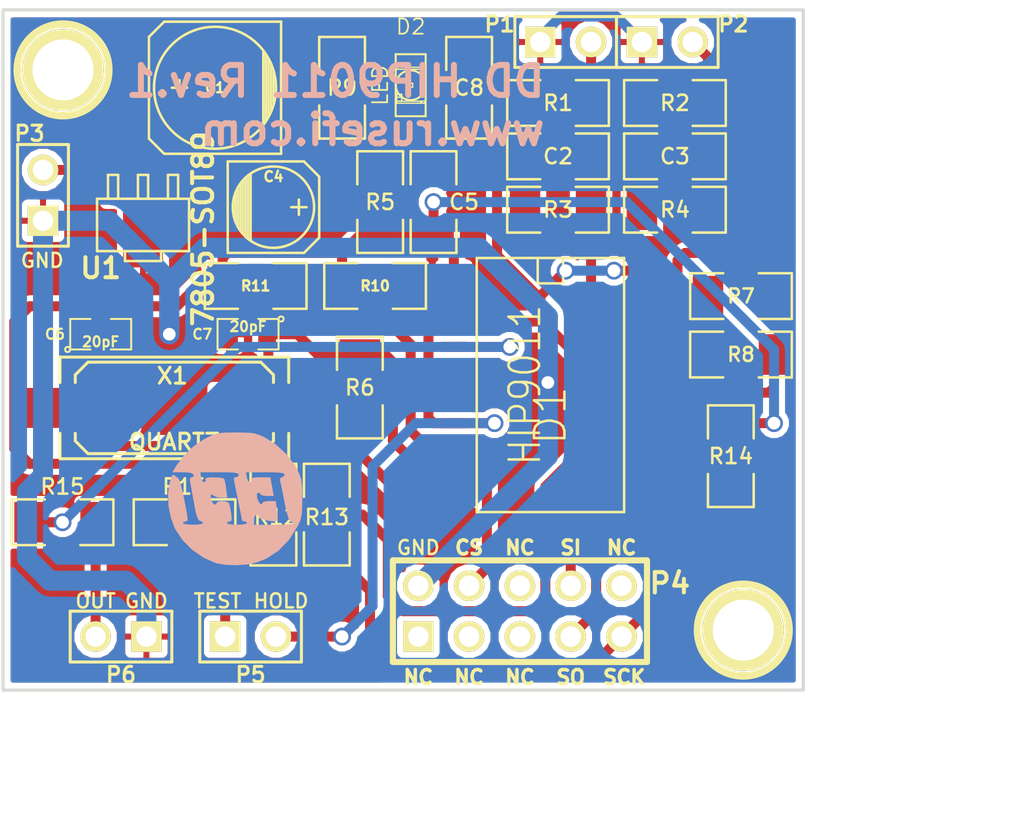
<source format=kicad_pcb>
(kicad_pcb (version 3) (host pcbnew "(2013-07-07 BZR 4022)-stable")

  (general
    (links 65)
    (no_connects 0)
    (area 66.3838 19.9898 121.571428 63.7)
    (thickness 1.6)
    (drawings 24)
    (tracks 211)
    (zones 0)
    (modules 37)
    (nets 25)
  )

  (page A3)
  (layers
    (15 F.Cu signal)
    (0 B.Cu signal)
    (16 B.Adhes user)
    (17 F.Adhes user)
    (18 B.Paste user hide)
    (19 F.Paste user)
    (20 B.SilkS user)
    (21 F.SilkS user)
    (22 B.Mask user)
    (23 F.Mask user)
    (24 Dwgs.User user)
    (25 Cmts.User user)
    (26 Eco1.User user)
    (27 Eco2.User user)
    (28 Edge.Cuts user)
  )

  (setup
    (last_trace_width 0.5)
    (trace_clearance 0.254)
    (zone_clearance 0.3)
    (zone_45_only no)
    (trace_min 0.254)
    (segment_width 0.2)
    (edge_width 0.15)
    (via_size 0.889)
    (via_drill 0.635)
    (via_min_size 0.889)
    (via_min_drill 0.508)
    (uvia_size 0.508)
    (uvia_drill 0.127)
    (uvias_allowed no)
    (uvia_min_size 0.508)
    (uvia_min_drill 0.127)
    (pcb_text_width 0.3)
    (pcb_text_size 1.5 1.5)
    (mod_edge_width 0.15)
    (mod_text_size 1.5 1.5)
    (mod_text_width 0.15)
    (pad_size 1.524 1.524)
    (pad_drill 0.762)
    (pad_to_mask_clearance 0.2)
    (aux_axis_origin 67 21)
    (visible_elements 7FFF7FFF)
    (pcbplotparams
      (layerselection 284983297)
      (usegerberextensions true)
      (excludeedgelayer true)
      (linewidth 0.100000)
      (plotframeref false)
      (viasonmask false)
      (mode 1)
      (useauxorigin false)
      (hpglpennumber 1)
      (hpglpenspeed 20)
      (hpglpendiameter 15)
      (hpglpenoverlay 2)
      (psnegative false)
      (psa4output false)
      (plotreference true)
      (plotvalue true)
      (plotothertext true)
      (plotinvisibletext false)
      (padsonsilk false)
      (subtractmaskfromsilk false)
      (outputformat 1)
      (mirror false)
      (drillshape 0)
      (scaleselection 1)
      (outputdirectory gerber))
  )

  (net 0 "")
  (net 1 /+12V)
  (net 2 /+5V)
  (net 3 /CS)
  (net 4 /GND)
  (net 5 /INT/HLD)
  (net 6 /INTOUT)
  (net 7 /OUT)
  (net 8 /SCK)
  (net 9 /SI)
  (net 10 /SO)
  (net 11 /TEST)
  (net 12 N-0000018)
  (net 13 N-0000019)
  (net 14 N-0000020)
  (net 15 N-0000024)
  (net 16 N-0000025)
  (net 17 N-0000026)
  (net 18 N-0000027)
  (net 19 N-0000028)
  (net 20 N-0000029)
  (net 21 N-0000030)
  (net 22 N-0000031)
  (net 23 N-000007)
  (net 24 N-000008)

  (net_class Default "Это класс цепей по умолчанию."
    (clearance 0.254)
    (trace_width 0.5)
    (via_dia 0.889)
    (via_drill 0.635)
    (uvia_dia 0.508)
    (uvia_drill 0.127)
    (add_net "")
    (add_net /+12V)
    (add_net /+5V)
    (add_net /CS)
    (add_net /GND)
    (add_net /INT/HLD)
    (add_net /INTOUT)
    (add_net /OUT)
    (add_net /SCK)
    (add_net /SI)
    (add_net /SO)
    (add_net /TEST)
    (add_net N-0000018)
    (add_net N-0000019)
    (add_net N-0000020)
    (add_net N-0000024)
    (add_net N-0000025)
    (add_net N-0000026)
    (add_net N-0000027)
    (add_net N-0000028)
    (add_net N-0000029)
    (add_net N-0000030)
    (add_net N-0000031)
    (add_net N-000007)
    (add_net N-000008)
  )

  (module sot89 (layer F.Cu) (tedit 52AEB4CC) (tstamp 52A25CF8)
    (at 74 31.7493 180)
    (descr SOT89)
    (path /52A25C32)
    (attr smd)
    (fp_text reference U1 (at 2.118 -2.1597 180) (layer F.SilkS)
      (effects (font (size 1.00076 1.00076) (thickness 0.20066)))
    )
    (fp_text value 7805-SOT89 (at -2.99974 -0.20066 270) (layer F.SilkS)
      (effects (font (size 1.00076 1.00076) (thickness 0.20066)))
    )
    (fp_line (start 1.2446 2.5019) (end 1.7526 2.5019) (layer F.SilkS) (width 0.127))
    (fp_line (start 1.7526 2.5019) (end 1.7526 1.3081) (layer F.SilkS) (width 0.127))
    (fp_line (start 1.2446 2.5019) (end 1.2446 1.3081) (layer F.SilkS) (width 0.127))
    (fp_line (start -0.254 2.5019) (end -0.254 1.3081) (layer F.SilkS) (width 0.127))
    (fp_line (start 0.254 2.5019) (end 0.254 1.3081) (layer F.SilkS) (width 0.127))
    (fp_line (start -0.254 2.5019) (end 0.254 2.5019) (layer F.SilkS) (width 0.127))
    (fp_line (start -1.7526 2.5019) (end -1.2446 2.5019) (layer F.SilkS) (width 0.127))
    (fp_line (start -1.2446 2.5019) (end -1.2446 1.3081) (layer F.SilkS) (width 0.127))
    (fp_line (start -1.7526 2.5019) (end -1.7526 1.3081) (layer F.SilkS) (width 0.127))
    (fp_line (start -0.9017 -1.8034) (end 0.9017 -1.8034) (layer F.SilkS) (width 0.127))
    (fp_line (start 0.9017 -1.8034) (end 0.9017 -1.3081) (layer F.SilkS) (width 0.127))
    (fp_line (start -0.9017 -1.8034) (end -0.9017 -1.3081) (layer F.SilkS) (width 0.127))
    (fp_line (start -2.2987 1.3081) (end -2.2987 -1.3081) (layer F.SilkS) (width 0.127))
    (fp_line (start -2.2987 -1.3081) (end 2.2987 -1.3081) (layer F.SilkS) (width 0.127))
    (fp_line (start 2.2987 -1.3081) (end 2.2987 1.3081) (layer F.SilkS) (width 0.127))
    (fp_line (start 2.2987 1.3081) (end -2.2987 1.3081) (layer F.SilkS) (width 0.127))
    (pad 1 smd rect (at -1.50114 1.89992 180) (size 0.70104 1.6002)
      (layers F.Cu F.Paste F.Mask)
      (net 24 N-000008)
    )
    (pad 2 smd rect (at 0 1.651 180) (size 0.70104 2.10058)
      (layers F.Cu F.Paste F.Mask)
      (net 4 /GND)
    )
    (pad 3 smd rect (at 1.50114 1.89992 180) (size 0.70104 1.6002)
      (layers F.Cu F.Paste F.Mask)
      (net 1 /+12V)
    )
    (pad 2 smd rect (at 0 -0.7493 180) (size 1.99898 2.75082)
      (layers F.Cu F.Paste F.Mask)
      (net 4 /GND)
    )
    (model smd/smd_transistors/sot89.wrl
      (at (xyz 0 0 0))
      (scale (xyz 1 1 1))
      (rotate (xyz 0 0 0))
    )
  )

  (module SM1206 (layer F.Cu) (tedit 52AF42BF) (tstamp 52A25D04)
    (at 103.378 43.307 270)
    (path /52A255FD)
    (attr smd)
    (fp_text reference R14 (at 0 0 360) (layer F.SilkS)
      (effects (font (size 0.762 0.762) (thickness 0.127)))
    )
    (fp_text value 1K (at 0 0 270) (layer F.SilkS) hide
      (effects (font (size 0.762 0.762) (thickness 0.127)))
    )
    (fp_line (start -2.54 -1.143) (end -2.54 1.143) (layer F.SilkS) (width 0.127))
    (fp_line (start -2.54 1.143) (end -0.889 1.143) (layer F.SilkS) (width 0.127))
    (fp_line (start 0.889 -1.143) (end 2.54 -1.143) (layer F.SilkS) (width 0.127))
    (fp_line (start 2.54 -1.143) (end 2.54 1.143) (layer F.SilkS) (width 0.127))
    (fp_line (start 2.54 1.143) (end 0.889 1.143) (layer F.SilkS) (width 0.127))
    (fp_line (start -0.889 -1.143) (end -2.54 -1.143) (layer F.SilkS) (width 0.127))
    (pad 1 smd rect (at -1.651 0 270) (size 1.524 2.032)
      (layers F.Cu F.Paste F.Mask)
      (net 2 /+5V)
    )
    (pad 2 smd rect (at 1.651 0 270) (size 1.524 2.032)
      (layers F.Cu F.Paste F.Mask)
      (net 9 /SI)
    )
    (model smd/chip_cms.wrl
      (at (xyz 0 0 0))
      (scale (xyz 0.17 0.16 0.16))
      (rotate (xyz 0 0 0))
    )
  )

  (module SM1206 (layer F.Cu) (tedit 52AEB599) (tstamp 52A25D10)
    (at 80.518 46.228 270)
    (path /52A255DF)
    (attr smd)
    (fp_text reference R12 (at 0.127 -0.127 360) (layer F.SilkS)
      (effects (font (size 0.762 0.762) (thickness 0.125)))
    )
    (fp_text value 1K (at 0 0 270) (layer F.SilkS) hide
      (effects (font (size 0.762 0.762) (thickness 0.127)))
    )
    (fp_line (start -2.54 -1.143) (end -2.54 1.143) (layer F.SilkS) (width 0.127))
    (fp_line (start -2.54 1.143) (end -0.889 1.143) (layer F.SilkS) (width 0.127))
    (fp_line (start 0.889 -1.143) (end 2.54 -1.143) (layer F.SilkS) (width 0.127))
    (fp_line (start 2.54 -1.143) (end 2.54 1.143) (layer F.SilkS) (width 0.127))
    (fp_line (start 2.54 1.143) (end 0.889 1.143) (layer F.SilkS) (width 0.127))
    (fp_line (start -0.889 -1.143) (end -2.54 -1.143) (layer F.SilkS) (width 0.127))
    (pad 1 smd rect (at -1.651 0 270) (size 1.524 2.032)
      (layers F.Cu F.Paste F.Mask)
      (net 2 /+5V)
    )
    (pad 2 smd rect (at 1.651 0 270) (size 1.524 2.032)
      (layers F.Cu F.Paste F.Mask)
      (net 11 /TEST)
    )
    (model smd/chip_cms.wrl
      (at (xyz 0 0 0))
      (scale (xyz 0.17 0.16 0.16))
      (rotate (xyz 0 0 0))
    )
  )

  (module SM1206 (layer F.Cu) (tedit 52AEB509) (tstamp 52AEC6A9)
    (at 79.629 34.798)
    (path /52A255D0)
    (attr smd)
    (fp_text reference R11 (at 0 0) (layer F.SilkS)
      (effects (font (size 0.5 0.5) (thickness 0.125)))
    )
    (fp_text value 1K (at 0 0) (layer F.SilkS) hide
      (effects (font (size 0.762 0.762) (thickness 0.127)))
    )
    (fp_line (start -2.54 -1.143) (end -2.54 1.143) (layer F.SilkS) (width 0.127))
    (fp_line (start -2.54 1.143) (end -0.889 1.143) (layer F.SilkS) (width 0.127))
    (fp_line (start 0.889 -1.143) (end 2.54 -1.143) (layer F.SilkS) (width 0.127))
    (fp_line (start 2.54 -1.143) (end 2.54 1.143) (layer F.SilkS) (width 0.127))
    (fp_line (start 2.54 1.143) (end 0.889 1.143) (layer F.SilkS) (width 0.127))
    (fp_line (start -0.889 -1.143) (end -2.54 -1.143) (layer F.SilkS) (width 0.127))
    (pad 1 smd rect (at -1.651 0) (size 1.524 2.032)
      (layers F.Cu F.Paste F.Mask)
      (net 2 /+5V)
    )
    (pad 2 smd rect (at 1.651 0) (size 1.524 2.032)
      (layers F.Cu F.Paste F.Mask)
      (net 3 /CS)
    )
    (model smd/chip_cms.wrl
      (at (xyz 0 0 0))
      (scale (xyz 0.17 0.16 0.16))
      (rotate (xyz 0 0 0))
    )
  )

  (module SM1206 (layer F.Cu) (tedit 52AEB51B) (tstamp 52A25D28)
    (at 85.598 34.798)
    (path /52A255C1)
    (attr smd)
    (fp_text reference R10 (at 0 0) (layer F.SilkS)
      (effects (font (size 0.5 0.5) (thickness 0.125)))
    )
    (fp_text value 1K (at 0 0) (layer F.SilkS) hide
      (effects (font (size 0.762 0.762) (thickness 0.127)))
    )
    (fp_line (start -2.54 -1.143) (end -2.54 1.143) (layer F.SilkS) (width 0.127))
    (fp_line (start -2.54 1.143) (end -0.889 1.143) (layer F.SilkS) (width 0.127))
    (fp_line (start 0.889 -1.143) (end 2.54 -1.143) (layer F.SilkS) (width 0.127))
    (fp_line (start 2.54 -1.143) (end 2.54 1.143) (layer F.SilkS) (width 0.127))
    (fp_line (start 2.54 1.143) (end 0.889 1.143) (layer F.SilkS) (width 0.127))
    (fp_line (start -0.889 -1.143) (end -2.54 -1.143) (layer F.SilkS) (width 0.127))
    (pad 1 smd rect (at -1.651 0) (size 1.524 2.032)
      (layers F.Cu F.Paste F.Mask)
      (net 2 /+5V)
    )
    (pad 2 smd rect (at 1.651 0) (size 1.524 2.032)
      (layers F.Cu F.Paste F.Mask)
      (net 5 /INT/HLD)
    )
    (model smd/chip_cms.wrl
      (at (xyz 0 0 0))
      (scale (xyz 0.17 0.16 0.16))
      (rotate (xyz 0 0 0))
    )
  )

  (module SM1206 (layer F.Cu) (tedit 52AF4259) (tstamp 52A25D34)
    (at 83.947 24.892 270)
    (path /529A4063)
    (attr smd)
    (fp_text reference R9 (at 0 0 360) (layer F.SilkS)
      (effects (font (size 0.762 0.762) (thickness 0.127)))
    )
    (fp_text value 470R (at 0 0 270) (layer F.SilkS) hide
      (effects (font (size 0.762 0.762) (thickness 0.127)))
    )
    (fp_line (start -2.54 -1.143) (end -2.54 1.143) (layer F.SilkS) (width 0.127))
    (fp_line (start -2.54 1.143) (end -0.889 1.143) (layer F.SilkS) (width 0.127))
    (fp_line (start 0.889 -1.143) (end 2.54 -1.143) (layer F.SilkS) (width 0.127))
    (fp_line (start 2.54 -1.143) (end 2.54 1.143) (layer F.SilkS) (width 0.127))
    (fp_line (start 2.54 1.143) (end 0.889 1.143) (layer F.SilkS) (width 0.127))
    (fp_line (start -0.889 -1.143) (end -2.54 -1.143) (layer F.SilkS) (width 0.127))
    (pad 1 smd rect (at -1.651 0 270) (size 1.524 2.032)
      (layers F.Cu F.Paste F.Mask)
      (net 23 N-000007)
    )
    (pad 2 smd rect (at 1.651 0 270) (size 1.524 2.032)
      (layers F.Cu F.Paste F.Mask)
      (net 24 N-000008)
    )
    (model smd/chip_cms.wrl
      (at (xyz 0 0 0))
      (scale (xyz 0.17 0.16 0.16))
      (rotate (xyz 0 0 0))
    )
  )

  (module SM1206 (layer F.Cu) (tedit 52AEB597) (tstamp 52A25D40)
    (at 83.185 46.228 270)
    (path /52A255EE)
    (attr smd)
    (fp_text reference R13 (at 0.127 0 360) (layer F.SilkS)
      (effects (font (size 0.762 0.762) (thickness 0.127)))
    )
    (fp_text value 1K (at 0 0 270) (layer F.SilkS) hide
      (effects (font (size 0.762 0.762) (thickness 0.127)))
    )
    (fp_line (start -2.54 -1.143) (end -2.54 1.143) (layer F.SilkS) (width 0.127))
    (fp_line (start -2.54 1.143) (end -0.889 1.143) (layer F.SilkS) (width 0.127))
    (fp_line (start 0.889 -1.143) (end 2.54 -1.143) (layer F.SilkS) (width 0.127))
    (fp_line (start 2.54 -1.143) (end 2.54 1.143) (layer F.SilkS) (width 0.127))
    (fp_line (start 2.54 1.143) (end 0.889 1.143) (layer F.SilkS) (width 0.127))
    (fp_line (start -0.889 -1.143) (end -2.54 -1.143) (layer F.SilkS) (width 0.127))
    (pad 1 smd rect (at -1.651 0 270) (size 1.524 2.032)
      (layers F.Cu F.Paste F.Mask)
      (net 2 /+5V)
    )
    (pad 2 smd rect (at 1.651 0 270) (size 1.524 2.032)
      (layers F.Cu F.Paste F.Mask)
      (net 8 /SCK)
    )
    (model smd/chip_cms.wrl
      (at (xyz 0 0 0))
      (scale (xyz 0.17 0.16 0.16))
      (rotate (xyz 0 0 0))
    )
  )

  (module SM1206 (layer F.Cu) (tedit 52AF4266) (tstamp 52A25D4C)
    (at 85.852 30.607 270)
    (path /52929D7A)
    (attr smd)
    (fp_text reference R5 (at 0 0 360) (layer F.SilkS)
      (effects (font (size 0.762 0.762) (thickness 0.127)))
    )
    (fp_text value 10R (at 0 0 270) (layer F.SilkS) hide
      (effects (font (size 0.762 0.762) (thickness 0.127)))
    )
    (fp_line (start -2.54 -1.143) (end -2.54 1.143) (layer F.SilkS) (width 0.127))
    (fp_line (start -2.54 1.143) (end -0.889 1.143) (layer F.SilkS) (width 0.127))
    (fp_line (start 0.889 -1.143) (end 2.54 -1.143) (layer F.SilkS) (width 0.127))
    (fp_line (start 2.54 -1.143) (end 2.54 1.143) (layer F.SilkS) (width 0.127))
    (fp_line (start 2.54 1.143) (end 0.889 1.143) (layer F.SilkS) (width 0.127))
    (fp_line (start -0.889 -1.143) (end -2.54 -1.143) (layer F.SilkS) (width 0.127))
    (pad 1 smd rect (at -1.651 0 270) (size 1.524 2.032)
      (layers F.Cu F.Paste F.Mask)
      (net 24 N-000008)
    )
    (pad 2 smd rect (at 1.651 0 270) (size 1.524 2.032)
      (layers F.Cu F.Paste F.Mask)
      (net 2 /+5V)
    )
    (model smd/chip_cms.wrl
      (at (xyz 0 0 0))
      (scale (xyz 0.17 0.16 0.16))
      (rotate (xyz 0 0 0))
    )
  )

  (module SM1206 (layer F.Cu) (tedit 52AF425D) (tstamp 52AEC577)
    (at 90.297 24.892 90)
    (path /529299B0)
    (attr smd)
    (fp_text reference C8 (at 0 0 180) (layer F.SilkS)
      (effects (font (size 0.762 0.762) (thickness 0.127)))
    )
    (fp_text value 22n (at 0 0 90) (layer F.SilkS) hide
      (effects (font (size 0.762 0.762) (thickness 0.127)))
    )
    (fp_line (start -2.54 -1.143) (end -2.54 1.143) (layer F.SilkS) (width 0.127))
    (fp_line (start -2.54 1.143) (end -0.889 1.143) (layer F.SilkS) (width 0.127))
    (fp_line (start 0.889 -1.143) (end 2.54 -1.143) (layer F.SilkS) (width 0.127))
    (fp_line (start 2.54 -1.143) (end 2.54 1.143) (layer F.SilkS) (width 0.127))
    (fp_line (start 2.54 1.143) (end 0.889 1.143) (layer F.SilkS) (width 0.127))
    (fp_line (start -0.889 -1.143) (end -2.54 -1.143) (layer F.SilkS) (width 0.127))
    (pad 1 smd rect (at -1.651 0 90) (size 1.524 2.032)
      (layers F.Cu F.Paste F.Mask)
      (net 16 N-0000025)
    )
    (pad 2 smd rect (at 1.651 0 90) (size 1.524 2.032)
      (layers F.Cu F.Paste F.Mask)
      (net 4 /GND)
    )
    (model smd/chip_cms.wrl
      (at (xyz 0 0 0))
      (scale (xyz 0.17 0.16 0.16))
      (rotate (xyz 0 0 0))
    )
  )

  (module SM1206 (layer F.Cu) (tedit 52AF4220) (tstamp 52A25D64)
    (at 84.836 39.878 90)
    (path /52928EAF)
    (attr smd)
    (fp_text reference R6 (at 0 0 180) (layer F.SilkS)
      (effects (font (size 0.762 0.762) (thickness 0.127)))
    )
    (fp_text value 1M (at 0 0 90) (layer F.SilkS) hide
      (effects (font (size 0.762 0.762) (thickness 0.127)))
    )
    (fp_line (start -2.54 -1.143) (end -2.54 1.143) (layer F.SilkS) (width 0.127))
    (fp_line (start -2.54 1.143) (end -0.889 1.143) (layer F.SilkS) (width 0.127))
    (fp_line (start 0.889 -1.143) (end 2.54 -1.143) (layer F.SilkS) (width 0.127))
    (fp_line (start 2.54 -1.143) (end 2.54 1.143) (layer F.SilkS) (width 0.127))
    (fp_line (start 2.54 1.143) (end 0.889 1.143) (layer F.SilkS) (width 0.127))
    (fp_line (start -0.889 -1.143) (end -2.54 -1.143) (layer F.SilkS) (width 0.127))
    (pad 1 smd rect (at -1.651 0 90) (size 1.524 2.032)
      (layers F.Cu F.Paste F.Mask)
      (net 15 N-0000024)
    )
    (pad 2 smd rect (at 1.651 0 90) (size 1.524 2.032)
      (layers F.Cu F.Paste F.Mask)
      (net 12 N-0000018)
    )
    (model smd/chip_cms.wrl
      (at (xyz 0 0 0))
      (scale (xyz 0.17 0.16 0.16))
      (rotate (xyz 0 0 0))
    )
  )

  (module SM1206 (layer F.Cu) (tedit 52AF426F) (tstamp 52A25D70)
    (at 88.519 30.607 90)
    (path /52928976)
    (attr smd)
    (fp_text reference C5 (at 0 1.524 180) (layer F.SilkS)
      (effects (font (size 0.762 0.762) (thickness 0.127)))
    )
    (fp_text value 100n (at 0 0 90) (layer F.SilkS) hide
      (effects (font (size 0.762 0.762) (thickness 0.127)))
    )
    (fp_line (start -2.54 -1.143) (end -2.54 1.143) (layer F.SilkS) (width 0.127))
    (fp_line (start -2.54 1.143) (end -0.889 1.143) (layer F.SilkS) (width 0.127))
    (fp_line (start 0.889 -1.143) (end 2.54 -1.143) (layer F.SilkS) (width 0.127))
    (fp_line (start 2.54 -1.143) (end 2.54 1.143) (layer F.SilkS) (width 0.127))
    (fp_line (start 2.54 1.143) (end 0.889 1.143) (layer F.SilkS) (width 0.127))
    (fp_line (start -0.889 -1.143) (end -2.54 -1.143) (layer F.SilkS) (width 0.127))
    (pad 1 smd rect (at -1.651 0 90) (size 1.524 2.032)
      (layers F.Cu F.Paste F.Mask)
      (net 2 /+5V)
    )
    (pad 2 smd rect (at 1.651 0 90) (size 1.524 2.032)
      (layers F.Cu F.Paste F.Mask)
      (net 4 /GND)
    )
    (model smd/chip_cms.wrl
      (at (xyz 0 0 0))
      (scale (xyz 0.17 0.16 0.16))
      (rotate (xyz 0 0 0))
    )
  )

  (module SM1206 (layer F.Cu) (tedit 52AF4417) (tstamp 52AF4429)
    (at 103.886 38.227)
    (path /52928885)
    (attr smd)
    (fp_text reference R8 (at 0 0) (layer F.SilkS)
      (effects (font (size 0.7 0.7) (thickness 0.127)))
    )
    (fp_text value 68k (at 0 0) (layer F.SilkS) hide
      (effects (font (size 0.762 0.762) (thickness 0.127)))
    )
    (fp_line (start -2.54 -1.143) (end -2.54 1.143) (layer F.SilkS) (width 0.127))
    (fp_line (start -2.54 1.143) (end -0.889 1.143) (layer F.SilkS) (width 0.127))
    (fp_line (start 0.889 -1.143) (end 2.54 -1.143) (layer F.SilkS) (width 0.127))
    (fp_line (start 2.54 -1.143) (end 2.54 1.143) (layer F.SilkS) (width 0.127))
    (fp_line (start 2.54 1.143) (end 0.889 1.143) (layer F.SilkS) (width 0.127))
    (fp_line (start -0.889 -1.143) (end -2.54 -1.143) (layer F.SilkS) (width 0.127))
    (pad 1 smd rect (at -1.651 0) (size 1.524 2.032)
      (layers F.Cu F.Paste F.Mask)
      (net 18 N-0000027)
    )
    (pad 2 smd rect (at 1.651 0) (size 1.524 2.032)
      (layers F.Cu F.Paste F.Mask)
      (net 17 N-0000026)
    )
    (model smd/chip_cms.wrl
      (at (xyz 0 0 0))
      (scale (xyz 0.17 0.16 0.16))
      (rotate (xyz 0 0 0))
    )
  )

  (module SM1206 (layer F.Cu) (tedit 52AF4429) (tstamp 52A25D88)
    (at 103.886 35.306)
    (path /52928876)
    (attr smd)
    (fp_text reference R7 (at 0 0) (layer F.SilkS)
      (effects (font (size 0.7 0.7) (thickness 0.127)))
    )
    (fp_text value 68k (at 0 0) (layer F.SilkS) hide
      (effects (font (size 0.762 0.762) (thickness 0.127)))
    )
    (fp_line (start -2.54 -1.143) (end -2.54 1.143) (layer F.SilkS) (width 0.127))
    (fp_line (start -2.54 1.143) (end -0.889 1.143) (layer F.SilkS) (width 0.127))
    (fp_line (start 0.889 -1.143) (end 2.54 -1.143) (layer F.SilkS) (width 0.127))
    (fp_line (start 2.54 -1.143) (end 2.54 1.143) (layer F.SilkS) (width 0.127))
    (fp_line (start 2.54 1.143) (end 0.889 1.143) (layer F.SilkS) (width 0.127))
    (fp_line (start -0.889 -1.143) (end -2.54 -1.143) (layer F.SilkS) (width 0.127))
    (pad 1 smd rect (at -1.651 0) (size 1.524 2.032)
      (layers F.Cu F.Paste F.Mask)
      (net 19 N-0000028)
    )
    (pad 2 smd rect (at 1.651 0) (size 1.524 2.032)
      (layers F.Cu F.Paste F.Mask)
      (net 20 N-0000029)
    )
    (model smd/chip_cms.wrl
      (at (xyz 0 0 0))
      (scale (xyz 0.17 0.16 0.16))
      (rotate (xyz 0 0 0))
    )
  )

  (module SM1206 (layer F.Cu) (tedit 42806E24) (tstamp 52A25D94)
    (at 100.584 30.988)
    (path /52928858)
    (attr smd)
    (fp_text reference R4 (at 0 0) (layer F.SilkS)
      (effects (font (size 0.762 0.762) (thickness 0.127)))
    )
    (fp_text value 10k (at 0 0) (layer F.SilkS) hide
      (effects (font (size 0.762 0.762) (thickness 0.127)))
    )
    (fp_line (start -2.54 -1.143) (end -2.54 1.143) (layer F.SilkS) (width 0.127))
    (fp_line (start -2.54 1.143) (end -0.889 1.143) (layer F.SilkS) (width 0.127))
    (fp_line (start 0.889 -1.143) (end 2.54 -1.143) (layer F.SilkS) (width 0.127))
    (fp_line (start 2.54 -1.143) (end 2.54 1.143) (layer F.SilkS) (width 0.127))
    (fp_line (start 2.54 1.143) (end 0.889 1.143) (layer F.SilkS) (width 0.127))
    (fp_line (start -0.889 -1.143) (end -2.54 -1.143) (layer F.SilkS) (width 0.127))
    (pad 1 smd rect (at -1.651 0) (size 1.524 2.032)
      (layers F.Cu F.Paste F.Mask)
      (net 14 N-0000020)
    )
    (pad 2 smd rect (at 1.651 0) (size 1.524 2.032)
      (layers F.Cu F.Paste F.Mask)
      (net 20 N-0000029)
    )
    (model smd/chip_cms.wrl
      (at (xyz 0 0 0))
      (scale (xyz 0.17 0.16 0.16))
      (rotate (xyz 0 0 0))
    )
  )

  (module SM1206 (layer F.Cu) (tedit 42806E24) (tstamp 52A25DA0)
    (at 94.742 30.988)
    (path /52928849)
    (attr smd)
    (fp_text reference R3 (at 0 0) (layer F.SilkS)
      (effects (font (size 0.762 0.762) (thickness 0.127)))
    )
    (fp_text value 10k (at 0 0) (layer F.SilkS) hide
      (effects (font (size 0.762 0.762) (thickness 0.127)))
    )
    (fp_line (start -2.54 -1.143) (end -2.54 1.143) (layer F.SilkS) (width 0.127))
    (fp_line (start -2.54 1.143) (end -0.889 1.143) (layer F.SilkS) (width 0.127))
    (fp_line (start 0.889 -1.143) (end 2.54 -1.143) (layer F.SilkS) (width 0.127))
    (fp_line (start 2.54 -1.143) (end 2.54 1.143) (layer F.SilkS) (width 0.127))
    (fp_line (start 2.54 1.143) (end 0.889 1.143) (layer F.SilkS) (width 0.127))
    (fp_line (start -0.889 -1.143) (end -2.54 -1.143) (layer F.SilkS) (width 0.127))
    (pad 1 smd rect (at -1.651 0) (size 1.524 2.032)
      (layers F.Cu F.Paste F.Mask)
      (net 21 N-0000030)
    )
    (pad 2 smd rect (at 1.651 0) (size 1.524 2.032)
      (layers F.Cu F.Paste F.Mask)
      (net 17 N-0000026)
    )
    (model smd/chip_cms.wrl
      (at (xyz 0 0 0))
      (scale (xyz 0.17 0.16 0.16))
      (rotate (xyz 0 0 0))
    )
  )

  (module SM1206 (layer F.Cu) (tedit 42806E24) (tstamp 52A25DAC)
    (at 100.584 28.321 180)
    (path /52928818)
    (attr smd)
    (fp_text reference C3 (at 0 0 180) (layer F.SilkS)
      (effects (font (size 0.762 0.762) (thickness 0.127)))
    )
    (fp_text value 47n (at 0 0 180) (layer F.SilkS) hide
      (effects (font (size 0.762 0.762) (thickness 0.127)))
    )
    (fp_line (start -2.54 -1.143) (end -2.54 1.143) (layer F.SilkS) (width 0.127))
    (fp_line (start -2.54 1.143) (end -0.889 1.143) (layer F.SilkS) (width 0.127))
    (fp_line (start 0.889 -1.143) (end 2.54 -1.143) (layer F.SilkS) (width 0.127))
    (fp_line (start 2.54 -1.143) (end 2.54 1.143) (layer F.SilkS) (width 0.127))
    (fp_line (start 2.54 1.143) (end 0.889 1.143) (layer F.SilkS) (width 0.127))
    (fp_line (start -0.889 -1.143) (end -2.54 -1.143) (layer F.SilkS) (width 0.127))
    (pad 1 smd rect (at -1.651 0 180) (size 1.524 2.032)
      (layers F.Cu F.Paste F.Mask)
      (net 13 N-0000019)
    )
    (pad 2 smd rect (at 1.651 0 180) (size 1.524 2.032)
      (layers F.Cu F.Paste F.Mask)
      (net 14 N-0000020)
    )
    (model smd/chip_cms.wrl
      (at (xyz 0 0 0))
      (scale (xyz 0.17 0.16 0.16))
      (rotate (xyz 0 0 0))
    )
  )

  (module SM1206 (layer F.Cu) (tedit 42806E24) (tstamp 52A25DB8)
    (at 100.584 25.654 180)
    (path /529287C2)
    (attr smd)
    (fp_text reference R2 (at 0 0 180) (layer F.SilkS)
      (effects (font (size 0.762 0.762) (thickness 0.127)))
    )
    (fp_text value 1M (at 0 0 180) (layer F.SilkS) hide
      (effects (font (size 0.762 0.762) (thickness 0.127)))
    )
    (fp_line (start -2.54 -1.143) (end -2.54 1.143) (layer F.SilkS) (width 0.127))
    (fp_line (start -2.54 1.143) (end -0.889 1.143) (layer F.SilkS) (width 0.127))
    (fp_line (start 0.889 -1.143) (end 2.54 -1.143) (layer F.SilkS) (width 0.127))
    (fp_line (start 2.54 -1.143) (end 2.54 1.143) (layer F.SilkS) (width 0.127))
    (fp_line (start 2.54 1.143) (end 0.889 1.143) (layer F.SilkS) (width 0.127))
    (fp_line (start -0.889 -1.143) (end -2.54 -1.143) (layer F.SilkS) (width 0.127))
    (pad 1 smd rect (at -1.651 0 180) (size 1.524 2.032)
      (layers F.Cu F.Paste F.Mask)
      (net 13 N-0000019)
    )
    (pad 2 smd rect (at 1.651 0 180) (size 1.524 2.032)
      (layers F.Cu F.Paste F.Mask)
      (net 4 /GND)
    )
    (model smd/chip_cms.wrl
      (at (xyz 0 0 0))
      (scale (xyz 0.17 0.16 0.16))
      (rotate (xyz 0 0 0))
    )
  )

  (module SM1206 (layer F.Cu) (tedit 42806E24) (tstamp 52A25DC4)
    (at 94.742 25.654 180)
    (path /529286D6)
    (attr smd)
    (fp_text reference R1 (at 0 0 180) (layer F.SilkS)
      (effects (font (size 0.762 0.762) (thickness 0.127)))
    )
    (fp_text value 1M (at 0 0 180) (layer F.SilkS) hide
      (effects (font (size 0.762 0.762) (thickness 0.127)))
    )
    (fp_line (start -2.54 -1.143) (end -2.54 1.143) (layer F.SilkS) (width 0.127))
    (fp_line (start -2.54 1.143) (end -0.889 1.143) (layer F.SilkS) (width 0.127))
    (fp_line (start 0.889 -1.143) (end 2.54 -1.143) (layer F.SilkS) (width 0.127))
    (fp_line (start 2.54 -1.143) (end 2.54 1.143) (layer F.SilkS) (width 0.127))
    (fp_line (start 2.54 1.143) (end 0.889 1.143) (layer F.SilkS) (width 0.127))
    (fp_line (start -0.889 -1.143) (end -2.54 -1.143) (layer F.SilkS) (width 0.127))
    (pad 1 smd rect (at -1.651 0 180) (size 1.524 2.032)
      (layers F.Cu F.Paste F.Mask)
      (net 22 N-0000031)
    )
    (pad 2 smd rect (at 1.651 0 180) (size 1.524 2.032)
      (layers F.Cu F.Paste F.Mask)
      (net 4 /GND)
    )
    (model smd/chip_cms.wrl
      (at (xyz 0 0 0))
      (scale (xyz 0.17 0.16 0.16))
      (rotate (xyz 0 0 0))
    )
  )

  (module SM1206 (layer F.Cu) (tedit 42806E24) (tstamp 52A25DD0)
    (at 94.742 28.321 180)
    (path /529286C7)
    (attr smd)
    (fp_text reference C2 (at 0 0 180) (layer F.SilkS)
      (effects (font (size 0.762 0.762) (thickness 0.127)))
    )
    (fp_text value 47n (at 0 0 180) (layer F.SilkS) hide
      (effects (font (size 0.762 0.762) (thickness 0.127)))
    )
    (fp_line (start -2.54 -1.143) (end -2.54 1.143) (layer F.SilkS) (width 0.127))
    (fp_line (start -2.54 1.143) (end -0.889 1.143) (layer F.SilkS) (width 0.127))
    (fp_line (start 0.889 -1.143) (end 2.54 -1.143) (layer F.SilkS) (width 0.127))
    (fp_line (start 2.54 -1.143) (end 2.54 1.143) (layer F.SilkS) (width 0.127))
    (fp_line (start 2.54 1.143) (end 0.889 1.143) (layer F.SilkS) (width 0.127))
    (fp_line (start -0.889 -1.143) (end -2.54 -1.143) (layer F.SilkS) (width 0.127))
    (pad 1 smd rect (at -1.651 0 180) (size 1.524 2.032)
      (layers F.Cu F.Paste F.Mask)
      (net 22 N-0000031)
    )
    (pad 2 smd rect (at 1.651 0 180) (size 1.524 2.032)
      (layers F.Cu F.Paste F.Mask)
      (net 21 N-0000030)
    )
    (model smd/chip_cms.wrl
      (at (xyz 0 0 0))
      (scale (xyz 0.17 0.16 0.16))
      (rotate (xyz 0 0 0))
    )
  )

  (module SM0805 (layer F.Cu) (tedit 52AF446A) (tstamp 52A25DDD)
    (at 71.882 37.211)
    (path /52928F04)
    (attr smd)
    (fp_text reference C6 (at -2.286 0) (layer F.SilkS)
      (effects (font (size 0.50038 0.50038) (thickness 0.10922)))
    )
    (fp_text value 20pF (at 0 0.381) (layer F.SilkS)
      (effects (font (size 0.50038 0.50038) (thickness 0.10922)))
    )
    (fp_circle (center -1.651 0.762) (end -1.651 0.635) (layer F.SilkS) (width 0.09906))
    (fp_line (start -0.508 0.762) (end -1.524 0.762) (layer F.SilkS) (width 0.09906))
    (fp_line (start -1.524 0.762) (end -1.524 -0.762) (layer F.SilkS) (width 0.09906))
    (fp_line (start -1.524 -0.762) (end -0.508 -0.762) (layer F.SilkS) (width 0.09906))
    (fp_line (start 0.508 -0.762) (end 1.524 -0.762) (layer F.SilkS) (width 0.09906))
    (fp_line (start 1.524 -0.762) (end 1.524 0.762) (layer F.SilkS) (width 0.09906))
    (fp_line (start 1.524 0.762) (end 0.508 0.762) (layer F.SilkS) (width 0.09906))
    (pad 1 smd rect (at -0.9525 0) (size 0.889 1.397)
      (layers F.Cu F.Paste F.Mask)
      (net 15 N-0000024)
    )
    (pad 2 smd rect (at 0.9525 0) (size 0.889 1.397)
      (layers F.Cu F.Paste F.Mask)
      (net 4 /GND)
    )
    (model smd/chip_cms.wrl
      (at (xyz 0 0 0))
      (scale (xyz 0.1 0.1 0.1))
      (rotate (xyz 0 0 0))
    )
  )

  (module SM0805 (layer F.Cu) (tedit 52AF4465) (tstamp 52A25DEA)
    (at 79.248 37.211 180)
    (path /52928F18)
    (attr smd)
    (fp_text reference C7 (at 2.286 0 180) (layer F.SilkS)
      (effects (font (size 0.50038 0.50038) (thickness 0.10922)))
    )
    (fp_text value 20pF (at 0 0.381 180) (layer F.SilkS)
      (effects (font (size 0.50038 0.50038) (thickness 0.10922)))
    )
    (fp_circle (center -1.651 0.762) (end -1.651 0.635) (layer F.SilkS) (width 0.09906))
    (fp_line (start -0.508 0.762) (end -1.524 0.762) (layer F.SilkS) (width 0.09906))
    (fp_line (start -1.524 0.762) (end -1.524 -0.762) (layer F.SilkS) (width 0.09906))
    (fp_line (start -1.524 -0.762) (end -0.508 -0.762) (layer F.SilkS) (width 0.09906))
    (fp_line (start 0.508 -0.762) (end 1.524 -0.762) (layer F.SilkS) (width 0.09906))
    (fp_line (start 1.524 -0.762) (end 1.524 0.762) (layer F.SilkS) (width 0.09906))
    (fp_line (start 1.524 0.762) (end 0.508 0.762) (layer F.SilkS) (width 0.09906))
    (pad 1 smd rect (at -0.9525 0 180) (size 0.889 1.397)
      (layers F.Cu F.Paste F.Mask)
      (net 12 N-0000018)
    )
    (pad 2 smd rect (at 0.9525 0 180) (size 0.889 1.397)
      (layers F.Cu F.Paste F.Mask)
      (net 4 /GND)
    )
    (model smd/chip_cms.wrl
      (at (xyz 0 0 0))
      (scale (xyz 0.1 0.1 0.1))
      (rotate (xyz 0 0 0))
    )
  )

  (module Q_49U3HMS (layer F.Cu) (tedit 511CC0BB) (tstamp 52A25E00)
    (at 75.565 40.894)
    (path /52A25AB6)
    (fp_text reference X1 (at -0.1 -1.6) (layer F.SilkS)
      (effects (font (size 0.8 0.8) (thickness 0.15)))
    )
    (fp_text value QUARTZ (at 0 1.7) (layer F.SilkS)
      (effects (font (size 0.8 0.8) (thickness 0.15)))
    )
    (fp_line (start -4.953 -1.651) (end -4.953 -1.27) (layer F.SilkS) (width 0.15))
    (fp_line (start -4.953 1.651) (end -4.953 1.27) (layer F.SilkS) (width 0.15))
    (fp_line (start 4.953 1.651) (end 4.953 1.27) (layer F.SilkS) (width 0.15))
    (fp_line (start 4.953 -1.651) (end 4.953 -1.27) (layer F.SilkS) (width 0.15))
    (fp_line (start 5.715 -2.54) (end 5.715 -1.27) (layer F.SilkS) (width 0.15))
    (fp_line (start 5.715 2.54) (end 5.715 1.27) (layer F.SilkS) (width 0.15))
    (fp_line (start -5.715 2.54) (end -5.715 1.27) (layer F.SilkS) (width 0.15))
    (fp_line (start -5.715 -2.54) (end -5.715 -1.27) (layer F.SilkS) (width 0.15))
    (fp_line (start -4.953 1.651) (end -4.318 2.286) (layer F.SilkS) (width 0.15))
    (fp_line (start -4.318 2.286) (end 4.318 2.286) (layer F.SilkS) (width 0.15))
    (fp_line (start 4.318 2.286) (end 4.953 1.651) (layer F.SilkS) (width 0.15))
    (fp_line (start 4.953 -1.651) (end 4.318 -2.286) (layer F.SilkS) (width 0.15))
    (fp_line (start 4.318 -2.286) (end -4.318 -2.286) (layer F.SilkS) (width 0.15))
    (fp_line (start -4.318 -2.286) (end -4.953 -1.651) (layer F.SilkS) (width 0.15))
    (fp_line (start 5.715 2.54) (end -5.715 2.54) (layer F.SilkS) (width 0.15))
    (fp_line (start -5.715 -2.54) (end 5.715 -2.54) (layer F.SilkS) (width 0.15))
    (pad 1 smd rect (at -4.699 0) (size 5.4991 1.99898)
      (layers F.Cu F.Paste F.Mask)
      (net 15 N-0000024)
    )
    (pad 2 smd rect (at 4.699 0) (size 5.4991 1.99898)
      (layers F.Cu F.Paste F.Mask)
      (net 12 N-0000018)
    )
    (model smd/smd_crystal&oscillator/crystal_hc-49-smd.wrl
      (at (xyz 0 0 0))
      (scale (xyz 1 1 1))
      (rotate (xyz 0 0 0))
    )
  )

  (module PIN_ARRAY_2X1 (layer F.Cu) (tedit 52AEB4B6) (tstamp 52A25E1A)
    (at 100.203 22.606)
    (descr "Connecteurs 2 pins")
    (tags "CONN DEV")
    (path /52928125)
    (fp_text reference P2 (at 3.302 -0.889) (layer F.SilkS)
      (effects (font (size 0.762 0.762) (thickness 0.1524)))
    )
    (fp_text value "KNOCK 2" (at 0 -1.905) (layer F.SilkS) hide
      (effects (font (size 0.762 0.762) (thickness 0.1524)))
    )
    (fp_line (start -2.54 1.27) (end -2.54 -1.27) (layer F.SilkS) (width 0.1524))
    (fp_line (start -2.54 -1.27) (end 2.54 -1.27) (layer F.SilkS) (width 0.1524))
    (fp_line (start 2.54 -1.27) (end 2.54 1.27) (layer F.SilkS) (width 0.1524))
    (fp_line (start 2.54 1.27) (end -2.54 1.27) (layer F.SilkS) (width 0.1524))
    (pad 1 thru_hole rect (at -1.27 0) (size 1.524 1.524) (drill 1.016)
      (layers *.Cu *.Mask F.SilkS)
      (net 4 /GND)
    )
    (pad 2 thru_hole circle (at 1.27 0) (size 1.524 1.524) (drill 1.016)
      (layers *.Cu *.Mask F.SilkS)
      (net 13 N-0000019)
    )
    (model pin_array/pins_array_2x1.wrl
      (at (xyz 0 0 0))
      (scale (xyz 1 1 1))
      (rotate (xyz 0 0 0))
    )
  )

  (module PIN_ARRAY_2X1 (layer F.Cu) (tedit 52AEB4B2) (tstamp 52A25E24)
    (at 95.123 22.606)
    (descr "Connecteurs 2 pins")
    (tags "CONN DEV")
    (path /52928116)
    (fp_text reference P1 (at -3.302 -0.889) (layer F.SilkS)
      (effects (font (size 0.762 0.762) (thickness 0.1524)))
    )
    (fp_text value "KNOCK 1" (at 0 -1.905) (layer F.SilkS) hide
      (effects (font (size 0.762 0.762) (thickness 0.1524)))
    )
    (fp_line (start -2.54 1.27) (end -2.54 -1.27) (layer F.SilkS) (width 0.1524))
    (fp_line (start -2.54 -1.27) (end 2.54 -1.27) (layer F.SilkS) (width 0.1524))
    (fp_line (start 2.54 -1.27) (end 2.54 1.27) (layer F.SilkS) (width 0.1524))
    (fp_line (start 2.54 1.27) (end -2.54 1.27) (layer F.SilkS) (width 0.1524))
    (pad 1 thru_hole rect (at -1.27 0) (size 1.524 1.524) (drill 1.016)
      (layers *.Cu *.Mask F.SilkS)
      (net 4 /GND)
    )
    (pad 2 thru_hole circle (at 1.27 0) (size 1.524 1.524) (drill 1.016)
      (layers *.Cu *.Mask F.SilkS)
      (net 22 N-0000031)
    )
    (model pin_array/pins_array_2x1.wrl
      (at (xyz 0 0 0))
      (scale (xyz 1 1 1))
      (rotate (xyz 0 0 0))
    )
  )

  (module PIN_ARRAY_2X1 (layer F.Cu) (tedit 52AEB4C4) (tstamp 52A25E2E)
    (at 69 30.27 90)
    (descr "Connecteurs 2 pins")
    (tags "CONN DEV")
    (path /52928AC0)
    (fp_text reference P3 (at 3.092 -0.674 180) (layer F.SilkS)
      (effects (font (size 0.762 0.762) (thickness 0.1524)))
    )
    (fp_text value 12V (at 0 -1.905 90) (layer F.SilkS) hide
      (effects (font (size 0.762 0.762) (thickness 0.1524)))
    )
    (fp_line (start -2.54 1.27) (end -2.54 -1.27) (layer F.SilkS) (width 0.1524))
    (fp_line (start -2.54 -1.27) (end 2.54 -1.27) (layer F.SilkS) (width 0.1524))
    (fp_line (start 2.54 -1.27) (end 2.54 1.27) (layer F.SilkS) (width 0.1524))
    (fp_line (start 2.54 1.27) (end -2.54 1.27) (layer F.SilkS) (width 0.1524))
    (pad 1 thru_hole rect (at -1.27 0 90) (size 1.524 1.524) (drill 1.016)
      (layers *.Cu *.Mask F.SilkS)
      (net 4 /GND)
    )
    (pad 2 thru_hole circle (at 1.27 0 90) (size 1.524 1.524) (drill 1.016)
      (layers *.Cu *.Mask F.SilkS)
      (net 1 /+12V)
    )
    (model pin_array/pins_array_2x1.wrl
      (at (xyz 0 0 0))
      (scale (xyz 1 1 1))
      (rotate (xyz 0 0 0))
    )
  )

  (module LED-1206 (layer F.Cu) (tedit 52AF42AE) (tstamp 52A25E58)
    (at 87.376 24.765 270)
    (descr "LED 1206 smd package")
    (tags "LED1206 SMD")
    (path /529A403B)
    (attr smd)
    (fp_text reference D2 (at -2.921 0 360) (layer F.SilkS)
      (effects (font (size 0.762 0.762) (thickness 0.0889)))
    )
    (fp_text value LED (at 0 1.524 270) (layer F.SilkS)
      (effects (font (size 0.762 0.762) (thickness 0.0889)))
    )
    (fp_line (start -0.09906 0.09906) (end 0.09906 0.09906) (layer F.SilkS) (width 0.06604))
    (fp_line (start 0.09906 0.09906) (end 0.09906 -0.09906) (layer F.SilkS) (width 0.06604))
    (fp_line (start -0.09906 -0.09906) (end 0.09906 -0.09906) (layer F.SilkS) (width 0.06604))
    (fp_line (start -0.09906 0.09906) (end -0.09906 -0.09906) (layer F.SilkS) (width 0.06604))
    (fp_line (start 0.44958 0.6985) (end 0.79756 0.6985) (layer F.SilkS) (width 0.06604))
    (fp_line (start 0.79756 0.6985) (end 0.79756 0.44958) (layer F.SilkS) (width 0.06604))
    (fp_line (start 0.44958 0.44958) (end 0.79756 0.44958) (layer F.SilkS) (width 0.06604))
    (fp_line (start 0.44958 0.6985) (end 0.44958 0.44958) (layer F.SilkS) (width 0.06604))
    (fp_line (start 0.79756 0.6985) (end 0.89916 0.6985) (layer F.SilkS) (width 0.06604))
    (fp_line (start 0.89916 0.6985) (end 0.89916 -0.49784) (layer F.SilkS) (width 0.06604))
    (fp_line (start 0.79756 -0.49784) (end 0.89916 -0.49784) (layer F.SilkS) (width 0.06604))
    (fp_line (start 0.79756 0.6985) (end 0.79756 -0.49784) (layer F.SilkS) (width 0.06604))
    (fp_line (start 0.79756 -0.54864) (end 0.89916 -0.54864) (layer F.SilkS) (width 0.06604))
    (fp_line (start 0.89916 -0.54864) (end 0.89916 -0.6985) (layer F.SilkS) (width 0.06604))
    (fp_line (start 0.79756 -0.6985) (end 0.89916 -0.6985) (layer F.SilkS) (width 0.06604))
    (fp_line (start 0.79756 -0.54864) (end 0.79756 -0.6985) (layer F.SilkS) (width 0.06604))
    (fp_line (start -0.89916 0.6985) (end -0.79756 0.6985) (layer F.SilkS) (width 0.06604))
    (fp_line (start -0.79756 0.6985) (end -0.79756 -0.49784) (layer F.SilkS) (width 0.06604))
    (fp_line (start -0.89916 -0.49784) (end -0.79756 -0.49784) (layer F.SilkS) (width 0.06604))
    (fp_line (start -0.89916 0.6985) (end -0.89916 -0.49784) (layer F.SilkS) (width 0.06604))
    (fp_line (start -0.89916 -0.54864) (end -0.79756 -0.54864) (layer F.SilkS) (width 0.06604))
    (fp_line (start -0.79756 -0.54864) (end -0.79756 -0.6985) (layer F.SilkS) (width 0.06604))
    (fp_line (start -0.89916 -0.6985) (end -0.79756 -0.6985) (layer F.SilkS) (width 0.06604))
    (fp_line (start -0.89916 -0.54864) (end -0.89916 -0.6985) (layer F.SilkS) (width 0.06604))
    (fp_line (start 0.44958 0.6985) (end 0.59944 0.6985) (layer F.SilkS) (width 0.06604))
    (fp_line (start 0.59944 0.6985) (end 0.59944 0.44958) (layer F.SilkS) (width 0.06604))
    (fp_line (start 0.44958 0.44958) (end 0.59944 0.44958) (layer F.SilkS) (width 0.06604))
    (fp_line (start 0.44958 0.6985) (end 0.44958 0.44958) (layer F.SilkS) (width 0.06604))
    (fp_line (start 1.5494 0.7493) (end -1.5494 0.7493) (layer F.SilkS) (width 0.1016))
    (fp_line (start -1.5494 0.7493) (end -1.5494 -0.7493) (layer F.SilkS) (width 0.1016))
    (fp_line (start -1.5494 -0.7493) (end 1.5494 -0.7493) (layer F.SilkS) (width 0.1016))
    (fp_line (start 1.5494 -0.7493) (end 1.5494 0.7493) (layer F.SilkS) (width 0.1016))
    (fp_arc (start 0 0) (end 0.54864 0.49784) (angle 95.4) (layer F.SilkS) (width 0.1016))
    (fp_arc (start 0 0) (end -0.54864 0.49784) (angle 84.5) (layer F.SilkS) (width 0.1016))
    (fp_arc (start 0 0) (end -0.54864 -0.49784) (angle 95.4) (layer F.SilkS) (width 0.1016))
    (fp_arc (start 0 0) (end 0.54864 -0.49784) (angle 84.5) (layer F.SilkS) (width 0.1016))
    (pad 1 smd rect (at -1.41986 0 270) (size 1.59766 1.80086)
      (layers F.Cu F.Paste F.Mask)
      (net 23 N-000007)
    )
    (pad 2 smd rect (at 1.41986 0 270) (size 1.59766 1.80086)
      (layers F.Cu F.Paste F.Mask)
      (net 4 /GND)
    )
  )

  (module c_elec_6.3x5.3 (layer F.Cu) (tedit 52AF43D2) (tstamp 52A25E6C)
    (at 77.597 24.892 180)
    (descr "SMT capacitor, aluminium electrolytic, 6.3x5.3")
    (path /52928AD9)
    (fp_text reference C1 (at 0 0 180) (layer F.SilkS)
      (effects (font (size 0.50038 0.50038) (thickness 0.11938)))
    )
    (fp_text value 100u (at 0 3.81 180) (layer F.SilkS) hide
      (effects (font (size 0.50038 0.50038) (thickness 0.11938)))
    )
    (fp_line (start -2.921 -0.762) (end -2.921 0.762) (layer F.SilkS) (width 0.127))
    (fp_line (start -2.794 1.143) (end -2.794 -1.143) (layer F.SilkS) (width 0.127))
    (fp_line (start -2.667 -1.397) (end -2.667 1.397) (layer F.SilkS) (width 0.127))
    (fp_line (start -2.54 1.651) (end -2.54 -1.651) (layer F.SilkS) (width 0.127))
    (fp_line (start -2.413 -1.778) (end -2.413 1.778) (layer F.SilkS) (width 0.127))
    (fp_circle (center 0 0) (end -3.048 0) (layer F.SilkS) (width 0.127))
    (fp_line (start -3.302 -3.302) (end -3.302 3.302) (layer F.SilkS) (width 0.127))
    (fp_line (start -3.302 3.302) (end 2.54 3.302) (layer F.SilkS) (width 0.127))
    (fp_line (start 2.54 3.302) (end 3.302 2.54) (layer F.SilkS) (width 0.127))
    (fp_line (start 3.302 2.54) (end 3.302 -2.54) (layer F.SilkS) (width 0.127))
    (fp_line (start 3.302 -2.54) (end 2.54 -3.302) (layer F.SilkS) (width 0.127))
    (fp_line (start 2.54 -3.302) (end -3.302 -3.302) (layer F.SilkS) (width 0.127))
    (fp_line (start 2.159 0) (end 1.397 0) (layer F.SilkS) (width 0.127))
    (fp_line (start 1.778 -0.381) (end 1.778 0.381) (layer F.SilkS) (width 0.127))
    (pad 1 smd rect (at 2.75082 0 180) (size 3.59918 1.6002)
      (layers F.Cu F.Paste F.Mask)
      (net 1 /+12V)
    )
    (pad 2 smd rect (at -2.75082 0 180) (size 3.59918 1.6002)
      (layers F.Cu F.Paste F.Mask)
      (net 4 /GND)
    )
    (model smd/capacitors/c_elec_6_3x5_3.wrl
      (at (xyz 0 0 0))
      (scale (xyz 1 1 1))
      (rotate (xyz 0 0 0))
    )
  )

  (module c_elec_4x5.3 (layer F.Cu) (tedit 52AF43C8) (tstamp 52A25E83)
    (at 80.518 30.861)
    (descr "SMT capacitor, aluminium electrolytic, 4x5.3")
    (path /52928A51)
    (fp_text reference C4 (at 0 -1.524) (layer F.SilkS)
      (effects (font (size 0.50038 0.50038) (thickness 0.11938)))
    )
    (fp_text value 10u (at 0 2.794) (layer F.SilkS) hide
      (effects (font (size 0.50038 0.50038) (thickness 0.11938)))
    )
    (fp_line (start 1.651 0) (end 0.889 0) (layer F.SilkS) (width 0.127))
    (fp_line (start 1.27 -0.381) (end 1.27 0.381) (layer F.SilkS) (width 0.127))
    (fp_line (start 1.524 2.286) (end -2.286 2.286) (layer F.SilkS) (width 0.127))
    (fp_line (start 2.286 -1.524) (end 2.286 1.524) (layer F.SilkS) (width 0.127))
    (fp_line (start 1.524 2.286) (end 2.286 1.524) (layer F.SilkS) (width 0.127))
    (fp_line (start 1.524 -2.286) (end -2.286 -2.286) (layer F.SilkS) (width 0.127))
    (fp_line (start 1.524 -2.286) (end 2.286 -1.524) (layer F.SilkS) (width 0.127))
    (fp_line (start -2.032 0.127) (end -2.032 -0.127) (layer F.SilkS) (width 0.127))
    (fp_line (start -1.905 -0.635) (end -1.905 0.635) (layer F.SilkS) (width 0.127))
    (fp_line (start -1.778 0.889) (end -1.778 -0.889) (layer F.SilkS) (width 0.127))
    (fp_line (start -1.651 1.143) (end -1.651 -1.143) (layer F.SilkS) (width 0.127))
    (fp_line (start -1.524 -1.27) (end -1.524 1.27) (layer F.SilkS) (width 0.127))
    (fp_line (start -1.397 1.397) (end -1.397 -1.397) (layer F.SilkS) (width 0.127))
    (fp_line (start -1.27 -1.524) (end -1.27 1.524) (layer F.SilkS) (width 0.127))
    (fp_line (start -1.143 -1.651) (end -1.143 1.651) (layer F.SilkS) (width 0.127))
    (fp_circle (center 0 0) (end -2.032 0) (layer F.SilkS) (width 0.127))
    (fp_line (start -2.286 -2.286) (end -2.286 2.286) (layer F.SilkS) (width 0.127))
    (pad 1 smd rect (at 1.80086 0) (size 2.60096 1.6002)
      (layers F.Cu F.Paste F.Mask)
      (net 24 N-000008)
    )
    (pad 2 smd rect (at -1.80086 0) (size 2.60096 1.6002)
      (layers F.Cu F.Paste F.Mask)
      (net 4 /GND)
    )
    (model smd/capacitors/c_elec_4x5_3.wrl
      (at (xyz 0 0 0))
      (scale (xyz 1 1 1))
      (rotate (xyz 0 0 0))
    )
  )

  (module SM1206 (layer F.Cu) (tedit 52AEB5AA) (tstamp 52A2E138)
    (at 69.977 46.609)
    (path /52A2E159)
    (attr smd)
    (fp_text reference R15 (at 0 -1.778) (layer F.SilkS)
      (effects (font (size 0.762 0.762) (thickness 0.127)))
    )
    (fp_text value 10k (at 0 0) (layer F.SilkS) hide
      (effects (font (size 0.762 0.762) (thickness 0.127)))
    )
    (fp_line (start -2.54 -1.143) (end -2.54 1.143) (layer F.SilkS) (width 0.127))
    (fp_line (start -2.54 1.143) (end -0.889 1.143) (layer F.SilkS) (width 0.127))
    (fp_line (start 0.889 -1.143) (end 2.54 -1.143) (layer F.SilkS) (width 0.127))
    (fp_line (start 2.54 -1.143) (end 2.54 1.143) (layer F.SilkS) (width 0.127))
    (fp_line (start 2.54 1.143) (end 0.889 1.143) (layer F.SilkS) (width 0.127))
    (fp_line (start -0.889 -1.143) (end -2.54 -1.143) (layer F.SilkS) (width 0.127))
    (pad 1 smd rect (at -1.651 0) (size 1.524 2.032)
      (layers F.Cu F.Paste F.Mask)
      (net 6 /INTOUT)
    )
    (pad 2 smd rect (at 1.651 0) (size 1.524 2.032)
      (layers F.Cu F.Paste F.Mask)
      (net 7 /OUT)
    )
    (model smd/chip_cms.wrl
      (at (xyz 0 0 0))
      (scale (xyz 0.17 0.16 0.16))
      (rotate (xyz 0 0 0))
    )
  )

  (module SM1206 (layer F.Cu) (tedit 52AEB5A1) (tstamp 52A2E144)
    (at 76.073 46.609)
    (path /52A2E168)
    (attr smd)
    (fp_text reference R16 (at 0 -1.778) (layer F.SilkS)
      (effects (font (size 0.762 0.762) (thickness 0.127)))
    )
    (fp_text value 10k (at 0 0) (layer F.SilkS) hide
      (effects (font (size 0.762 0.762) (thickness 0.127)))
    )
    (fp_line (start -2.54 -1.143) (end -2.54 1.143) (layer F.SilkS) (width 0.127))
    (fp_line (start -2.54 1.143) (end -0.889 1.143) (layer F.SilkS) (width 0.127))
    (fp_line (start 0.889 -1.143) (end 2.54 -1.143) (layer F.SilkS) (width 0.127))
    (fp_line (start 2.54 -1.143) (end 2.54 1.143) (layer F.SilkS) (width 0.127))
    (fp_line (start 2.54 1.143) (end 0.889 1.143) (layer F.SilkS) (width 0.127))
    (fp_line (start -0.889 -1.143) (end -2.54 -1.143) (layer F.SilkS) (width 0.127))
    (pad 1 smd rect (at -1.651 0) (size 1.524 2.032)
      (layers F.Cu F.Paste F.Mask)
      (net 7 /OUT)
    )
    (pad 2 smd rect (at 1.651 0) (size 1.524 2.032)
      (layers F.Cu F.Paste F.Mask)
      (net 4 /GND)
    )
    (model smd/chip_cms.wrl
      (at (xyz 0 0 0))
      (scale (xyz 0.17 0.16 0.16))
      (rotate (xyz 0 0 0))
    )
  )

  (module SO20L (layer F.Cu) (tedit 52AF43E6) (tstamp 52AEAF3C)
    (at 94.361 39.751 270)
    (descr "Cms SOJ 20 pins large")
    (tags "CMS SOJ")
    (path /52928107)
    (attr smd)
    (fp_text reference D1 (at 1.524 0 270) (layer F.SilkS)
      (effects (font (size 1.524 1.524) (thickness 0.127)))
    )
    (fp_text value HIP9011 (at 0 1.27 270) (layer F.SilkS)
      (effects (font (size 1.524 1.27) (thickness 0.127)))
    )
    (fp_line (start 6.35 3.683) (end 6.35 -3.683) (layer F.SilkS) (width 0.127))
    (fp_line (start -6.35 -3.683) (end -6.35 3.683) (layer F.SilkS) (width 0.127))
    (fp_line (start 6.35 3.683) (end -6.35 3.683) (layer F.SilkS) (width 0.127))
    (fp_line (start -6.35 -3.683) (end 6.35 -3.683) (layer F.SilkS) (width 0.127))
    (fp_line (start -6.35 -0.635) (end -5.08 -0.635) (layer F.SilkS) (width 0.127))
    (fp_line (start -5.08 -0.635) (end -5.08 0.635) (layer F.SilkS) (width 0.127))
    (fp_line (start -5.08 0.635) (end -6.35 0.635) (layer F.SilkS) (width 0.127))
    (pad 11 smd rect (at 5.715 -4.826 270) (size 0.508 1.27)
      (layers F.Cu F.Paste F.Mask)
      (net 10 /SO)
    )
    (pad 12 smd rect (at 4.445 -4.826 270) (size 0.508 1.27)
      (layers F.Cu F.Paste F.Mask)
      (net 9 /SI)
    )
    (pad 13 smd rect (at 3.175 -4.826 270) (size 0.508 1.27)
      (layers F.Cu F.Paste F.Mask)
      (net 8 /SCK)
    )
    (pad 14 smd rect (at 1.905 -4.826 270) (size 0.508 1.27)
      (layers F.Cu F.Paste F.Mask)
      (net 11 /TEST)
    )
    (pad 15 smd rect (at 0.635 -4.826 270) (size 0.508 1.27)
      (layers F.Cu F.Paste F.Mask)
      (net 16 N-0000025)
    )
    (pad 16 smd rect (at -0.635 -4.826 270) (size 0.508 1.27)
      (layers F.Cu F.Paste F.Mask)
      (net 17 N-0000026)
    )
    (pad 17 smd rect (at -1.905 -4.826 270) (size 0.508 1.27)
      (layers F.Cu F.Paste F.Mask)
      (net 18 N-0000027)
    )
    (pad 18 smd rect (at -3.175 -4.826 270) (size 0.508 1.27)
      (layers F.Cu F.Paste F.Mask)
      (net 19 N-0000028)
    )
    (pad 19 smd rect (at -4.445 -4.826 270) (size 0.508 1.27)
      (layers F.Cu F.Paste F.Mask)
      (net 20 N-0000029)
    )
    (pad 20 smd rect (at -5.715 -4.826 270) (size 0.508 1.27)
      (layers F.Cu F.Paste F.Mask)
      (net 16 N-0000025)
    )
    (pad 1 smd rect (at -5.715 4.826 270) (size 0.508 1.27)
      (layers F.Cu F.Paste F.Mask)
      (net 2 /+5V)
    )
    (pad 2 smd rect (at -4.445 4.826 270) (size 0.508 1.27)
      (layers F.Cu F.Paste F.Mask)
      (net 4 /GND)
    )
    (pad 3 smd rect (at -3.175 4.826 270) (size 0.508 1.27)
      (layers F.Cu F.Paste F.Mask)
      (net 16 N-0000025)
    )
    (pad 4 smd rect (at -1.905 4.826 270) (size 0.508 1.27)
      (layers F.Cu F.Paste F.Mask)
      (net 6 /INTOUT)
    )
    (pad 5 smd rect (at -0.635 4.826 270) (size 0.508 1.27)
      (layers F.Cu F.Paste F.Mask)
    )
    (pad 6 smd rect (at 0.635 4.826 270) (size 0.508 1.27)
      (layers F.Cu F.Paste F.Mask)
    )
    (pad 7 smd rect (at 1.905 4.826 270) (size 0.508 1.27)
      (layers F.Cu F.Paste F.Mask)
      (net 5 /INT/HLD)
    )
    (pad 8 smd rect (at 3.175 4.826 270) (size 0.508 1.27)
      (layers F.Cu F.Paste F.Mask)
      (net 3 /CS)
    )
    (pad 9 smd rect (at 4.445 4.826 270) (size 0.508 1.27)
      (layers F.Cu F.Paste F.Mask)
      (net 12 N-0000018)
    )
    (pad 10 smd rect (at 5.715 4.826 270) (size 0.508 1.27)
      (layers F.Cu F.Paste F.Mask)
      (net 15 N-0000024)
    )
    (model smd/cms_so20.wrl
      (at (xyz 0 0 0))
      (scale (xyz 0.5 0.6 0.5))
      (rotate (xyz 0 0 0))
    )
  )

  (module PIN_ARRAY_5x2 (layer F.Cu) (tedit 52AF4BEC) (tstamp 52AEAF4E)
    (at 92.837 51.054)
    (descr "Double rangee de contacts 2 x 5 pins")
    (tags CONN)
    (path /52AEAD0B)
    (fp_text reference P4 (at 7.493 -1.397) (layer F.SilkS)
      (effects (font (size 1.016 1.016) (thickness 0.2032)))
    )
    (fp_text value CONN_5X2 (at 0 -3.81) (layer F.SilkS) hide
      (effects (font (size 1.016 1.016) (thickness 0.2032)))
    )
    (fp_line (start -6.35 -2.54) (end 6.35 -2.54) (layer F.SilkS) (width 0.3048))
    (fp_line (start 6.35 -2.54) (end 6.35 2.54) (layer F.SilkS) (width 0.3048))
    (fp_line (start 6.35 2.54) (end -6.35 2.54) (layer F.SilkS) (width 0.3048))
    (fp_line (start -6.35 2.54) (end -6.35 -2.54) (layer F.SilkS) (width 0.3048))
    (pad 1 thru_hole rect (at -5.08 1.27) (size 1.524 1.524) (drill 1.016)
      (layers *.Cu *.Mask F.SilkS)
    )
    (pad 2 thru_hole circle (at -5.08 -1.27) (size 1.524 1.524) (drill 1.016)
      (layers *.Cu *.Mask F.SilkS)
      (net 4 /GND)
    )
    (pad 3 thru_hole circle (at -2.54 1.27) (size 1.524 1.524) (drill 1.016)
      (layers *.Cu *.Mask F.SilkS)
    )
    (pad 4 thru_hole circle (at -2.54 -1.27) (size 1.524 1.524) (drill 1.016)
      (layers *.Cu *.Mask F.SilkS)
      (net 3 /CS)
    )
    (pad 5 thru_hole circle (at 0 1.27) (size 1.524 1.524) (drill 1.016)
      (layers *.Cu *.Mask F.SilkS)
    )
    (pad 6 thru_hole circle (at 0 -1.27) (size 1.524 1.524) (drill 1.016)
      (layers *.Cu *.Mask F.SilkS)
    )
    (pad 7 thru_hole circle (at 2.54 1.27) (size 1.524 1.524) (drill 1.016)
      (layers *.Cu *.Mask F.SilkS)
      (net 10 /SO)
    )
    (pad 8 thru_hole circle (at 2.54 -1.27) (size 1.524 1.524) (drill 1.016)
      (layers *.Cu *.Mask F.SilkS)
      (net 9 /SI)
    )
    (pad 9 thru_hole circle (at 5.08 1.27) (size 1.524 1.524) (drill 1.016)
      (layers *.Cu *.Mask F.SilkS)
      (net 8 /SCK)
    )
    (pad 10 thru_hole circle (at 5.08 -1.27) (size 1.524 1.524) (drill 1.016)
      (layers *.Cu *.Mask F.SilkS)
    )
    (model pin_array/pins_array_5x2.wrl
      (at (xyz 0 0 0))
      (scale (xyz 1 1 1))
      (rotate (xyz 0 0 0))
    )
  )

  (module PIN_ARRAY_2X1 (layer F.Cu) (tedit 52AEB54A) (tstamp 52AEAF58)
    (at 79.375 52.324)
    (descr "Connecteurs 2 pins")
    (tags "CONN DEV")
    (path /52AEADCD)
    (fp_text reference P5 (at 0 1.905) (layer F.SilkS)
      (effects (font (size 0.762 0.762) (thickness 0.1524)))
    )
    (fp_text value CONN_2 (at 0 -1.905) (layer F.SilkS) hide
      (effects (font (size 0.762 0.762) (thickness 0.1524)))
    )
    (fp_line (start -2.54 1.27) (end -2.54 -1.27) (layer F.SilkS) (width 0.1524))
    (fp_line (start -2.54 -1.27) (end 2.54 -1.27) (layer F.SilkS) (width 0.1524))
    (fp_line (start 2.54 -1.27) (end 2.54 1.27) (layer F.SilkS) (width 0.1524))
    (fp_line (start 2.54 1.27) (end -2.54 1.27) (layer F.SilkS) (width 0.1524))
    (pad 1 thru_hole rect (at -1.27 0) (size 1.524 1.524) (drill 1.016)
      (layers *.Cu *.Mask F.SilkS)
      (net 11 /TEST)
    )
    (pad 2 thru_hole circle (at 1.27 0) (size 1.524 1.524) (drill 1.016)
      (layers *.Cu *.Mask F.SilkS)
      (net 5 /INT/HLD)
    )
    (model pin_array/pins_array_2x1.wrl
      (at (xyz 0 0 0))
      (scale (xyz 1 1 1))
      (rotate (xyz 0 0 0))
    )
  )

  (module PIN_ARRAY_2X1 (layer F.Cu) (tedit 4565C520) (tstamp 52AEAF62)
    (at 72.898 52.324 180)
    (descr "Connecteurs 2 pins")
    (tags "CONN DEV")
    (path /52AEAE96)
    (fp_text reference P6 (at 0 -1.905 180) (layer F.SilkS)
      (effects (font (size 0.762 0.762) (thickness 0.1524)))
    )
    (fp_text value CONN_2 (at 0 -1.905 180) (layer F.SilkS) hide
      (effects (font (size 0.762 0.762) (thickness 0.1524)))
    )
    (fp_line (start -2.54 1.27) (end -2.54 -1.27) (layer F.SilkS) (width 0.1524))
    (fp_line (start -2.54 -1.27) (end 2.54 -1.27) (layer F.SilkS) (width 0.1524))
    (fp_line (start 2.54 -1.27) (end 2.54 1.27) (layer F.SilkS) (width 0.1524))
    (fp_line (start 2.54 1.27) (end -2.54 1.27) (layer F.SilkS) (width 0.1524))
    (pad 1 thru_hole rect (at -1.27 0 180) (size 1.524 1.524) (drill 1.016)
      (layers *.Cu *.Mask F.SilkS)
      (net 4 /GND)
    )
    (pad 2 thru_hole circle (at 1.27 0 180) (size 1.524 1.524) (drill 1.016)
      (layers *.Cu *.Mask F.SilkS)
      (net 7 /OUT)
    )
    (model pin_array/pins_array_2x1.wrl
      (at (xyz 0 0 0))
      (scale (xyz 1 1 1))
      (rotate (xyz 0 0 0))
    )
  )

  (module 1pin (layer F.Cu) (tedit 52AEB496) (tstamp 52AEC522)
    (at 104 52)
    (descr "module 1 pin (ou trou mecanique de percage)")
    (tags DEV)
    (path 1pin)
    (fp_text reference "" (at 0 -3.048) (layer F.SilkS)
      (effects (font (size 1.016 1.016) (thickness 0.254)))
    )
    (fp_text value "" (at 0 2.794) (layer F.SilkS) hide
      (effects (font (size 1.016 1.016) (thickness 0.254)))
    )
    (fp_circle (center 0 0) (end 0 -2.286) (layer F.SilkS) (width 0.381))
    (pad 1 thru_hole circle (at 0 0) (size 4.064 4.064) (drill 3.048)
      (layers *.Cu *.Mask F.SilkS)
    )
  )

  (module 1pin (layer F.Cu) (tedit 52AEB484) (tstamp 52AEC52F)
    (at 70 24)
    (descr "module 1 pin (ou trou mecanique de percage)")
    (tags DEV)
    (path 1pin)
    (fp_text reference "" (at 0 -3.048) (layer F.SilkS)
      (effects (font (size 1.016 1.016) (thickness 0.254)))
    )
    (fp_text value "" (at 0 2.794) (layer F.SilkS) hide
      (effects (font (size 1.016 1.016) (thickness 0.254)))
    )
    (fp_circle (center 0 0) (end 0 -2.286) (layer F.SilkS) (width 0.381))
    (pad 1 thru_hole circle (at 0 0) (size 4.064 4.064) (drill 3.048)
      (layers *.Cu *.Mask F.SilkS)
    )
  )

  (module LOGO_F (layer B.Cu) (tedit 0) (tstamp 52AF4E4D)
    (at 78.613 45.466)
    (path /52AF4640)
    (fp_text reference G1 (at 0 -4.14782) (layer B.SilkS) hide
      (effects (font (size 1.524 1.524) (thickness 0.3048)) (justify mirror))
    )
    (fp_text value LOGO (at 0 4.14782) (layer B.SilkS) hide
      (effects (font (size 1.524 1.524) (thickness 0.3048)) (justify mirror))
    )
    (fp_poly (pts (xy 3.34518 -0.04318) (xy 3.3401 0.381) (xy 3.32486 0.68326) (xy 3.28676 0.90932)
      (xy 3.22326 1.1049) (xy 3.12166 1.3208) (xy 3.10896 1.3462) (xy 2.921 1.64084)
      (xy 2.921 1.18618) (xy 2.79654 1.1049) (xy 2.75844 1.09982) (xy 2.68732 1.016)
      (xy 2.60096 0.76708) (xy 2.5019 0.35052) (xy 2.46126 0.14732) (xy 2.38252 -0.24638)
      (xy 2.31394 -0.58928) (xy 2.2606 -0.84074) (xy 2.23266 -0.9525) (xy 2.2479 -1.07696)
      (xy 2.32156 -1.09982) (xy 2.4384 -1.16586) (xy 2.45618 -1.22682) (xy 2.42824 -1.28524)
      (xy 2.33172 -1.3208) (xy 2.13868 -1.34366) (xy 1.82372 -1.35382) (xy 1.49606 -1.35382)
      (xy 0.53594 -1.35382) (xy 0.57404 -1.09982) (xy 0.63246 -0.92202) (xy 0.7239 -0.84836)
      (xy 0.72644 -0.84582) (xy 0.80264 -0.90678) (xy 0.79248 -0.97536) (xy 0.79248 -1.04648)
      (xy 0.889 -1.08458) (xy 1.10744 -1.09982) (xy 1.24714 -1.09982) (xy 1.75006 -1.09982)
      (xy 1.83388 -0.635) (xy 1.9177 -0.17018) (xy 1.59258 -0.17018) (xy 1.38684 -0.1905)
      (xy 1.27508 -0.23876) (xy 1.27 -0.254) (xy 1.20142 -0.3302) (xy 1.15316 -0.33782)
      (xy 1.0795 -0.2921) (xy 1.08204 -0.127) (xy 1.0922 -0.07112) (xy 1.1557 0.1016)
      (xy 1.24206 0.22352) (xy 1.3208 0.25908) (xy 1.35382 0.1778) (xy 1.35382 0.17526)
      (xy 1.43002 0.11684) (xy 1.61544 0.08636) (xy 1.68656 0.08382) (xy 2.0193 0.08382)
      (xy 2.07772 0.55372) (xy 2.10312 0.81788) (xy 2.10312 1.01092) (xy 2.09042 1.06934)
      (xy 1.9685 1.09982) (xy 1.76022 1.08458) (xy 1.52146 1.03886) (xy 1.31318 0.97536)
      (xy 1.1938 0.90424) (xy 1.18618 0.88138) (xy 1.1176 0.7747) (xy 1.05918 0.762)
      (xy 0.95758 0.8382) (xy 0.93218 1.016) (xy 0.93218 1.27) (xy 1.95072 1.27)
      (xy 2.42062 1.26238) (xy 2.74066 1.2446) (xy 2.90322 1.21158) (xy 2.921 1.18618)
      (xy 2.921 1.64084) (xy 2.67716 2.02692) (xy 2.15646 2.5654) (xy 1.5494 2.9591)
      (xy 1.02108 3.16484) (xy 0.59182 3.24866) (xy 0.59182 1.18618) (xy 0.52324 1.10998)
      (xy 0.46482 1.09982) (xy 0.35306 1.08458) (xy 0.33782 1.06934) (xy 0.32258 0.98044)
      (xy 0.2794 0.75692) (xy 0.21336 0.4318) (xy 0.13462 0.04064) (xy 0.127 0)
      (xy 0.03556 -0.44958) (xy -0.02794 -0.75692) (xy -0.06096 -0.94996) (xy -0.06858 -1.0541)
      (xy -0.05334 -1.09728) (xy -0.01524 -1.1049) (xy 0.04318 -1.09982) (xy 0.15494 -1.1684)
      (xy 0.17018 -1.22682) (xy 0.14224 -1.28524) (xy 0.04572 -1.3208) (xy -0.14732 -1.34366)
      (xy -0.46228 -1.35382) (xy -0.78994 -1.35382) (xy -1.75006 -1.35382) (xy -1.71196 -1.09982)
      (xy -1.65354 -0.92202) (xy -1.5621 -0.84836) (xy -1.55956 -0.84582) (xy -1.48336 -0.90678)
      (xy -1.49352 -0.97282) (xy -1.49098 -1.04902) (xy -1.39446 -1.08712) (xy -1.1684 -1.09982)
      (xy -1.07188 -1.09982) (xy -0.80772 -1.08966) (xy -0.61976 -1.05918) (xy -0.56134 -1.03378)
      (xy -0.52578 -0.9144) (xy -0.48514 -0.69088) (xy -0.45974 -0.52578) (xy -0.40132 -0.08382)
      (xy -0.69342 -0.08382) (xy -0.91948 -0.11176) (xy -1.07696 -0.18034) (xy -1.08204 -0.18542)
      (xy -1.1938 -0.254) (xy -1.2319 -0.17018) (xy -1.21158 0.02032) (xy -1.143 0.17018)
      (xy -1.04394 0.254) (xy -0.95758 0.24892) (xy -0.93218 0.17018) (xy -0.86106 0.10668)
      (xy -0.69596 0.08382) (xy -0.50546 0.1016) (xy -0.35306 0.15494) (xy -0.31242 0.20066)
      (xy -0.27432 0.35052) (xy -0.2286 0.59436) (xy -0.20828 0.70866) (xy -0.18288 0.94996)
      (xy -0.20066 1.0668) (xy -0.27686 1.09982) (xy -0.28702 1.09982) (xy -0.4064 1.143)
      (xy -0.42418 1.18618) (xy -0.34544 1.22936) (xy -0.14478 1.25984) (xy 0.08382 1.27)
      (xy 0.3556 1.2573) (xy 0.53848 1.22428) (xy 0.59182 1.18618) (xy 0.59182 3.24866)
      (xy 0.5715 3.25374) (xy 0.0508 3.2893) (xy -0.4699 3.27152) (xy -0.91694 3.2004)
      (xy -0.99314 3.17754) (xy -1.59004 2.91338) (xy -2.15392 2.52222) (xy -2.63652 2.03708)
      (xy -2.99974 1.49606) (xy -3.03022 1.43256) (xy -3.22326 0.90932) (xy -3.3401 0.32258)
      (xy -3.3655 -0.2413) (xy -3.3528 -0.39624) (xy -3.29946 -0.7366) (xy -3.23088 -1.01092)
      (xy -3.15722 -1.18872) (xy -3.0861 -1.23698) (xy -3.06578 -1.21666) (xy -2.93624 -1.10998)
      (xy -2.88544 -1.08712) (xy -2.80924 -0.98298) (xy -2.7178 -0.71374) (xy -2.6162 -0.2921)
      (xy -2.57302 -0.08128) (xy -2.48158 0.38354) (xy -2.42316 0.70612) (xy -2.39268 0.9144)
      (xy -2.39014 1.03124) (xy -2.41554 1.08458) (xy -2.4638 1.09982) (xy -2.49682 1.09982)
      (xy -2.61112 1.14554) (xy -2.62382 1.18618) (xy -2.54762 1.22936) (xy -2.34696 1.25984)
      (xy -2.11582 1.27) (xy -1.8288 1.25476) (xy -1.651 1.21412) (xy -1.60274 1.15824)
      (xy -1.7018 1.09728) (xy -1.76276 1.0795) (xy -1.8415 1.02362) (xy -1.91008 0.88646)
      (xy -1.97866 0.63754) (xy -2.05486 0.25146) (xy -2.06248 0.2032) (xy -2.13106 -0.18288)
      (xy -2.19456 -0.52578) (xy -2.24282 -0.78232) (xy -2.25806 -0.86868) (xy -2.27076 -1.0414)
      (xy -2.19202 -1.09982) (xy -2.1717 -1.10236) (xy -2.07772 -1.15316) (xy -2.08534 -1.22936)
      (xy -2.1717 -1.30556) (xy -2.36728 -1.3462) (xy -2.6416 -1.35636) (xy -3.14706 -1.35382)
      (xy -2.95656 -1.67132) (xy -2.5781 -2.18186) (xy -2.09296 -2.64668) (xy -1.55702 -3.01244)
      (xy -1.44018 -3.0734) (xy -1.18618 -3.19532) (xy -0.97536 -3.27152) (xy -0.75692 -3.31724)
      (xy -0.48514 -3.33756) (xy -0.10668 -3.34264) (xy 0.04064 -3.34264) (xy 0.46482 -3.33756)
      (xy 0.76962 -3.32232) (xy 1.00076 -3.28422) (xy 1.2065 -3.21564) (xy 1.43764 -3.1115)
      (xy 1.47574 -3.09372) (xy 2.00914 -2.7559) (xy 2.50444 -2.30378) (xy 2.91592 -1.78816)
      (xy 3.10134 -1.46812) (xy 3.21056 -1.2319) (xy 3.28168 -1.02616) (xy 3.31978 -0.8001)
      (xy 3.3401 -0.50546) (xy 3.34264 -0.09398) (xy 3.34518 -0.04318) (xy 3.34518 -0.04318)) (layer B.SilkS) (width 0.00254))
  )

  (gr_text "NC\n" (at 87.757 54.356) (layer F.SilkS)
    (effects (font (size 0.7 0.7) (thickness 0.175)))
  )
  (gr_text "NC\n" (at 90.297 54.356) (layer F.SilkS)
    (effects (font (size 0.7 0.7) (thickness 0.175)))
  )
  (gr_text "NC\n" (at 92.837 54.356) (layer F.SilkS)
    (effects (font (size 0.7 0.7) (thickness 0.175)))
  )
  (gr_text "NC\n" (at 97.917 47.879) (layer F.SilkS)
    (effects (font (size 0.7 0.7) (thickness 0.175)))
  )
  (gr_text "NC\n" (at 92.837 47.879) (layer F.SilkS)
    (effects (font (size 0.7 0.7) (thickness 0.175)))
  )
  (gr_text GND (at 68.961 33.528) (layer F.SilkS)
    (effects (font (size 0.7 0.7) (thickness 0.125)))
  )
  (gr_text "OUT\n" (at 71.628 50.546) (layer F.SilkS)
    (effects (font (size 0.7 0.7) (thickness 0.125)))
  )
  (gr_text "HOLD\n" (at 80.899 50.546) (layer F.SilkS)
    (effects (font (size 0.7 0.7) (thickness 0.125)))
  )
  (gr_text "TEST\n" (at 77.724 50.546) (layer F.SilkS)
    (effects (font (size 0.7 0.7) (thickness 0.125)))
  )
  (gr_text GND (at 74.168 50.546) (layer F.SilkS)
    (effects (font (size 0.7 0.7) (thickness 0.125)))
  )
  (gr_text SCK (at 98.044 54.356) (layer F.SilkS)
    (effects (font (size 0.7 0.7) (thickness 0.175)))
  )
  (gr_text SO (at 95.377 54.356) (layer F.SilkS)
    (effects (font (size 0.7 0.7) (thickness 0.175)))
  )
  (gr_text "SI\n" (at 95.377 47.879) (layer F.SilkS)
    (effects (font (size 0.7 0.7) (thickness 0.175)))
  )
  (gr_text CS (at 90.297 47.879) (layer F.SilkS)
    (effects (font (size 0.7 0.7) (thickness 0.175)))
  )
  (gr_text GND (at 87.757 47.879) (layer F.SilkS)
    (effects (font (size 0.7 0.7) (thickness 0.125)))
  )
  (dimension 40 (width 0.3) (layer Dwgs.User)
    (gr_text "40,000 мм" (at 87 62.349999) (layer Dwgs.User)
      (effects (font (size 1.5 1.5) (thickness 0.3)))
    )
    (feature1 (pts (xy 107 55) (xy 107 63.699999)))
    (feature2 (pts (xy 67 55) (xy 67 63.699999)))
    (crossbar (pts (xy 67 60.999999) (xy 107 60.999999)))
    (arrow1a (pts (xy 107 60.999999) (xy 105.873497 61.586419)))
    (arrow1b (pts (xy 107 60.999999) (xy 105.873497 60.413579)))
    (arrow2a (pts (xy 67 60.999999) (xy 68.126503 61.586419)))
    (arrow2b (pts (xy 67 60.999999) (xy 68.126503 60.413579)))
  )
  (dimension 34 (width 0.3) (layer Dwgs.User)
    (gr_text "34,000 мм" (at 115.349999 38 270) (layer Dwgs.User)
      (effects (font (size 1.5 1.5) (thickness 0.3)))
    )
    (feature1 (pts (xy 107 55) (xy 116.699999 55)))
    (feature2 (pts (xy 107 21) (xy 116.699999 21)))
    (crossbar (pts (xy 113.999999 21) (xy 113.999999 55)))
    (arrow1a (pts (xy 113.999999 55) (xy 113.413579 53.873497)))
    (arrow1b (pts (xy 113.999999 55) (xy 114.586419 53.873497)))
    (arrow2a (pts (xy 113.999999 21) (xy 113.413579 22.126503)))
    (arrow2b (pts (xy 113.999999 21) (xy 114.586419 22.126503)))
  )
  (gr_text "DD HIP9011 Rev.1\nwww.rusefi.com\n" (at 94.234 25.781) (layer B.SilkS)
    (effects (font (size 1.5 1.5) (thickness 0.3)) (justify left mirror))
  )
  (gr_line (start 67 55) (end 67 49) (angle 90) (layer Edge.Cuts) (width 0.15))
  (gr_line (start 107 55) (end 67 55) (angle 90) (layer Edge.Cuts) (width 0.15))
  (gr_line (start 107 21) (end 107 55) (angle 90) (layer Edge.Cuts) (width 0.15))
  (gr_line (start 104 21) (end 107 21) (angle 90) (layer Edge.Cuts) (width 0.15))
  (gr_line (start 104 21) (end 67 21) (angle 90) (layer Edge.Cuts) (width 0.15))
  (gr_line (start 67 21) (end 67 49) (angle 90) (layer Edge.Cuts) (width 0.15))

  (segment (start 72.49886 29.84938) (end 72.49886 28.59314) (width 0.5) (layer F.Cu) (net 1))
  (segment (start 74.84618 26.24582) (end 74.84618 24.892) (width 0.5) (layer F.Cu) (net 1) (tstamp 52AEC5FF))
  (segment (start 72.49886 28.59314) (end 74.84618 26.24582) (width 0.5) (layer F.Cu) (net 1) (tstamp 52AEC5FE))
  (segment (start 69 29) (end 70.656 29) (width 0.5) (layer F.Cu) (net 1))
  (segment (start 71.50538 29.84938) (end 72.49886 29.84938) (width 0.5) (layer F.Cu) (net 1) (tstamp 52AEC5FB))
  (segment (start 70.656 29) (end 71.50538 29.84938) (width 0.5) (layer F.Cu) (net 1) (tstamp 52AEC5FA))
  (segment (start 88.519 32.258) (end 88.519 30.607) (width 0.5) (layer F.Cu) (net 2))
  (segment (start 105.537 41.656) (end 103.378 41.656) (width 0.5) (layer F.Cu) (net 2) (tstamp 52AEB283))
  (via (at 105.537 41.656) (size 0.889) (layers F.Cu B.Cu) (net 2))
  (segment (start 105.537 37.973) (end 105.537 41.656) (width 0.5) (layer B.Cu) (net 2) (tstamp 52AEB279))
  (segment (start 98.171 30.607) (end 105.537 37.973) (width 0.5) (layer B.Cu) (net 2) (tstamp 52AEB26F))
  (segment (start 88.519 30.607) (end 98.171 30.607) (width 0.5) (layer B.Cu) (net 2) (tstamp 52AEB26E))
  (via (at 88.519 30.607) (size 0.889) (layers F.Cu B.Cu) (net 2))
  (segment (start 85.852 32.258) (end 88.519 32.258) (width 0.5) (layer F.Cu) (net 2))
  (segment (start 88.519 32.258) (end 89.535 33.274) (width 0.5) (layer F.Cu) (net 2) (tstamp 52AEB031))
  (segment (start 89.535 33.274) (end 89.535 34.036) (width 0.5) (layer F.Cu) (net 2) (tstamp 52AEB032))
  (segment (start 83.947 34.798) (end 83.947 33.147) (width 0.5) (layer F.Cu) (net 2))
  (segment (start 77.978 34.798) (end 77.978 33.401) (width 0.5) (layer F.Cu) (net 2))
  (segment (start 84.836 32.258) (end 85.852 32.258) (width 0.5) (layer F.Cu) (net 2) (tstamp 52A36979))
  (segment (start 83.947 33.147) (end 84.836 32.258) (width 0.5) (layer F.Cu) (net 2) (tstamp 52A36976))
  (segment (start 78.232 33.147) (end 83.947 33.147) (width 0.5) (layer F.Cu) (net 2) (tstamp 52A36972))
  (segment (start 77.978 33.401) (end 78.232 33.147) (width 0.5) (layer F.Cu) (net 2) (tstamp 52A3696F))
  (segment (start 80.518 44.577) (end 78.994 44.577) (width 0.5) (layer F.Cu) (net 2))
  (segment (start 76.708 34.798) (end 77.978 34.798) (width 0.5) (layer F.Cu) (net 2) (tstamp 52A2E4E3))
  (segment (start 75.692 35.814) (end 76.708 34.798) (width 0.5) (layer F.Cu) (net 2) (tstamp 52A2E4E1))
  (segment (start 68.326 35.814) (end 75.692 35.814) (width 0.5) (layer F.Cu) (net 2) (tstamp 52A2E4DE))
  (segment (start 67.564 36.576) (end 68.326 35.814) (width 0.5) (layer F.Cu) (net 2) (tstamp 52A2E4DB))
  (segment (start 67.564 42.926) (end 67.564 36.576) (width 0.5) (layer F.Cu) (net 2) (tstamp 52A2E4D5))
  (segment (start 68.326 43.688) (end 67.564 42.926) (width 0.5) (layer F.Cu) (net 2) (tstamp 52A2E4D3))
  (segment (start 78.105 43.688) (end 68.326 43.688) (width 0.5) (layer F.Cu) (net 2) (tstamp 52A2E4CF))
  (segment (start 78.994 44.577) (end 78.105 43.688) (width 0.5) (layer F.Cu) (net 2) (tstamp 52A2E4C9))
  (segment (start 83.185 44.577) (end 80.518 44.577) (width 0.5) (layer F.Cu) (net 2))
  (segment (start 89.535 42.926) (end 90.805 42.926) (width 0.5) (layer F.Cu) (net 3))
  (segment (start 91.186 48.895) (end 90.297 49.784) (width 0.5) (layer F.Cu) (net 3) (tstamp 52AEC849))
  (segment (start 91.186 43.307) (end 91.186 48.895) (width 0.5) (layer F.Cu) (net 3) (tstamp 52AEC848))
  (segment (start 90.805 42.926) (end 91.186 43.307) (width 0.5) (layer F.Cu) (net 3) (tstamp 52AEC847))
  (segment (start 89.535 42.926) (end 88.265 42.926) (width 0.5) (layer F.Cu) (net 3))
  (segment (start 83.185 36.703) (end 81.28 34.798) (width 0.5) (layer F.Cu) (net 3) (tstamp 52AEB17E))
  (segment (start 86.36 36.703) (end 83.185 36.703) (width 0.5) (layer F.Cu) (net 3) (tstamp 52AEB17A))
  (segment (start 87.376 37.719) (end 86.36 36.703) (width 0.5) (layer F.Cu) (net 3) (tstamp 52AEB178))
  (segment (start 87.376 42.037) (end 87.376 37.719) (width 0.5) (layer F.Cu) (net 3) (tstamp 52AEB174))
  (segment (start 88.265 42.926) (end 87.376 42.037) (width 0.5) (layer F.Cu) (net 3) (tstamp 52AEB172))
  (segment (start 94.234 39.624) (end 94.234 43.307) (width 1) (layer B.Cu) (net 4))
  (segment (start 75.311 34.671) (end 77.089 32.893) (width 1) (layer B.Cu) (net 4) (tstamp 52AEC89B))
  (segment (start 77.089 32.893) (end 90.805 32.893) (width 1) (layer B.Cu) (net 4) (tstamp 52AEC89C))
  (segment (start 90.805 32.893) (end 94.234 36.322) (width 1) (layer B.Cu) (net 4) (tstamp 52AEC89D))
  (segment (start 94.234 36.322) (end 94.234 39.624) (width 1) (layer B.Cu) (net 4) (tstamp 52AEC89E))
  (via (at 94.234 39.624) (size 0.889) (layers F.Cu B.Cu) (net 4))
  (segment (start 69 31.54) (end 72.307 31.54) (width 1) (layer B.Cu) (net 4))
  (via (at 75.311 37.211) (size 0.889) (layers F.Cu B.Cu) (net 4))
  (segment (start 75.311 34.544) (end 75.311 37.211) (width 1) (layer B.Cu) (net 4) (tstamp 52AEC897))
  (segment (start 72.307 31.54) (end 75.311 34.544) (width 1) (layer B.Cu) (net 4) (tstamp 52AEC896))
  (segment (start 75.311 37.211) (end 75.311 34.671) (width 1) (layer B.Cu) (net 4))
  (segment (start 94.234 43.307) (end 87.757 49.784) (width 1) (layer B.Cu) (net 4) (tstamp 52AEC8A2))
  (segment (start 74.168 52.324) (end 74.168 50.546) (width 1) (layer B.Cu) (net 4))
  (segment (start 69 44.284) (end 69 31.54) (width 1) (layer B.Cu) (net 4) (tstamp 52AEC80C))
  (segment (start 68.199 45.085) (end 69 44.284) (width 1) (layer B.Cu) (net 4) (tstamp 52AEC80B))
  (segment (start 68.199 48.387) (end 68.199 45.085) (width 1) (layer B.Cu) (net 4) (tstamp 52AEC80A))
  (segment (start 69.342 49.53) (end 68.199 48.387) (width 1) (layer B.Cu) (net 4) (tstamp 52AEC809))
  (segment (start 73.152 49.53) (end 69.342 49.53) (width 1) (layer B.Cu) (net 4) (tstamp 52AEC808))
  (segment (start 74.168 50.546) (end 73.152 49.53) (width 1) (layer B.Cu) (net 4) (tstamp 52AEC807))
  (segment (start 93.853 22.606) (end 93.853 22.352) (width 0.5) (layer B.Cu) (net 4))
  (segment (start 97.663 21.336) (end 98.933 22.606) (width 0.5) (layer B.Cu) (net 4) (tstamp 52A2E532))
  (segment (start 94.869 21.336) (end 97.663 21.336) (width 0.5) (layer B.Cu) (net 4) (tstamp 52A2E52F))
  (segment (start 93.853 22.352) (end 94.869 21.336) (width 0.5) (layer B.Cu) (net 4) (tstamp 52A2E52D))
  (segment (start 80.645 52.324) (end 81.915 52.324) (width 0.5) (layer F.Cu) (net 5))
  (via (at 83.947 52.324) (size 0.889) (layers F.Cu B.Cu) (net 5))
  (segment (start 83.947 52.324) (end 85.471 50.8) (width 0.5) (layer B.Cu) (net 5) (tstamp 52AEC864))
  (segment (start 85.471 50.8) (end 85.471 43.815) (width 0.5) (layer B.Cu) (net 5) (tstamp 52AEC865))
  (segment (start 85.471 43.815) (end 87.63 41.656) (width 0.5) (layer B.Cu) (net 5) (tstamp 52AEC866))
  (segment (start 87.63 41.656) (end 91.567 41.656) (width 0.5) (layer B.Cu) (net 5) (tstamp 52AEC868))
  (via (at 91.567 41.656) (size 0.889) (layers F.Cu B.Cu) (net 5))
  (segment (start 91.567 41.656) (end 89.535 41.656) (width 0.5) (layer F.Cu) (net 5) (tstamp 52AEC86B))
  (segment (start 81.915 52.324) (end 83.947 52.324) (width 0.5) (layer F.Cu) (net 5))
  (segment (start 87.249 34.798) (end 87.249 35.814) (width 0.5) (layer F.Cu) (net 5))
  (segment (start 88.519 41.656) (end 89.535 41.656) (width 0.5) (layer F.Cu) (net 5) (tstamp 52AEB148))
  (segment (start 88.265 41.402) (end 88.519 41.656) (width 0.5) (layer F.Cu) (net 5) (tstamp 52AEB147))
  (segment (start 88.265 36.83) (end 88.265 41.402) (width 0.5) (layer F.Cu) (net 5) (tstamp 52AEB143))
  (segment (start 87.249 35.814) (end 88.265 36.83) (width 0.5) (layer F.Cu) (net 5) (tstamp 52AEB13F))
  (segment (start 68.326 46.609) (end 69.977 46.609) (width 0.5) (layer F.Cu) (net 6))
  (segment (start 92.329 37.846) (end 89.535 37.846) (width 0.5) (layer F.Cu) (net 6) (tstamp 52AEB2D1))
  (via (at 92.329 37.846) (size 0.889) (layers F.Cu B.Cu) (net 6))
  (segment (start 78.74 37.846) (end 92.329 37.846) (width 0.5) (layer B.Cu) (net 6) (tstamp 52AEB2C9))
  (segment (start 69.977 46.609) (end 78.74 37.846) (width 0.5) (layer B.Cu) (net 6) (tstamp 52AEB2C8))
  (via (at 69.977 46.609) (size 0.889) (layers F.Cu B.Cu) (net 6))
  (segment (start 71.628 52.324) (end 71.628 46.609) (width 0.5) (layer F.Cu) (net 7))
  (segment (start 73.025 46.736) (end 73.025 46.609) (width 0.3) (layer F.Cu) (net 7) (tstamp 52A2E41C))
  (segment (start 73.025 46.609) (end 73.025 46.736) (width 0.3) (layer F.Cu) (net 7) (tstamp 52A2E2D8))
  (segment (start 73.025 46.736) (end 73.025 46.609) (width 0.3) (layer F.Cu) (net 7) (tstamp 52A2E2DA))
  (segment (start 71.628 46.609) (end 73.025 46.609) (width 0.5) (layer F.Cu) (net 7))
  (segment (start 73.025 46.609) (end 74.422 46.609) (width 0.5) (layer F.Cu) (net 7) (tstamp 52A2E2DB))
  (segment (start 97.917 52.324) (end 96.139 54.102) (width 0.5) (layer F.Cu) (net 8))
  (segment (start 85.344 50.038) (end 83.185 47.879) (width 0.5) (layer F.Cu) (net 8) (tstamp 52AEC838))
  (segment (start 85.344 52.959) (end 85.344 50.038) (width 0.5) (layer F.Cu) (net 8) (tstamp 52AEC837))
  (segment (start 86.487 54.102) (end 85.344 52.959) (width 0.5) (layer F.Cu) (net 8) (tstamp 52AEC836))
  (segment (start 96.139 54.102) (end 86.487 54.102) (width 0.5) (layer F.Cu) (net 8) (tstamp 52AEC835))
  (segment (start 99.187 42.926) (end 100.711 42.926) (width 0.5) (layer F.Cu) (net 8))
  (segment (start 99.822 50.419) (end 97.917 52.324) (width 0.5) (layer F.Cu) (net 8) (tstamp 52AEC832))
  (segment (start 99.822 49.149) (end 99.822 50.419) (width 0.5) (layer F.Cu) (net 8) (tstamp 52AEC831))
  (segment (start 101.6 47.371) (end 99.822 49.149) (width 0.5) (layer F.Cu) (net 8) (tstamp 52AEC830))
  (segment (start 104.013 47.371) (end 101.6 47.371) (width 0.5) (layer F.Cu) (net 8) (tstamp 52AEC82F))
  (segment (start 105.283 46.101) (end 104.013 47.371) (width 0.5) (layer F.Cu) (net 8) (tstamp 52AEC82E))
  (segment (start 105.283 43.688) (end 105.283 46.101) (width 0.5) (layer F.Cu) (net 8) (tstamp 52AEC82D))
  (segment (start 104.902 43.307) (end 105.283 43.688) (width 0.5) (layer F.Cu) (net 8) (tstamp 52AEC82C))
  (segment (start 101.092 43.307) (end 104.902 43.307) (width 0.5) (layer F.Cu) (net 8) (tstamp 52AEC82B))
  (segment (start 100.711 42.926) (end 101.092 43.307) (width 0.5) (layer F.Cu) (net 8) (tstamp 52AEC82A))
  (segment (start 95.377 49.784) (end 95.377 46.99) (width 0.5) (layer F.Cu) (net 9))
  (segment (start 98.171 44.196) (end 99.187 44.196) (width 0.5) (layer F.Cu) (net 9) (tstamp 52AEC843))
  (segment (start 95.377 46.99) (end 98.171 44.196) (width 0.5) (layer F.Cu) (net 9) (tstamp 52AEC841))
  (segment (start 103.378 44.958) (end 101.219 44.958) (width 0.5) (layer F.Cu) (net 9))
  (segment (start 100.457 44.196) (end 99.187 44.196) (width 0.5) (layer F.Cu) (net 9) (tstamp 52AEB1E8))
  (segment (start 101.219 44.958) (end 100.457 44.196) (width 0.5) (layer F.Cu) (net 9) (tstamp 52AEB1E7))
  (segment (start 95.377 52.324) (end 96.647 51.054) (width 0.5) (layer F.Cu) (net 10))
  (segment (start 96.647 48.006) (end 99.187 45.466) (width 0.5) (layer F.Cu) (net 10) (tstamp 52AEC83D))
  (segment (start 96.647 51.054) (end 96.647 48.006) (width 0.5) (layer F.Cu) (net 10) (tstamp 52AEC83C))
  (segment (start 80.518 47.879) (end 80.518 46.609) (width 0.5) (layer F.Cu) (net 11))
  (segment (start 97.282 41.656) (end 99.187 41.656) (width 0.5) (layer F.Cu) (net 11) (tstamp 52AEC8B9))
  (segment (start 94.107 44.831) (end 97.282 41.656) (width 0.5) (layer F.Cu) (net 11) (tstamp 52AEC8B7))
  (segment (start 94.107 50.673) (end 94.107 44.831) (width 0.5) (layer F.Cu) (net 11) (tstamp 52AEC8B6))
  (segment (start 93.726 51.054) (end 94.107 50.673) (width 0.5) (layer F.Cu) (net 11) (tstamp 52AEC8B5))
  (segment (start 86.995 51.054) (end 93.726 51.054) (width 0.5) (layer F.Cu) (net 11) (tstamp 52AEC8B4))
  (segment (start 86.233 50.292) (end 86.995 51.054) (width 0.5) (layer F.Cu) (net 11) (tstamp 52AEC8B3))
  (segment (start 86.233 47.498) (end 86.233 50.292) (width 0.5) (layer F.Cu) (net 11) (tstamp 52AEC8B2))
  (segment (start 84.963 46.228) (end 86.233 47.498) (width 0.5) (layer F.Cu) (net 11) (tstamp 52AEC8B1))
  (segment (start 80.899 46.228) (end 84.963 46.228) (width 0.5) (layer F.Cu) (net 11) (tstamp 52AEC8B0))
  (segment (start 80.518 46.609) (end 80.899 46.228) (width 0.5) (layer F.Cu) (net 11) (tstamp 52AEC8AF))
  (segment (start 78.105 52.324) (end 78.105 50.292) (width 0.5) (layer F.Cu) (net 11))
  (segment (start 78.105 50.292) (end 80.518 47.879) (width 0.5) (layer F.Cu) (net 11) (tstamp 52AEC87D))
  (segment (start 89.535 44.196) (end 88.138 44.196) (width 0.5) (layer F.Cu) (net 12))
  (segment (start 86.106 38.227) (end 84.836 38.227) (width 0.5) (layer F.Cu) (net 12) (tstamp 52AEB16C))
  (segment (start 86.487 38.608) (end 86.106 38.227) (width 0.5) (layer F.Cu) (net 12) (tstamp 52AEB16A))
  (segment (start 86.487 42.545) (end 86.487 38.608) (width 0.5) (layer F.Cu) (net 12) (tstamp 52AEB165))
  (segment (start 88.138 44.196) (end 86.487 42.545) (width 0.5) (layer F.Cu) (net 12) (tstamp 52AEB160))
  (segment (start 80.264 40.894) (end 80.264 37.2745) (width 0.5) (layer F.Cu) (net 12))
  (segment (start 80.264 37.2745) (end 80.2005 37.211) (width 0.5) (layer F.Cu) (net 12) (tstamp 52A26B1D))
  (segment (start 84.836 38.227) (end 82.7278 38.227) (width 0.5) (layer F.Cu) (net 12))
  (segment (start 81.7118 37.211) (end 80.2005 37.211) (width 0.5) (layer F.Cu) (net 12) (tstamp 52A26B15))
  (segment (start 82.7278 38.227) (end 81.7118 37.211) (width 0.5) (layer F.Cu) (net 12) (tstamp 52A26B13))
  (segment (start 102.235 25.654) (end 102.235 28.321) (width 0.5) (layer F.Cu) (net 13))
  (segment (start 101.473 22.606) (end 102.235 23.368) (width 0.5) (layer F.Cu) (net 13))
  (segment (start 102.235 23.368) (end 102.235 25.654) (width 0.5) (layer F.Cu) (net 13) (tstamp 52A26311))
  (segment (start 98.933 28.321) (end 98.933 30.988) (width 0.5) (layer F.Cu) (net 14))
  (segment (start 89.535 45.466) (end 87.122 45.466) (width 0.5) (layer F.Cu) (net 15))
  (segment (start 84.836 43.18) (end 84.836 41.529) (width 0.5) (layer F.Cu) (net 15) (tstamp 52AEB129))
  (segment (start 87.122 45.466) (end 84.836 43.18) (width 0.5) (layer F.Cu) (net 15) (tstamp 52AEB125))
  (segment (start 84.836 41.529) (end 84.6074 41.529) (width 0.5) (layer F.Cu) (net 15))
  (segment (start 70.866 42.3164) (end 70.866 40.894) (width 0.5) (layer F.Cu) (net 15) (tstamp 52A26B3B))
  (segment (start 71.3486 42.799) (end 70.866 42.3164) (width 0.5) (layer F.Cu) (net 15) (tstamp 52A26B3A))
  (segment (start 83.3374 42.799) (end 71.3486 42.799) (width 0.5) (layer F.Cu) (net 15) (tstamp 52A26B37))
  (segment (start 84.6074 41.529) (end 83.3374 42.799) (width 0.5) (layer F.Cu) (net 15) (tstamp 52A26B35))
  (segment (start 70.9295 37.211) (end 70.9295 40.8305) (width 0.5) (layer F.Cu) (net 15))
  (segment (start 70.9295 40.8305) (end 70.866 40.894) (width 0.5) (layer F.Cu) (net 15) (tstamp 52A26B22))
  (segment (start 90.297 26.543) (end 90.551 26.543) (width 0.5) (layer F.Cu) (net 16))
  (segment (start 91.694 33.274) (end 93.853 35.433) (width 0.5) (layer F.Cu) (net 16) (tstamp 52AEC609))
  (segment (start 91.694 27.686) (end 91.694 33.274) (width 0.5) (layer F.Cu) (net 16) (tstamp 52AEC608))
  (segment (start 90.551 26.543) (end 91.694 27.686) (width 0.5) (layer F.Cu) (net 16) (tstamp 52AEC607))
  (segment (start 99.187 34.036) (end 97.536 34.036) (width 0.5) (layer F.Cu) (net 16))
  (segment (start 93.853 35.306) (end 93.853 35.433) (width 0.5) (layer F.Cu) (net 16) (tstamp 52AEB112))
  (segment (start 93.853 35.433) (end 93.853 36.576) (width 0.5) (layer F.Cu) (net 16) (tstamp 52AEC60D))
  (segment (start 95.123 34.036) (end 93.853 35.306) (width 0.5) (layer F.Cu) (net 16) (tstamp 52AEB111))
  (via (at 95.123 34.036) (size 0.889) (layers F.Cu B.Cu) (net 16))
  (segment (start 97.536 34.036) (end 95.123 34.036) (width 0.5) (layer B.Cu) (net 16) (tstamp 52AEB10B))
  (via (at 97.536 34.036) (size 0.889) (layers F.Cu B.Cu) (net 16))
  (segment (start 99.187 40.386) (end 97.79 40.386) (width 0.5) (layer F.Cu) (net 16))
  (segment (start 93.98 36.576) (end 93.853 36.576) (width 0.5) (layer F.Cu) (net 16) (tstamp 52AEB0D9))
  (segment (start 93.853 36.576) (end 91.6305 36.576) (width 0.5) (layer F.Cu) (net 16) (tstamp 52AEB115))
  (segment (start 91.6305 36.576) (end 91.186 36.576) (width 0.5) (layer F.Cu) (net 16) (tstamp 52AEB31C))
  (segment (start 91.186 36.576) (end 89.535 36.576) (width 0.5) (layer F.Cu) (net 16) (tstamp 52AEB0ED))
  (segment (start 97.79 40.386) (end 93.98 36.576) (width 0.5) (layer F.Cu) (net 16) (tstamp 52AEB0D4))
  (segment (start 99.187 39.116) (end 98.044 39.116) (width 0.5) (layer F.Cu) (net 17))
  (segment (start 96.393 37.465) (end 96.393 30.988) (width 0.5) (layer F.Cu) (net 17) (tstamp 52AEB0FB))
  (segment (start 98.044 39.116) (end 96.393 37.465) (width 0.5) (layer F.Cu) (net 17) (tstamp 52AEB0F5))
  (segment (start 99.187 39.116) (end 100.33 39.116) (width 0.5) (layer F.Cu) (net 17))
  (segment (start 105.537 39.878) (end 105.537 38.227) (width 0.5) (layer F.Cu) (net 17) (tstamp 52AEB097))
  (segment (start 105.283 40.132) (end 105.537 39.878) (width 0.5) (layer F.Cu) (net 17) (tstamp 52AEB096))
  (segment (start 100.965 40.132) (end 105.283 40.132) (width 0.5) (layer F.Cu) (net 17) (tstamp 52AEB095))
  (segment (start 100.711 39.878) (end 100.965 40.132) (width 0.5) (layer F.Cu) (net 17) (tstamp 52AEB094))
  (segment (start 100.711 39.497) (end 100.711 39.878) (width 0.5) (layer F.Cu) (net 17) (tstamp 52AEB093))
  (segment (start 100.33 39.116) (end 100.711 39.497) (width 0.5) (layer F.Cu) (net 17) (tstamp 52AEB092))
  (segment (start 99.187 37.846) (end 100.33 37.846) (width 0.5) (layer F.Cu) (net 18))
  (segment (start 100.711 38.227) (end 102.235 38.227) (width 0.5) (layer F.Cu) (net 18) (tstamp 52AEB04D))
  (segment (start 100.33 37.846) (end 100.711 38.227) (width 0.5) (layer F.Cu) (net 18) (tstamp 52AEB04C))
  (segment (start 99.187 36.576) (end 99.695 36.576) (width 0.5) (layer F.Cu) (net 19))
  (segment (start 100.965 35.306) (end 102.235 35.306) (width 0.5) (layer F.Cu) (net 19) (tstamp 52AEB047))
  (segment (start 99.695 36.576) (end 100.965 35.306) (width 0.5) (layer F.Cu) (net 19) (tstamp 52AEB043))
  (segment (start 102.235 30.988) (end 102.235 33.147) (width 0.5) (layer F.Cu) (net 20))
  (segment (start 99.187 35.306) (end 99.822 35.306) (width 0.5) (layer F.Cu) (net 20))
  (segment (start 105.537 33.401) (end 105.537 35.306) (width 0.5) (layer F.Cu) (net 20) (tstamp 52AEB076))
  (segment (start 105.283 33.147) (end 105.537 33.401) (width 0.5) (layer F.Cu) (net 20) (tstamp 52AEB074))
  (segment (start 101.092 33.147) (end 102.235 33.147) (width 0.5) (layer F.Cu) (net 20) (tstamp 52AEB071))
  (segment (start 102.235 33.147) (end 105.283 33.147) (width 0.5) (layer F.Cu) (net 20) (tstamp 52AEB07F))
  (segment (start 100.711 33.528) (end 101.092 33.147) (width 0.5) (layer F.Cu) (net 20) (tstamp 52AEB06E))
  (segment (start 100.711 34.417) (end 100.711 33.528) (width 0.5) (layer F.Cu) (net 20) (tstamp 52AEB067))
  (segment (start 99.822 35.306) (end 100.711 34.417) (width 0.5) (layer F.Cu) (net 20) (tstamp 52AEB061))
  (segment (start 93.091 28.321) (end 93.091 30.988) (width 0.5) (layer F.Cu) (net 21))
  (segment (start 96.393 22.606) (end 96.393 25.654) (width 0.5) (layer F.Cu) (net 22))
  (segment (start 96.393 25.654) (end 96.393 28.321) (width 0.5) (layer F.Cu) (net 22) (tstamp 52A262F3))
  (segment (start 83.947 23.241) (end 87.27186 23.241) (width 0.5) (layer F.Cu) (net 23))
  (segment (start 87.27186 23.241) (end 87.376 23.34514) (width 0.5) (layer F.Cu) (net 23) (tstamp 52AEC603))
  (segment (start 82.31886 30.861) (end 82.31886 28.956) (width 0.5) (layer F.Cu) (net 24))
  (segment (start 82.296 29.083) (end 82.296 28.956) (width 0.5) (layer F.Cu) (net 24) (tstamp 52A36C9A))
  (segment (start 82.296 28.97886) (end 82.296 29.083) (width 0.5) (layer F.Cu) (net 24) (tstamp 52A36C99))
  (segment (start 82.31886 28.956) (end 82.296 28.97886) (width 0.5) (layer F.Cu) (net 24) (tstamp 52A36C98))
  (segment (start 75.50114 29.84938) (end 76.32262 29.84938) (width 0.5) (layer F.Cu) (net 24))
  (segment (start 77.216 28.956) (end 82.296 28.956) (width 0.5) (layer F.Cu) (net 24) (tstamp 52A36C90))
  (segment (start 82.296 28.956) (end 82.931 28.956) (width 0.5) (layer F.Cu) (net 24) (tstamp 52A36C9B))
  (segment (start 76.32262 29.84938) (end 77.216 28.956) (width 0.5) (layer F.Cu) (net 24) (tstamp 52A36C8D))
  (segment (start 83.312 28.956) (end 82.931 28.956) (width 0.5) (layer F.Cu) (net 24))
  (segment (start 85.852 28.956) (end 83.312 28.956) (width 0.5) (layer F.Cu) (net 24))
  (segment (start 83.439 28.829) (end 83.439 26.67) (width 0.5) (layer F.Cu) (net 24) (tstamp 52A26143))
  (segment (start 83.312 28.956) (end 83.439 28.829) (width 0.5) (layer F.Cu) (net 24) (tstamp 52A26142))

  (zone (net 4) (net_name /GND) (layer F.Cu) (tstamp 52AEC7DC) (hatch edge 0.508)
    (connect_pads (clearance 0.3))
    (min_thickness 0.25)
    (fill (arc_segments 16) (thermal_gap 0.3) (thermal_bridge_width 0.3))
    (polygon
      (pts
        (xy 67.056 21.082) (xy 67.056 54.864) (xy 106.934 54.864) (xy 106.934 21.082)
      )
    )
    (filled_polygon
      (pts
        (xy 80.190433 36.087427) (xy 79.671833 36.087427) (xy 79.515571 36.151993) (xy 79.395913 36.271443) (xy 79.331074 36.427592)
        (xy 79.330927 36.596667) (xy 79.330927 37.993667) (xy 79.395493 38.149929) (xy 79.514943 38.269587) (xy 79.589 38.300338)
        (xy 79.589 39.469437) (xy 79.165073 39.469437) (xy 79.165073 37.825333) (xy 79.165 37.34225) (xy 79.05875 37.236)
        (xy 78.3205 37.236) (xy 78.3205 38.22825) (xy 78.42675 38.3345) (xy 78.824167 38.334573) (xy 78.980429 38.270007)
        (xy 79.100087 38.150557) (xy 79.164926 37.994408) (xy 79.165073 37.825333) (xy 79.165073 39.469437) (xy 78.2705 39.469437)
        (xy 78.2705 38.22825) (xy 78.2705 37.236) (xy 77.53225 37.236) (xy 77.426 37.34225) (xy 77.425927 37.825333)
        (xy 77.426074 37.994408) (xy 77.490913 38.150557) (xy 77.610571 38.270007) (xy 77.766833 38.334573) (xy 78.16425 38.3345)
        (xy 78.2705 38.22825) (xy 78.2705 39.469437) (xy 77.430283 39.469437) (xy 77.274021 39.534003) (xy 77.154363 39.653453)
        (xy 77.089524 39.809602) (xy 77.089377 39.978677) (xy 77.089377 41.977657) (xy 77.149844 42.124) (xy 73.980016 42.124)
        (xy 74.040476 41.978398) (xy 74.040623 41.809323) (xy 74.040623 39.810343) (xy 73.976057 39.654081) (xy 73.856607 39.534423)
        (xy 73.704073 39.471085) (xy 73.704073 37.825333) (xy 73.704 37.34225) (xy 73.59775 37.236) (xy 72.8595 37.236)
        (xy 72.8595 38.22825) (xy 72.96575 38.3345) (xy 73.363167 38.334573) (xy 73.519429 38.270007) (xy 73.639087 38.150557)
        (xy 73.703926 37.994408) (xy 73.704073 37.825333) (xy 73.704073 39.471085) (xy 73.700458 39.469584) (xy 73.531383 39.469437)
        (xy 72.8095 39.469437) (xy 72.8095 38.22825) (xy 72.8095 37.236) (xy 72.07125 37.236) (xy 71.965 37.34225)
        (xy 71.964927 37.825333) (xy 71.965074 37.994408) (xy 72.029913 38.150557) (xy 72.149571 38.270007) (xy 72.305833 38.334573)
        (xy 72.70325 38.3345) (xy 72.8095 38.22825) (xy 72.8095 39.469437) (xy 71.6045 39.469437) (xy 71.6045 38.274109)
        (xy 71.614429 38.270007) (xy 71.734087 38.150557) (xy 71.798926 37.994408) (xy 71.799073 37.825333) (xy 71.799073 36.489)
        (xy 71.96502 36.489) (xy 71.964927 36.596667) (xy 71.965 37.07975) (xy 72.07125 37.186) (xy 72.8095 37.186)
        (xy 72.8095 37.166) (xy 72.8595 37.166) (xy 72.8595 37.186) (xy 73.59775 37.186) (xy 73.704 37.07975)
        (xy 73.704073 36.596667) (xy 73.703979 36.489) (xy 75.692 36.489) (xy 75.950311 36.437619) (xy 75.950312 36.437619)
        (xy 76.169297 36.291297) (xy 76.790927 35.669667) (xy 76.790927 35.898167) (xy 76.855493 36.054429) (xy 76.974943 36.174087)
        (xy 77.131092 36.238926) (xy 77.300167 36.239073) (xy 77.523339 36.239073) (xy 77.490913 36.271443) (xy 77.426074 36.427592)
        (xy 77.425927 36.596667) (xy 77.426 37.07975) (xy 77.53225 37.186) (xy 78.2705 37.186) (xy 78.2705 37.166)
        (xy 78.3205 37.166) (xy 78.3205 37.186) (xy 79.05875 37.186) (xy 79.165 37.07975) (xy 79.165073 36.596667)
        (xy 79.164926 36.427592) (xy 79.100087 36.271443) (xy 78.991705 36.16325) (xy 79.100087 36.055057) (xy 79.164926 35.898908)
        (xy 79.165073 35.729833) (xy 79.165073 33.822) (xy 80.092965 33.822) (xy 80.092927 33.866167) (xy 80.092927 35.898167)
        (xy 80.157493 36.054429) (xy 80.190433 36.087427)
      )
    )
    (filled_polygon
      (pts
        (xy 85.930406 54.5) (xy 75.355073 54.5) (xy 75.355073 53.001833) (xy 75.355073 51.646167) (xy 75.354926 51.477092)
        (xy 75.290087 51.320943) (xy 75.170429 51.201493) (xy 75.014167 51.136927) (xy 74.29925 51.137) (xy 74.193 51.24325)
        (xy 74.193 52.299) (xy 75.24875 52.299) (xy 75.355 52.19275) (xy 75.355073 51.646167) (xy 75.355073 53.001833)
        (xy 75.355 52.45525) (xy 75.24875 52.349) (xy 74.193 52.349) (xy 74.193 53.40475) (xy 74.29925 53.511)
        (xy 75.014167 53.511073) (xy 75.170429 53.446507) (xy 75.290087 53.327057) (xy 75.354926 53.170908) (xy 75.355073 53.001833)
        (xy 75.355073 54.5) (xy 74.143 54.5) (xy 74.143 53.40475) (xy 74.143 52.349) (xy 74.143 52.299)
        (xy 74.143 51.24325) (xy 74.03675 51.137) (xy 73.321833 51.136927) (xy 73.165571 51.201493) (xy 73.045913 51.320943)
        (xy 72.981074 51.477092) (xy 72.980927 51.646167) (xy 72.981 52.19275) (xy 73.08725 52.299) (xy 74.143 52.299)
        (xy 74.143 52.349) (xy 73.08725 52.349) (xy 72.981 52.45525) (xy 72.980927 53.001833) (xy 72.981074 53.170908)
        (xy 73.045913 53.327057) (xy 73.165571 53.446507) (xy 73.321833 53.511073) (xy 74.03675 53.511) (xy 74.143 53.40475)
        (xy 74.143 54.5) (xy 67.5 54.5) (xy 67.5 49) (xy 67.5 48.049944) (xy 67.648167 48.050073)
        (xy 69.172167 48.050073) (xy 69.328429 47.985507) (xy 69.448087 47.866057) (xy 69.512926 47.709908) (xy 69.513073 47.540833)
        (xy 69.513073 47.357842) (xy 69.803287 47.478349) (xy 70.149196 47.478651) (xy 70.440927 47.358109) (xy 70.440927 47.709167)
        (xy 70.505493 47.865429) (xy 70.624943 47.985087) (xy 70.781092 48.049926) (xy 70.950167 48.050073) (xy 70.953 48.050073)
        (xy 70.953 51.320614) (xy 70.622298 51.650741) (xy 70.441207 52.086855) (xy 70.440795 52.559073) (xy 70.621124 52.995503)
        (xy 70.954741 53.329702) (xy 71.390855 53.510793) (xy 71.863073 53.511205) (xy 72.299503 53.330876) (xy 72.633702 52.997259)
        (xy 72.814793 52.561145) (xy 72.815205 52.088927) (xy 72.634876 51.652497) (xy 72.303 51.320042) (xy 72.303 48.050073)
        (xy 72.474167 48.050073) (xy 72.630429 47.985507) (xy 72.750087 47.866057) (xy 72.814926 47.709908) (xy 72.815073 47.540833)
        (xy 72.815073 47.284) (xy 72.88926 47.284) (xy 73.025 47.311) (xy 73.160739 47.284) (xy 73.234927 47.284)
        (xy 73.234927 47.709167) (xy 73.299493 47.865429) (xy 73.418943 47.985087) (xy 73.575092 48.049926) (xy 73.744167 48.050073)
        (xy 75.268167 48.050073) (xy 75.424429 47.985507) (xy 75.544087 47.866057) (xy 75.608926 47.709908) (xy 75.609073 47.540833)
        (xy 75.609073 45.508833) (xy 75.544507 45.352571) (xy 75.425057 45.232913) (xy 75.268908 45.168074) (xy 75.099833 45.167927)
        (xy 73.575833 45.167927) (xy 73.419571 45.232493) (xy 73.299913 45.351943) (xy 73.235074 45.508092) (xy 73.234927 45.677167)
        (xy 73.234927 45.934) (xy 73.025 45.934) (xy 72.815073 45.934) (xy 72.815073 45.508833) (xy 72.750507 45.352571)
        (xy 72.631057 45.232913) (xy 72.474908 45.168074) (xy 72.305833 45.167927) (xy 70.781833 45.167927) (xy 70.625571 45.232493)
        (xy 70.505913 45.351943) (xy 70.441074 45.508092) (xy 70.440927 45.677167) (xy 70.440927 45.860157) (xy 70.150713 45.739651)
        (xy 69.804804 45.739349) (xy 69.513073 45.85989) (xy 69.513073 45.508833) (xy 69.448507 45.352571) (xy 69.329057 45.232913)
        (xy 69.172908 45.168074) (xy 69.003833 45.167927) (xy 67.5 45.167927) (xy 67.5 43.816594) (xy 67.848702 44.165297)
        (xy 67.848703 44.165297) (xy 67.995024 44.263065) (xy 68.067688 44.311618) (xy 68.067689 44.311619) (xy 68.325999 44.362999)
        (xy 68.326 44.363) (xy 77.825406 44.363) (xy 78.516702 45.054296) (xy 78.516703 45.054297) (xy 78.735688 45.200618)
        (xy 78.735689 45.200619) (xy 78.993999 45.251999) (xy 78.994 45.252) (xy 79.076927 45.252) (xy 79.076927 45.423167)
        (xy 79.141493 45.579429) (xy 79.260943 45.699087) (xy 79.417092 45.763926) (xy 79.586167 45.764073) (xy 80.408333 45.764073)
        (xy 80.040703 46.131703) (xy 79.894381 46.350688) (xy 79.843 46.609) (xy 79.843 46.691927) (xy 79.417833 46.691927)
        (xy 79.261571 46.756493) (xy 79.141913 46.875943) (xy 79.077074 47.032092) (xy 79.076927 47.201167) (xy 79.076927 48.365479)
        (xy 78.911073 48.531333) (xy 78.911073 47.540833) (xy 78.911073 45.677167) (xy 78.910926 45.508092) (xy 78.846087 45.351943)
        (xy 78.726429 45.232493) (xy 78.570167 45.167927) (xy 77.85525 45.168) (xy 77.749 45.27425) (xy 77.749 46.584)
        (xy 78.80475 46.584) (xy 78.911 46.47775) (xy 78.911073 45.677167) (xy 78.911073 47.540833) (xy 78.911 46.74025)
        (xy 78.80475 46.634) (xy 77.749 46.634) (xy 77.749 47.94375) (xy 77.85525 48.05) (xy 78.570167 48.050073)
        (xy 78.726429 47.985507) (xy 78.846087 47.866057) (xy 78.910926 47.709908) (xy 78.911073 47.540833) (xy 78.911073 48.531333)
        (xy 77.699 49.743406) (xy 77.699 47.94375) (xy 77.699 46.634) (xy 77.699 46.584) (xy 77.699 45.27425)
        (xy 77.59275 45.168) (xy 76.877833 45.167927) (xy 76.721571 45.232493) (xy 76.601913 45.351943) (xy 76.537074 45.508092)
        (xy 76.536927 45.677167) (xy 76.537 46.47775) (xy 76.64325 46.584) (xy 77.699 46.584) (xy 77.699 46.634)
        (xy 76.64325 46.634) (xy 76.537 46.74025) (xy 76.536927 47.540833) (xy 76.537074 47.709908) (xy 76.601913 47.866057)
        (xy 76.721571 47.985507) (xy 76.877833 48.050073) (xy 77.59275 48.05) (xy 77.699 47.94375) (xy 77.699 49.743406)
        (xy 77.627703 49.814703) (xy 77.481381 50.033688) (xy 77.43 50.292) (xy 77.43 51.136927) (xy 77.258833 51.136927)
        (xy 77.102571 51.201493) (xy 76.982913 51.320943) (xy 76.918074 51.477092) (xy 76.917927 51.646167) (xy 76.917927 53.170167)
        (xy 76.982493 53.326429) (xy 77.101943 53.446087) (xy 77.258092 53.510926) (xy 77.427167 53.511073) (xy 78.951167 53.511073)
        (xy 79.107429 53.446507) (xy 79.227087 53.327057) (xy 79.291926 53.170908) (xy 79.292073 53.001833) (xy 79.292073 51.477833)
        (xy 79.227507 51.321571) (xy 79.108057 51.201913) (xy 78.951908 51.137074) (xy 78.782833 51.136927) (xy 78.78 51.136927)
        (xy 78.78 50.571594) (xy 80.285521 49.066073) (xy 81.618167 49.066073) (xy 81.774429 49.001507) (xy 81.851529 48.92454)
        (xy 81.927943 49.001087) (xy 82.084092 49.065926) (xy 82.253167 49.066073) (xy 83.417479 49.066073) (xy 84.669 50.317594)
        (xy 84.669 51.816527) (xy 84.440176 51.587303) (xy 84.120713 51.454651) (xy 83.774804 51.454349) (xy 83.455111 51.586444)
        (xy 83.392445 51.649) (xy 81.915 51.649) (xy 81.648385 51.649) (xy 81.318259 51.318298) (xy 80.882145 51.137207)
        (xy 80.409927 51.136795) (xy 79.973497 51.317124) (xy 79.639298 51.650741) (xy 79.458207 52.086855) (xy 79.457795 52.559073)
        (xy 79.638124 52.995503) (xy 79.971741 53.329702) (xy 80.407855 53.510793) (xy 80.880073 53.511205) (xy 81.316503 53.330876)
        (xy 81.648957 52.999) (xy 81.915 52.999) (xy 83.392234 52.999) (xy 83.453824 53.060697) (xy 83.773287 53.193349)
        (xy 84.119196 53.193651) (xy 84.438889 53.061556) (xy 84.669 52.831847) (xy 84.669 52.959) (xy 84.720381 53.217312)
        (xy 84.866703 53.436297) (xy 85.930406 54.5)
      )
    )
    (filled_polygon
      (pts
        (xy 90.511 48.597186) (xy 90.061927 48.596795) (xy 89.625497 48.777124) (xy 89.291298 49.110741) (xy 89.110207 49.546855)
        (xy 89.109795 50.019073) (xy 89.258513 50.379) (xy 88.792471 50.379) (xy 88.939399 50.042158) (xy 88.948188 49.570022)
        (xy 88.775628 49.130462) (xy 88.750601 49.093008) (xy 88.555126 49.02123) (xy 88.51977 49.056585) (xy 87.792355 49.784)
        (xy 87.806497 49.798142) (xy 87.771142 49.833497) (xy 87.757 49.819355) (xy 87.742857 49.833497) (xy 87.707502 49.798142)
        (xy 87.721645 49.784) (xy 87.707502 49.769857) (xy 87.742857 49.734502) (xy 87.757 49.748645) (xy 88.51977 48.985874)
        (xy 88.447992 48.790399) (xy 88.015158 48.601601) (xy 87.543022 48.592812) (xy 87.103462 48.765372) (xy 87.066008 48.790399)
        (xy 86.99423 48.985872) (xy 86.920632 48.912274) (xy 86.908 48.924906) (xy 86.908 47.498) (xy 86.856619 47.239689)
        (xy 86.856619 47.239688) (xy 86.710297 47.020703) (xy 85.440297 45.750703) (xy 85.221312 45.604381) (xy 84.963 45.553)
        (xy 84.572322 45.553) (xy 84.625926 45.423908) (xy 84.626073 45.254833) (xy 84.626073 43.924667) (xy 86.644703 45.943297)
        (xy 86.863688 46.089619) (xy 86.863689 46.089619) (xy 87.122 46.141) (xy 88.805637 46.141) (xy 88.815092 46.144926)
        (xy 88.984167 46.145073) (xy 90.254167 46.145073) (xy 90.410429 46.080507) (xy 90.511 45.98011) (xy 90.511 48.597186)
      )
    )
    (filled_polygon
      (pts
        (xy 95.961395 21.5) (xy 95.721497 21.599124) (xy 95.387298 21.932741) (xy 95.206207 22.368855) (xy 95.205795 22.841073)
        (xy 95.386124 23.277503) (xy 95.718 23.609957) (xy 95.718 24.212927) (xy 95.546833 24.212927) (xy 95.390571 24.277493)
        (xy 95.270913 24.396943) (xy 95.206074 24.553092) (xy 95.205927 24.722167) (xy 95.205927 26.754167) (xy 95.270493 26.910429)
        (xy 95.347459 26.987529) (xy 95.270913 27.063943) (xy 95.206074 27.220092) (xy 95.205927 27.389167) (xy 95.205927 29.421167)
        (xy 95.270493 29.577429) (xy 95.347459 29.654529) (xy 95.270913 29.730943) (xy 95.206074 29.887092) (xy 95.205927 30.056167)
        (xy 95.205927 32.088167) (xy 95.270493 32.244429) (xy 95.389943 32.364087) (xy 95.546092 32.428926) (xy 95.715167 32.429073)
        (xy 95.718 32.429073) (xy 95.718 33.401305) (xy 95.616176 33.299303) (xy 95.296713 33.166651) (xy 95.040073 33.166426)
        (xy 95.040073 23.283833) (xy 95.04 22.73725) (xy 94.93375 22.631) (xy 93.878 22.631) (xy 93.878 23.68675)
        (xy 93.98425 23.793) (xy 94.699167 23.793073) (xy 94.855429 23.728507) (xy 94.975087 23.609057) (xy 95.039926 23.452908)
        (xy 95.040073 23.283833) (xy 95.040073 33.166426) (xy 94.950804 33.166349) (xy 94.631111 33.298444) (xy 94.386303 33.542824)
        (xy 94.253651 33.862287) (xy 94.253573 33.950832) (xy 93.7895 34.414906) (xy 92.369 32.994406) (xy 92.369 32.429034)
        (xy 92.413167 32.429073) (xy 93.937167 32.429073) (xy 94.093429 32.364507) (xy 94.213087 32.245057) (xy 94.277926 32.088908)
        (xy 94.278073 31.919833) (xy 94.278073 29.887833) (xy 94.213507 29.731571) (xy 94.13654 29.65447) (xy 94.213087 29.578057)
        (xy 94.277926 29.421908) (xy 94.278073 29.252833) (xy 94.278073 27.220833) (xy 94.213507 27.064571) (xy 94.13654 26.98747)
        (xy 94.213087 26.911057) (xy 94.277926 26.754908) (xy 94.278073 26.585833) (xy 94.278073 24.722167) (xy 94.277926 24.553092)
        (xy 94.213087 24.396943) (xy 94.093429 24.277493) (xy 93.937167 24.212927) (xy 93.828 24.212938) (xy 93.828 23.68675)
        (xy 93.828 22.631) (xy 92.77225 22.631) (xy 92.666 22.73725) (xy 92.665927 23.283833) (xy 92.666074 23.452908)
        (xy 92.730913 23.609057) (xy 92.850571 23.728507) (xy 93.006833 23.793073) (xy 93.72175 23.793) (xy 93.828 23.68675)
        (xy 93.828 24.212938) (xy 93.22225 24.213) (xy 93.116 24.31925) (xy 93.116 25.629) (xy 94.17175 25.629)
        (xy 94.278 25.52275) (xy 94.278073 24.722167) (xy 94.278073 26.585833) (xy 94.278 25.78525) (xy 94.17175 25.679)
        (xy 93.116 25.679) (xy 93.116 25.699) (xy 93.066 25.699) (xy 93.066 25.679) (xy 93.066 25.629)
        (xy 93.066 24.31925) (xy 92.95975 24.213) (xy 92.244833 24.212927) (xy 92.088571 24.277493) (xy 91.968913 24.396943)
        (xy 91.904074 24.553092) (xy 91.903927 24.722167) (xy 91.904 25.52275) (xy 92.01025 25.629) (xy 93.066 25.629)
        (xy 93.066 25.679) (xy 92.01025 25.679) (xy 91.904 25.78525) (xy 91.903927 26.585833) (xy 91.904074 26.754908)
        (xy 91.968913 26.911057) (xy 92.045489 26.9875) (xy 91.99775 27.035156) (xy 91.738073 26.775479) (xy 91.738073 25.696833)
        (xy 91.738073 24.087167) (xy 91.738073 22.394833) (xy 91.673507 22.238571) (xy 91.554057 22.118913) (xy 91.397908 22.054074)
        (xy 91.228833 22.053927) (xy 90.42825 22.054) (xy 90.322 22.16025) (xy 90.322 23.216) (xy 91.63175 23.216)
        (xy 91.738 23.10975) (xy 91.738073 22.394833) (xy 91.738073 24.087167) (xy 91.738 23.37225) (xy 91.63175 23.266)
        (xy 90.322 23.266) (xy 90.322 24.32175) (xy 90.42825 24.428) (xy 91.228833 24.428073) (xy 91.397908 24.427926)
        (xy 91.554057 24.363087) (xy 91.673507 24.243429) (xy 91.738073 24.087167) (xy 91.738073 25.696833) (xy 91.673507 25.540571)
        (xy 91.554057 25.420913) (xy 91.397908 25.356074) (xy 91.228833 25.355927) (xy 90.272 25.355927) (xy 90.272 24.32175)
        (xy 90.272 23.266) (xy 90.272 23.216) (xy 90.272 22.16025) (xy 90.16575 22.054) (xy 89.365167 22.053927)
        (xy 89.196092 22.054074) (xy 89.039943 22.118913) (xy 88.920493 22.238571) (xy 88.855927 22.394833) (xy 88.856 23.10975)
        (xy 88.96225 23.216) (xy 90.272 23.216) (xy 90.272 23.266) (xy 88.96225 23.266) (xy 88.856 23.37225)
        (xy 88.855927 24.087167) (xy 88.920493 24.243429) (xy 89.039943 24.363087) (xy 89.196092 24.427926) (xy 89.365167 24.428073)
        (xy 90.16575 24.428) (xy 90.272 24.32175) (xy 90.272 25.355927) (xy 89.196833 25.355927) (xy 89.040571 25.420493)
        (xy 88.920913 25.539943) (xy 88.856074 25.696092) (xy 88.855927 25.865167) (xy 88.855927 27.389167) (xy 88.920493 27.545429)
        (xy 89.039943 27.665087) (xy 89.196092 27.729926) (xy 89.365167 27.730073) (xy 90.783479 27.730073) (xy 91.019 27.965594)
        (xy 91.019 33.274) (xy 91.070381 33.532312) (xy 91.216703 33.751297) (xy 93.178 35.712594) (xy 93.178 35.901)
        (xy 91.6305 35.901) (xy 91.186 35.901) (xy 90.43011 35.901) (xy 90.530507 35.800429) (xy 90.595073 35.644167)
        (xy 90.595 35.43725) (xy 90.48875 35.331) (xy 89.56 35.331) (xy 89.56 35.351) (xy 89.51 35.351)
        (xy 89.51 35.331) (xy 88.58125 35.331) (xy 88.475 35.43725) (xy 88.474927 35.644167) (xy 88.539493 35.800429)
        (xy 88.658943 35.920087) (xy 88.709237 35.940971) (xy 88.659571 35.961493) (xy 88.539913 36.080943) (xy 88.519557 36.129963)
        (xy 88.392671 36.003077) (xy 88.435926 35.898908) (xy 88.436073 35.729833) (xy 88.436073 33.697833) (xy 88.371507 33.541571)
        (xy 88.275176 33.445073) (xy 88.635949 33.445073) (xy 88.539913 33.540943) (xy 88.475074 33.697092) (xy 88.474927 33.866167)
        (xy 88.474927 34.374167) (xy 88.539493 34.530429) (xy 88.658943 34.650087) (xy 88.709306 34.671) (xy 88.658943 34.691913)
        (xy 88.539493 34.811571) (xy 88.474927 34.967833) (xy 88.475 35.17475) (xy 88.58125 35.281) (xy 89.51 35.281)
        (xy 89.51 35.261) (xy 89.56 35.261) (xy 89.56 35.281) (xy 90.48875 35.281) (xy 90.595 35.17475)
        (xy 90.595073 34.967833) (xy 90.530507 34.811571) (xy 90.411057 34.691913) (xy 90.360762 34.671028) (xy 90.410429 34.650507)
        (xy 90.530087 34.531057) (xy 90.594926 34.374908) (xy 90.595073 34.205833) (xy 90.595073 33.697833) (xy 90.530507 33.541571)
        (xy 90.411057 33.421913) (xy 90.254908 33.357074) (xy 90.21 33.357034) (xy 90.21 33.274) (xy 90.209999 33.273999)
        (xy 90.158619 33.015689) (xy 90.158618 33.015688) (xy 90.012297 32.796703) (xy 90.012296 32.796702) (xy 89.960073 32.744479)
        (xy 89.960073 31.411833) (xy 89.895507 31.255571) (xy 89.776057 31.135913) (xy 89.619908 31.071074) (xy 89.450833 31.070927)
        (xy 89.267842 31.070927) (xy 89.388349 30.780713) (xy 89.388651 30.434804) (xy 89.268102 30.143056) (xy 89.450833 30.143073)
        (xy 89.619908 30.142926) (xy 89.776057 30.078087) (xy 89.895507 29.958429) (xy 89.960073 29.802167) (xy 89.960073 28.109833)
        (xy 89.895507 27.953571) (xy 89.776057 27.833913) (xy 89.619908 27.769074) (xy 89.450833 27.768927) (xy 88.701503 27.768995)
        (xy 88.701503 27.067857) (xy 88.701503 25.301863) (xy 88.701503 24.059803) (xy 88.701503 22.462143) (xy 88.636937 22.305881)
        (xy 88.517487 22.186223) (xy 88.361338 22.121384) (xy 88.192263 22.121237) (xy 86.391403 22.121237) (xy 86.235141 22.185803)
        (xy 86.115483 22.305253) (xy 86.050644 22.461402) (xy 86.050553 22.566) (xy 85.388073 22.566) (xy 85.388073 22.394833)
        (xy 85.323507 22.238571) (xy 85.204057 22.118913) (xy 85.047908 22.054074) (xy 84.878833 22.053927) (xy 82.846833 22.053927)
        (xy 82.690571 22.118493) (xy 82.570913 22.237943) (xy 82.506074 22.394092) (xy 82.505927 22.563167) (xy 82.505927 23.849275)
        (xy 82.387839 23.731393) (xy 82.231577 23.666827) (xy 80.47907 23.6669) (xy 80.37282 23.77315) (xy 80.37282 24.867)
        (xy 82.46616 24.867) (xy 82.57241 24.76075) (xy 82.572474 24.245413) (xy 82.689943 24.363087) (xy 82.846092 24.427926)
        (xy 83.015167 24.428073) (xy 85.047167 24.428073) (xy 85.203429 24.363507) (xy 85.323087 24.244057) (xy 85.387926 24.087908)
        (xy 85.388073 23.918833) (xy 85.388073 23.916) (xy 86.050497 23.916) (xy 86.050497 24.228137) (xy 86.115063 24.384399)
        (xy 86.234513 24.504057) (xy 86.390662 24.568896) (xy 86.559737 24.569043) (xy 88.360597 24.569043) (xy 88.516859 24.504477)
        (xy 88.636517 24.385027) (xy 88.701356 24.228878) (xy 88.701503 24.059803) (xy 88.701503 25.301863) (xy 88.636937 25.145601)
        (xy 88.517487 25.025943) (xy 88.361338 24.961104) (xy 88.192263 24.960957) (xy 87.50725 24.96103) (xy 87.401 25.06728)
        (xy 87.401 26.15986) (xy 88.59518 26.15986) (xy 88.70143 26.05361) (xy 88.701503 25.301863) (xy 88.701503 27.067857)
        (xy 88.70143 26.31611) (xy 88.59518 26.20986) (xy 87.401 26.20986) (xy 87.401 27.30244) (xy 87.50725 27.40869)
        (xy 88.192263 27.408763) (xy 88.361338 27.408616) (xy 88.517487 27.343777) (xy 88.636937 27.224119) (xy 88.701503 27.067857)
        (xy 88.701503 27.768995) (xy 88.65025 27.769) (xy 88.544 27.87525) (xy 88.544 28.931) (xy 89.85375 28.931)
        (xy 89.96 28.82475) (xy 89.960073 28.109833) (xy 89.960073 29.802167) (xy 89.96 29.08725) (xy 89.85375 28.981)
        (xy 88.544 28.981) (xy 88.544 29.001) (xy 88.494 29.001) (xy 88.494 28.981) (xy 88.474 28.981)
        (xy 88.474 28.931) (xy 88.494 28.931) (xy 88.494 27.87525) (xy 88.38775 27.769) (xy 87.587167 27.768927)
        (xy 87.418092 27.769074) (xy 87.351 27.796933) (xy 87.351 27.30244) (xy 87.351 26.20986) (xy 87.351 26.15986)
        (xy 87.351 25.06728) (xy 87.24475 24.96103) (xy 86.559737 24.960957) (xy 86.390662 24.961104) (xy 86.234513 25.025943)
        (xy 86.115063 25.145601) (xy 86.050497 25.301863) (xy 86.05057 26.05361) (xy 86.15682 26.15986) (xy 87.351 26.15986)
        (xy 87.351 26.20986) (xy 86.15682 26.20986) (xy 86.05057 26.31611) (xy 86.050497 27.067857) (xy 86.115063 27.224119)
        (xy 86.234513 27.343777) (xy 86.390662 27.408616) (xy 86.559737 27.408763) (xy 87.24475 27.40869) (xy 87.351 27.30244)
        (xy 87.351 27.796933) (xy 87.261943 27.833913) (xy 87.1855 27.910489) (xy 87.109057 27.833913) (xy 86.952908 27.769074)
        (xy 86.783833 27.768927) (xy 84.751833 27.768927) (xy 84.595571 27.833493) (xy 84.475913 27.952943) (xy 84.411074 28.109092)
        (xy 84.410927 28.278167) (xy 84.410927 28.281) (xy 84.114 28.281) (xy 84.114 27.730073) (xy 85.047167 27.730073)
        (xy 85.203429 27.665507) (xy 85.323087 27.546057) (xy 85.387926 27.389908) (xy 85.388073 27.220833) (xy 85.388073 25.696833)
        (xy 85.323507 25.540571) (xy 85.204057 25.420913) (xy 85.047908 25.356074) (xy 84.878833 25.355927) (xy 82.846833 25.355927)
        (xy 82.690571 25.420493) (xy 82.572474 25.538384) (xy 82.57241 25.02325) (xy 82.46616 24.917) (xy 80.37282 24.917)
        (xy 80.37282 26.01085) (xy 80.47907 26.1171) (xy 82.231577 26.117173) (xy 82.387839 26.052607) (xy 82.505927 25.934724)
        (xy 82.505927 27.389167) (xy 82.570493 27.545429) (xy 82.689943 27.665087) (xy 82.764 27.695838) (xy 82.764 28.281)
        (xy 82.31886 28.281) (xy 82.296 28.281) (xy 80.32282 28.281) (xy 80.32282 26.01085) (xy 80.32282 24.917)
        (xy 80.32282 24.867) (xy 80.32282 23.77315) (xy 80.21657 23.6669) (xy 78.464063 23.666827) (xy 78.307801 23.731393)
        (xy 78.188143 23.850843) (xy 78.123304 24.006992) (xy 78.123157 24.176067) (xy 78.12323 24.76075) (xy 78.22948 24.867)
        (xy 80.32282 24.867) (xy 80.32282 24.917) (xy 78.22948 24.917) (xy 78.12323 25.02325) (xy 78.123157 25.607933)
        (xy 78.123304 25.777008) (xy 78.188143 25.933157) (xy 78.307801 26.052607) (xy 78.464063 26.117173) (xy 80.21657 26.1171)
        (xy 80.32282 26.01085) (xy 80.32282 28.281) (xy 77.216 28.281) (xy 77.070843 28.309873) (xy 77.070843 25.607933)
        (xy 77.070843 24.007733) (xy 77.006277 23.851471) (xy 76.886827 23.731813) (xy 76.730678 23.666974) (xy 76.561603 23.666827)
        (xy 72.962423 23.666827) (xy 72.806161 23.731393) (xy 72.686503 23.850843) (xy 72.621664 24.006992) (xy 72.621517 24.176067)
        (xy 72.621517 25.776267) (xy 72.686083 25.932529) (xy 72.805533 26.052187) (xy 72.961682 26.117026) (xy 73.130757 26.117173)
        (xy 74.020232 26.117173) (xy 72.457425 27.67998) (xy 72.457425 23.513417) (xy 72.084157 22.61004) (xy 71.393596 21.918272)
        (xy 70.490872 21.543428) (xy 69.513417 21.542575) (xy 68.61004 21.915843) (xy 67.918272 22.606404) (xy 67.543428 23.509128)
        (xy 67.542575 24.486583) (xy 67.915843 25.38996) (xy 68.606404 26.081728) (xy 69.509128 26.456572) (xy 70.486583 26.457425)
        (xy 71.38996 26.084157) (xy 72.081728 25.393596) (xy 72.456572 24.490872) (xy 72.457425 23.513417) (xy 72.457425 27.67998)
        (xy 72.021563 28.115843) (xy 71.875241 28.334828) (xy 71.82386 28.59314) (xy 71.82386 28.772677) (xy 71.788253 28.808223)
        (xy 71.723414 28.964372) (xy 71.723285 29.11269) (xy 71.133297 28.522703) (xy 70.914312 28.376381) (xy 70.656 28.325)
        (xy 70.003385 28.325) (xy 69.673259 27.994298) (xy 69.237145 27.813207) (xy 68.764927 27.812795) (xy 68.328497 27.993124)
        (xy 67.994298 28.326741) (xy 67.813207 28.762855) (xy 67.812795 29.235073) (xy 67.993124 29.671503) (xy 68.326741 30.005702)
        (xy 68.762855 30.186793) (xy 69.235073 30.187205) (xy 69.671503 30.006876) (xy 70.003957 29.675) (xy 70.376405 29.675)
        (xy 71.028082 30.326677) (xy 71.028083 30.326677) (xy 71.174404 30.424445) (xy 71.247068 30.472998) (xy 71.247069 30.472999)
        (xy 71.505379 30.524379) (xy 71.50538 30.52438) (xy 71.723267 30.52438) (xy 71.723267 30.733647) (xy 71.787833 30.889909)
        (xy 71.907283 31.009567) (xy 72.063432 31.074406) (xy 72.232507 31.074553) (xy 72.575552 31.074553) (xy 72.575437 31.207357)
        (xy 72.57551 32.36735) (xy 72.68176 32.4736) (xy 73.975 32.4736) (xy 73.975 31.46734) (xy 73.975 30.80444)
        (xy 73.975 30.1233) (xy 73.955 30.1233) (xy 73.955 30.0733) (xy 73.975 30.0733) (xy 73.975 28.72926)
        (xy 73.86875 28.62301) (xy 73.565313 28.622937) (xy 73.409051 28.687503) (xy 73.289393 28.806953) (xy 73.249148 28.903871)
        (xy 73.218031 28.828562) (xy 75.323477 26.723118) (xy 75.323477 26.723117) (xy 75.421245 26.576796) (xy 75.469798 26.504132)
        (xy 75.469799 26.504131) (xy 75.521179 26.245821) (xy 75.52118 26.24582) (xy 75.52118 26.117173) (xy 76.729937 26.117173)
        (xy 76.886199 26.052607) (xy 77.005857 25.933157) (xy 77.070696 25.777008) (xy 77.070843 25.607933) (xy 77.070843 28.309873)
        (xy 76.957688 28.332381) (xy 76.738703 28.478703) (xy 76.269587 28.947818) (xy 76.212167 28.808851) (xy 76.092717 28.689193)
        (xy 75.936568 28.624354) (xy 75.767493 28.624207) (xy 75.066453 28.624207) (xy 74.910191 28.688773) (xy 74.790533 28.808223)
        (xy 74.750833 28.903829) (xy 74.710607 28.806953) (xy 74.590949 28.687503) (xy 74.434687 28.622937) (xy 74.13125 28.62301)
        (xy 74.025 28.72926) (xy 74.025 30.0733) (xy 74.045 30.0733) (xy 74.045 30.1233) (xy 74.025 30.1233)
        (xy 74.025 30.80444) (xy 74.025 31.46734) (xy 74.025 32.4736) (xy 75.31824 32.4736) (xy 75.42449 32.36735)
        (xy 75.424563 31.207357) (xy 75.424447 31.074553) (xy 75.935827 31.074553) (xy 76.092089 31.009987) (xy 76.211747 30.890537)
        (xy 76.276586 30.734388) (xy 76.276733 30.565313) (xy 76.276733 30.52438) (xy 76.32262 30.52438) (xy 76.580931 30.472999)
        (xy 76.580932 30.472999) (xy 76.799917 30.326677) (xy 76.991595 30.134998) (xy 76.991587 30.145067) (xy 76.99166 30.72975)
        (xy 77.09791 30.836) (xy 78.69214 30.836) (xy 78.69214 29.74215) (xy 78.58589 29.6359) (xy 77.490757 29.635836)
        (xy 77.495594 29.631) (xy 81.64386 29.631) (xy 81.64386 29.635827) (xy 80.934213 29.635827) (xy 80.777951 29.700393)
        (xy 80.658293 29.819843) (xy 80.593454 29.975992) (xy 80.593307 30.145067) (xy 80.593307 31.745267) (xy 80.657873 31.901529)
        (xy 80.777323 32.021187) (xy 80.933472 32.086026) (xy 81.102547 32.086173) (xy 83.703507 32.086173) (xy 83.859769 32.021607)
        (xy 83.979427 31.902157) (xy 84.044266 31.746008) (xy 84.044413 31.576933) (xy 84.044413 29.976733) (xy 83.979847 29.820471)
        (xy 83.860397 29.700813) (xy 83.704248 29.635974) (xy 83.535173 29.635827) (xy 82.99386 29.635827) (xy 82.99386 29.631)
        (xy 83.312 29.631) (xy 84.410927 29.631) (xy 84.410927 29.802167) (xy 84.475493 29.958429) (xy 84.594943 30.078087)
        (xy 84.751092 30.142926) (xy 84.920167 30.143073) (xy 86.952167 30.143073) (xy 87.108429 30.078507) (xy 87.185529 30.00154)
        (xy 87.261943 30.078087) (xy 87.418092 30.142926) (xy 87.587167 30.143073) (xy 87.770164 30.143056) (xy 87.649651 30.433287)
        (xy 87.649349 30.779196) (xy 87.76989 31.070927) (xy 87.418833 31.070927) (xy 87.262571 31.135493) (xy 87.18547 31.212459)
        (xy 87.109057 31.135913) (xy 86.952908 31.071074) (xy 86.783833 31.070927) (xy 84.751833 31.070927) (xy 84.595571 31.135493)
        (xy 84.475913 31.254943) (xy 84.411074 31.411092) (xy 84.410927 31.580167) (xy 84.410927 31.745807) (xy 84.358703 31.780703)
        (xy 84.358702 31.780703) (xy 84.358702 31.780704) (xy 83.667406 32.472) (xy 80.442693 32.472) (xy 80.442693 31.576933)
        (xy 80.442693 30.145067) (xy 80.442546 29.975992) (xy 80.377707 29.819843) (xy 80.258049 29.700393) (xy 80.101787 29.635827)
        (xy 78.84839 29.6359) (xy 78.74214 29.74215) (xy 78.74214 30.836) (xy 80.33637 30.836) (xy 80.44262 30.72975)
        (xy 80.442693 30.145067) (xy 80.442693 31.576933) (xy 80.44262 30.99225) (xy 80.33637 30.886) (xy 78.74214 30.886)
        (xy 78.74214 31.97985) (xy 78.84839 32.0861) (xy 80.101787 32.086173) (xy 80.258049 32.021607) (xy 80.377707 31.902157)
        (xy 80.442546 31.746008) (xy 80.442693 31.576933) (xy 80.442693 32.472) (xy 78.69214 32.472) (xy 78.69214 31.97985)
        (xy 78.69214 30.886) (xy 77.09791 30.886) (xy 76.99166 30.99225) (xy 76.991587 31.576933) (xy 76.991734 31.746008)
        (xy 77.056573 31.902157) (xy 77.176231 32.021607) (xy 77.332493 32.086173) (xy 78.58589 32.0861) (xy 78.69214 31.97985)
        (xy 78.69214 32.472) (xy 78.232 32.472) (xy 77.973688 32.523381) (xy 77.754703 32.669703) (xy 77.500703 32.923703)
        (xy 77.354381 33.142688) (xy 77.311766 33.356927) (xy 77.131833 33.356927) (xy 76.975571 33.421493) (xy 76.855913 33.540943)
        (xy 76.791074 33.697092) (xy 76.790927 33.866167) (xy 76.790927 34.123) (xy 76.708 34.123) (xy 76.449689 34.174381)
        (xy 76.230703 34.320703) (xy 76.230702 34.320703) (xy 76.230702 34.320704) (xy 75.424563 35.126843) (xy 75.424563 33.789843)
        (xy 75.42449 32.62985) (xy 75.31824 32.5236) (xy 74.025 32.5236) (xy 74.025 34.19276) (xy 74.13125 34.29901)
        (xy 75.083657 34.299083) (xy 75.239919 34.234517) (xy 75.359577 34.115067) (xy 75.424416 33.958918) (xy 75.424563 33.789843)
        (xy 75.424563 35.126843) (xy 75.412406 35.139) (xy 73.975 35.139) (xy 73.975 34.19276) (xy 73.975 32.5236)
        (xy 72.68176 32.5236) (xy 72.57551 32.62985) (xy 72.575437 33.789843) (xy 72.575584 33.958918) (xy 72.640423 34.115067)
        (xy 72.760081 34.234517) (xy 72.916343 34.299083) (xy 73.86875 34.29901) (xy 73.975 34.19276) (xy 73.975 35.139)
        (xy 70.187073 35.139) (xy 70.187073 32.386167) (xy 70.187073 30.693833) (xy 70.122507 30.537571) (xy 70.003057 30.417913)
        (xy 69.846908 30.353074) (xy 69.677833 30.352927) (xy 69.13125 30.353) (xy 69.025 30.45925) (xy 69.025 31.515)
        (xy 70.08075 31.515) (xy 70.187 31.40875) (xy 70.187073 30.693833) (xy 70.187073 32.386167) (xy 70.187 31.67125)
        (xy 70.08075 31.565) (xy 69.025 31.565) (xy 69.025 32.62075) (xy 69.13125 32.727) (xy 69.677833 32.727073)
        (xy 69.846908 32.726926) (xy 70.003057 32.662087) (xy 70.122507 32.542429) (xy 70.187073 32.386167) (xy 70.187073 35.139)
        (xy 68.975 35.139) (xy 68.975 32.62075) (xy 68.975 31.565) (xy 68.975 31.515) (xy 68.975 30.45925)
        (xy 68.86875 30.353) (xy 68.322167 30.352927) (xy 68.153092 30.353074) (xy 67.996943 30.417913) (xy 67.877493 30.537571)
        (xy 67.812927 30.693833) (xy 67.813 31.40875) (xy 67.91925 31.515) (xy 68.975 31.515) (xy 68.975 31.565)
        (xy 67.91925 31.565) (xy 67.813 31.67125) (xy 67.812927 32.386167) (xy 67.877493 32.542429) (xy 67.996943 32.662087)
        (xy 68.153092 32.726926) (xy 68.322167 32.727073) (xy 68.86875 32.727) (xy 68.975 32.62075) (xy 68.975 35.139)
        (xy 68.326 35.139) (xy 68.067689 35.190381) (xy 67.995024 35.238934) (xy 67.848702 35.336703) (xy 67.5 35.685405)
        (xy 67.5 21.5) (xy 92.834035 21.5) (xy 92.730913 21.602943) (xy 92.666074 21.759092) (xy 92.665927 21.928167)
        (xy 92.666 22.47475) (xy 92.77225 22.581) (xy 93.828 22.581) (xy 93.828 22.561) (xy 93.878 22.561)
        (xy 93.878 22.581) (xy 94.93375 22.581) (xy 95.04 22.47475) (xy 95.040073 21.928167) (xy 95.039926 21.759092)
        (xy 94.975087 21.602943) (xy 94.871964 21.5) (xy 95.961395 21.5)
      )
    )
    (filled_polygon
      (pts
        (xy 97.488857 40.981) (xy 97.282 40.981) (xy 97.023688 41.032381) (xy 96.804703 41.178703) (xy 93.629703 44.353703)
        (xy 93.483381 44.572688) (xy 93.432 44.831) (xy 93.432 48.745801) (xy 93.074145 48.597207) (xy 92.601927 48.596795)
        (xy 92.165497 48.777124) (xy 91.831298 49.110741) (xy 91.650207 49.546855) (xy 91.649795 50.019073) (xy 91.798513 50.379)
        (xy 91.335198 50.379) (xy 91.483793 50.021145) (xy 91.484202 49.551391) (xy 91.663296 49.372298) (xy 91.663296 49.372297)
        (xy 91.663297 49.372297) (xy 91.809618 49.153312) (xy 91.809619 49.153311) (xy 91.860999 48.895001) (xy 91.861 48.895)
        (xy 91.861 43.307) (xy 91.809619 43.048689) (xy 91.809618 43.048688) (xy 91.663297 42.829703) (xy 91.334555 42.500961)
        (xy 91.393287 42.525349) (xy 91.739196 42.525651) (xy 92.058889 42.393556) (xy 92.303697 42.149176) (xy 92.436349 41.829713)
        (xy 92.436651 41.483804) (xy 92.304556 41.164111) (xy 92.060176 40.919303) (xy 91.740713 40.786651) (xy 91.394804 40.786349)
        (xy 91.075111 40.918444) (xy 91.012445 40.981) (xy 90.429969 40.981) (xy 90.530087 40.881057) (xy 90.594926 40.724908)
        (xy 90.595073 40.555833) (xy 90.595073 40.047833) (xy 90.530507 39.891571) (xy 90.411057 39.771913) (xy 90.360762 39.751028)
        (xy 90.410429 39.730507) (xy 90.530087 39.611057) (xy 90.594926 39.454908) (xy 90.595073 39.285833) (xy 90.595073 38.777833)
        (xy 90.530507 38.621571) (xy 90.43011 38.521) (xy 91.774234 38.521) (xy 91.835824 38.582697) (xy 92.155287 38.715349)
        (xy 92.501196 38.715651) (xy 92.820889 38.583556) (xy 93.065697 38.339176) (xy 93.198349 38.019713) (xy 93.198651 37.673804)
        (xy 93.066556 37.354111) (xy 92.963625 37.251) (xy 93.700405 37.251) (xy 97.312702 40.863297) (xy 97.312703 40.863297)
        (xy 97.459024 40.961065) (xy 97.488857 40.981)
      )
    )
    (filled_polygon
      (pts
        (xy 101.56 32.472) (xy 101.092 32.472) (xy 100.833689 32.523381) (xy 100.614703 32.669703) (xy 100.233703 33.050703)
        (xy 100.120073 33.220761) (xy 100.120073 31.919833) (xy 100.120073 29.887833) (xy 100.055507 29.731571) (xy 99.97854 29.65447)
        (xy 100.055087 29.578057) (xy 100.119926 29.421908) (xy 100.120073 29.252833) (xy 100.120073 27.220833) (xy 100.055507 27.064571)
        (xy 99.97854 26.98747) (xy 100.055087 26.911057) (xy 100.119926 26.754908) (xy 100.120073 26.585833) (xy 100.120073 24.722167)
        (xy 100.120073 23.283833) (xy 100.12 22.73725) (xy 100.01375 22.631) (xy 98.958 22.631) (xy 98.958 23.68675)
        (xy 99.06425 23.793) (xy 99.779167 23.793073) (xy 99.935429 23.728507) (xy 100.055087 23.609057) (xy 100.119926 23.452908)
        (xy 100.120073 23.283833) (xy 100.120073 24.722167) (xy 100.119926 24.553092) (xy 100.055087 24.396943) (xy 99.935429 24.277493)
        (xy 99.779167 24.212927) (xy 99.06425 24.213) (xy 98.958 24.31925) (xy 98.958 25.629) (xy 100.01375 25.629)
        (xy 100.12 25.52275) (xy 100.120073 24.722167) (xy 100.120073 26.585833) (xy 100.12 25.78525) (xy 100.01375 25.679)
        (xy 98.958 25.679) (xy 98.958 25.699) (xy 98.908 25.699) (xy 98.908 25.679) (xy 98.908 25.629)
        (xy 98.908 24.31925) (xy 98.908 23.68675) (xy 98.908 22.631) (xy 97.85225 22.631) (xy 97.746 22.73725)
        (xy 97.745927 23.283833) (xy 97.746074 23.452908) (xy 97.810913 23.609057) (xy 97.930571 23.728507) (xy 98.086833 23.793073)
        (xy 98.80175 23.793) (xy 98.908 23.68675) (xy 98.908 24.31925) (xy 98.80175 24.213) (xy 98.086833 24.212927)
        (xy 97.930571 24.277493) (xy 97.810913 24.396943) (xy 97.746074 24.553092) (xy 97.745927 24.722167) (xy 97.746 25.52275)
        (xy 97.85225 25.629) (xy 98.908 25.629) (xy 98.908 25.679) (xy 97.85225 25.679) (xy 97.746 25.78525)
        (xy 97.745927 26.585833) (xy 97.746074 26.754908) (xy 97.810913 26.911057) (xy 97.887489 26.9875) (xy 97.810913 27.063943)
        (xy 97.746074 27.220092) (xy 97.745927 27.389167) (xy 97.745927 29.421167) (xy 97.810493 29.577429) (xy 97.887459 29.654529)
        (xy 97.810913 29.730943) (xy 97.746074 29.887092) (xy 97.745927 30.056167) (xy 97.745927 32.088167) (xy 97.810493 32.244429)
        (xy 97.929943 32.364087) (xy 98.086092 32.428926) (xy 98.255167 32.429073) (xy 99.779167 32.429073) (xy 99.935429 32.364507)
        (xy 100.055087 32.245057) (xy 100.119926 32.088908) (xy 100.120073 31.919833) (xy 100.120073 33.220761) (xy 100.087381 33.269688)
        (xy 100.057556 33.419628) (xy 99.906908 33.357074) (xy 99.737833 33.356927) (xy 98.467833 33.356927) (xy 98.457975 33.361)
        (xy 98.090765 33.361) (xy 98.029176 33.299303) (xy 97.709713 33.166651) (xy 97.363804 33.166349) (xy 97.068 33.288573)
        (xy 97.068 32.429073) (xy 97.239167 32.429073) (xy 97.395429 32.364507) (xy 97.515087 32.245057) (xy 97.579926 32.088908)
        (xy 97.580073 31.919833) (xy 97.580073 29.887833) (xy 97.515507 29.731571) (xy 97.43854 29.65447) (xy 97.515087 29.578057)
        (xy 97.579926 29.421908) (xy 97.580073 29.252833) (xy 97.580073 27.220833) (xy 97.515507 27.064571) (xy 97.43854 26.98747)
        (xy 97.515087 26.911057) (xy 97.579926 26.754908) (xy 97.580073 26.585833) (xy 97.580073 24.553833) (xy 97.515507 24.397571)
        (xy 97.396057 24.277913) (xy 97.239908 24.213074) (xy 97.070833 24.212927) (xy 97.068 24.212927) (xy 97.068 23.609385)
        (xy 97.398702 23.279259) (xy 97.579793 22.843145) (xy 97.580205 22.370927) (xy 97.399876 21.934497) (xy 97.066259 21.600298)
        (xy 96.824715 21.5) (xy 97.914035 21.5) (xy 97.810913 21.602943) (xy 97.746074 21.759092) (xy 97.745927 21.928167)
        (xy 97.746 22.47475) (xy 97.85225 22.581) (xy 98.908 22.581) (xy 98.908 22.561) (xy 98.958 22.561)
        (xy 98.958 22.581) (xy 100.01375 22.581) (xy 100.12 22.47475) (xy 100.120073 21.928167) (xy 100.119926 21.759092)
        (xy 100.055087 21.602943) (xy 99.951964 21.5) (xy 101.041395 21.5) (xy 100.801497 21.599124) (xy 100.467298 21.932741)
        (xy 100.286207 22.368855) (xy 100.285795 22.841073) (xy 100.466124 23.277503) (xy 100.799741 23.611702) (xy 101.235855 23.792793)
        (xy 101.56 23.793075) (xy 101.56 24.212927) (xy 101.388833 24.212927) (xy 101.232571 24.277493) (xy 101.112913 24.396943)
        (xy 101.048074 24.553092) (xy 101.047927 24.722167) (xy 101.047927 26.754167) (xy 101.112493 26.910429) (xy 101.189459 26.987529)
        (xy 101.112913 27.063943) (xy 101.048074 27.220092) (xy 101.047927 27.389167) (xy 101.047927 29.421167) (xy 101.112493 29.577429)
        (xy 101.189459 29.654529) (xy 101.112913 29.730943) (xy 101.048074 29.887092) (xy 101.047927 30.056167) (xy 101.047927 32.088167)
        (xy 101.112493 32.244429) (xy 101.231943 32.364087) (xy 101.388092 32.428926) (xy 101.557167 32.429073) (xy 101.56 32.429073)
        (xy 101.56 32.472)
      )
    )
  )
  (zone (net 0) (net_name "") (layer B.Cu) (tstamp 52AEC80F) (hatch edge 0.508)
    (connect_pads (clearance 0.3))
    (min_thickness 0.25)
    (fill (arc_segments 16) (thermal_gap 0.3) (thermal_bridge_width 0.3))
    (polygon
      (pts
        (xy 67.056 21.082) (xy 67.056 54.864) (xy 106.934 54.864) (xy 106.934 21.082)
      )
    )
    (filled_polygon
      (pts
        (xy 106.5 54.5) (xy 106.470258 54.5) (xy 106.470258 51.583438) (xy 106.457393 51.54961) (xy 106.457425 51.513417)
        (xy 106.406651 51.390534) (xy 106.406651 41.483804) (xy 106.274556 41.164111) (xy 106.212 41.101445) (xy 106.212 37.973)
        (xy 106.160619 37.714689) (xy 106.160619 37.714688) (xy 106.014297 37.495703) (xy 98.648297 30.129703) (xy 98.429312 29.983381)
        (xy 98.171 29.932) (xy 89.073765 29.932) (xy 89.012176 29.870303) (xy 88.692713 29.737651) (xy 88.346804 29.737349)
        (xy 88.027111 29.869444) (xy 87.782303 30.113824) (xy 87.649651 30.433287) (xy 87.649349 30.779196) (xy 87.781444 31.098889)
        (xy 88.025824 31.343697) (xy 88.345287 31.476349) (xy 88.691196 31.476651) (xy 89.010889 31.344556) (xy 89.073554 31.282)
        (xy 97.891406 31.282) (xy 104.862 38.252594) (xy 104.862 41.101234) (xy 104.800303 41.162824) (xy 104.667651 41.482287)
        (xy 104.667349 41.828196) (xy 104.799444 42.147889) (xy 105.043824 42.392697) (xy 105.363287 42.525349) (xy 105.709196 42.525651)
        (xy 106.028889 42.393556) (xy 106.273697 42.149176) (xy 106.406349 41.829713) (xy 106.406651 41.483804) (xy 106.406651 51.390534)
        (xy 106.284117 51.09398) (xy 106.122809 50.66982) (xy 106.08625 50.615105) (xy 106.084157 50.61004) (xy 106.08025 50.606126)
        (xy 106.04129 50.547818) (xy 105.979211 50.50491) (xy 105.493188 50.018038) (xy 105.452182 49.95871) (xy 105.419166 49.943887)
        (xy 105.393596 49.918272) (xy 104.974449 49.744227) (xy 104.560473 49.558368) (xy 104.524299 49.557308) (xy 104.490872 49.543428)
        (xy 104.037037 49.543031) (xy 103.583438 49.529742) (xy 103.54961 49.542606) (xy 103.513417 49.542575) (xy 103.09398 49.715882)
        (xy 102.66982 49.877191) (xy 102.615105 49.913749) (xy 102.61004 49.915843) (xy 102.606126 49.919749) (xy 102.547818 49.95871)
        (xy 102.50491 50.020788) (xy 102.018038 50.506811) (xy 101.95871 50.547818) (xy 101.943887 50.580833) (xy 101.918272 50.606404)
        (xy 101.744227 51.02555) (xy 101.558368 51.439527) (xy 101.557308 51.4757) (xy 101.543428 51.509128) (xy 101.543031 51.962962)
        (xy 101.529742 52.416562) (xy 101.542606 52.450389) (xy 101.542575 52.486583) (xy 101.715882 52.906019) (xy 101.877191 53.33018)
        (xy 101.913749 53.384894) (xy 101.915843 53.38996) (xy 101.919749 53.393873) (xy 101.95871 53.452182) (xy 102.020788 53.495089)
        (xy 102.506811 53.981961) (xy 102.547818 54.04129) (xy 102.580833 54.056112) (xy 102.606404 54.081728) (xy 103.02555 54.255772)
        (xy 103.439527 54.441632) (xy 103.4757 54.442691) (xy 103.509128 54.456572) (xy 103.962962 54.456968) (xy 104.416562 54.470258)
        (xy 104.450389 54.457393) (xy 104.486583 54.457425) (xy 104.906019 54.284117) (xy 105.33018 54.122809) (xy 105.384894 54.08625)
        (xy 105.38996 54.084157) (xy 105.393873 54.08025) (xy 105.452182 54.04129) (xy 105.495089 53.979211) (xy 105.981961 53.493188)
        (xy 106.04129 53.452182) (xy 106.056112 53.419166) (xy 106.081728 53.393596) (xy 106.255772 52.974449) (xy 106.441632 52.560473)
        (xy 106.442691 52.524299) (xy 106.456572 52.490872) (xy 106.456968 52.037037) (xy 106.470258 51.583438) (xy 106.470258 54.5)
        (xy 99.108188 54.5) (xy 99.108188 49.570022) (xy 99.104195 49.559851) (xy 99.104205 49.548927) (xy 99.018059 49.340438)
        (xy 98.935628 49.130462) (xy 98.924284 49.113486) (xy 98.923876 49.112497) (xy 98.923112 49.111732) (xy 98.910601 49.093008)
        (xy 98.900844 49.089425) (xy 98.611281 48.799357) (xy 98.607992 48.790399) (xy 98.597978 48.786031) (xy 98.590259 48.778298)
        (xy 98.405651 48.701641) (xy 98.405651 33.863804) (xy 98.273556 33.544111) (xy 98.029176 33.299303) (xy 97.709713 33.166651)
        (xy 97.363804 33.166349) (xy 97.044111 33.298444) (xy 96.981445 33.361) (xy 95.677765 33.361) (xy 95.616176 33.299303)
        (xy 95.296713 33.166651) (xy 94.950804 33.166349) (xy 94.631111 33.298444) (xy 94.386303 33.542824) (xy 94.253651 33.862287)
        (xy 94.253349 34.208196) (xy 94.385444 34.527889) (xy 94.629824 34.772697) (xy 94.949287 34.905349) (xy 95.295196 34.905651)
        (xy 95.614889 34.773556) (xy 95.677554 34.711) (xy 96.981234 34.711) (xy 97.042824 34.772697) (xy 97.362287 34.905349)
        (xy 97.708196 34.905651) (xy 98.027889 34.773556) (xy 98.272697 34.529176) (xy 98.405349 34.209713) (xy 98.405651 33.863804)
        (xy 98.405651 48.701641) (xy 98.381881 48.691771) (xy 98.175158 48.601601) (xy 98.164237 48.601397) (xy 98.154145 48.597207)
        (xy 97.928543 48.59701) (xy 97.703022 48.592812) (xy 97.692851 48.596804) (xy 97.681927 48.596795) (xy 97.473438 48.68294)
        (xy 97.263462 48.765372) (xy 97.246486 48.776715) (xy 97.245497 48.777124) (xy 97.244732 48.777887) (xy 97.226008 48.790399)
        (xy 97.222425 48.800155) (xy 96.932357 49.089718) (xy 96.923399 49.093008) (xy 96.919031 49.103021) (xy 96.911298 49.110741)
        (xy 96.824771 49.319118) (xy 96.734601 49.525842) (xy 96.734397 49.536762) (xy 96.730207 49.546855) (xy 96.73001 49.772456)
        (xy 96.725812 49.997978) (xy 96.729804 50.008148) (xy 96.729795 50.019073) (xy 96.81594 50.227561) (xy 96.898372 50.437538)
        (xy 96.909715 50.454513) (xy 96.910124 50.455503) (xy 96.910887 50.456267) (xy 96.923399 50.474992) (xy 96.933155 50.478574)
        (xy 97.222718 50.768642) (xy 97.226008 50.777601) (xy 97.236021 50.781968) (xy 97.243741 50.789702) (xy 97.452118 50.876228)
        (xy 97.658842 50.966399) (xy 97.669762 50.966602) (xy 97.679855 50.970793) (xy 97.905456 50.970989) (xy 98.130978 50.975188)
        (xy 98.141148 50.971195) (xy 98.152073 50.971205) (xy 98.360561 50.885059) (xy 98.570538 50.802628) (xy 98.587513 50.791284)
        (xy 98.588503 50.790876) (xy 98.589267 50.790112) (xy 98.607992 50.777601) (xy 98.611574 50.767844) (xy 98.901642 50.478281)
        (xy 98.910601 50.474992) (xy 98.914968 50.464978) (xy 98.922702 50.457259) (xy 99.009228 50.248881) (xy 99.099399 50.042158)
        (xy 99.099602 50.031237) (xy 99.103793 50.021145) (xy 99.103989 49.795543) (xy 99.108188 49.570022) (xy 99.108188 54.5)
        (xy 99.104205 54.5) (xy 99.104205 52.088927) (xy 98.923876 51.652497) (xy 98.590259 51.318298) (xy 98.154145 51.137207)
        (xy 97.681927 51.136795) (xy 97.245497 51.317124) (xy 96.911298 51.650741) (xy 96.730207 52.086855) (xy 96.729795 52.559073)
        (xy 96.910124 52.995503) (xy 97.243741 53.329702) (xy 97.679855 53.510793) (xy 98.152073 53.511205) (xy 98.588503 53.330876)
        (xy 98.922702 52.997259) (xy 99.103793 52.561145) (xy 99.104205 52.088927) (xy 99.104205 54.5) (xy 96.564205 54.5)
        (xy 96.564205 52.088927) (xy 96.564205 49.548927) (xy 96.383876 49.112497) (xy 96.050259 48.778298) (xy 95.614145 48.597207)
        (xy 95.141927 48.596795) (xy 94.705497 48.777124) (xy 94.371298 49.110741) (xy 94.190207 49.546855) (xy 94.189795 50.019073)
        (xy 94.370124 50.455503) (xy 94.703741 50.789702) (xy 95.139855 50.970793) (xy 95.612073 50.971205) (xy 96.048503 50.790876)
        (xy 96.382702 50.457259) (xy 96.563793 50.021145) (xy 96.564205 49.548927) (xy 96.564205 52.088927) (xy 96.383876 51.652497)
        (xy 96.050259 51.318298) (xy 95.614145 51.137207) (xy 95.141927 51.136795) (xy 94.705497 51.317124) (xy 94.371298 51.650741)
        (xy 94.190207 52.086855) (xy 94.189795 52.559073) (xy 94.370124 52.995503) (xy 94.703741 53.329702) (xy 95.139855 53.510793)
        (xy 95.612073 53.511205) (xy 96.048503 53.330876) (xy 96.382702 52.997259) (xy 96.563793 52.561145) (xy 96.564205 52.088927)
        (xy 96.564205 54.5) (xy 94.028188 54.5) (xy 94.028188 52.110022) (xy 94.028188 49.570022) (xy 94.024195 49.559851)
        (xy 94.024205 49.548927) (xy 93.938059 49.340438) (xy 93.855628 49.130462) (xy 93.844284 49.113486) (xy 93.843876 49.112497)
        (xy 93.843112 49.111732) (xy 93.830601 49.093008) (xy 93.820844 49.089425) (xy 93.531281 48.799357) (xy 93.527992 48.790399)
        (xy 93.517978 48.786031) (xy 93.510259 48.778298) (xy 93.301881 48.691771) (xy 93.095158 48.601601) (xy 93.084237 48.601397)
        (xy 93.074145 48.597207) (xy 92.848543 48.59701) (xy 92.623022 48.592812) (xy 92.612851 48.596804) (xy 92.601927 48.596795)
        (xy 92.393438 48.68294) (xy 92.183462 48.765372) (xy 92.166486 48.776715) (xy 92.165497 48.777124) (xy 92.164732 48.777887)
        (xy 92.146008 48.790399) (xy 92.142425 48.800155) (xy 91.852357 49.089718) (xy 91.843399 49.093008) (xy 91.839031 49.103021)
        (xy 91.831298 49.110741) (xy 91.744771 49.319118) (xy 91.654601 49.525842) (xy 91.654397 49.536762) (xy 91.650207 49.546855)
        (xy 91.65001 49.772456) (xy 91.645812 49.997978) (xy 91.649804 50.008148) (xy 91.649795 50.019073) (xy 91.73594 50.227561)
        (xy 91.818372 50.437538) (xy 91.829715 50.454513) (xy 91.830124 50.455503) (xy 91.830887 50.456267) (xy 91.843399 50.474992)
        (xy 91.853155 50.478574) (xy 92.142718 50.768642) (xy 92.146008 50.777601) (xy 92.156021 50.781968) (xy 92.163741 50.789702)
        (xy 92.372118 50.876228) (xy 92.578842 50.966399) (xy 92.589762 50.966602) (xy 92.599855 50.970793) (xy 92.825456 50.970989)
        (xy 93.050978 50.975188) (xy 93.061148 50.971195) (xy 93.072073 50.971205) (xy 93.280561 50.885059) (xy 93.490538 50.802628)
        (xy 93.507513 50.791284) (xy 93.508503 50.790876) (xy 93.509267 50.790112) (xy 93.527992 50.777601) (xy 93.531574 50.767844)
        (xy 93.821642 50.478281) (xy 93.830601 50.474992) (xy 93.834968 50.464978) (xy 93.842702 50.457259) (xy 93.929228 50.248881)
        (xy 94.019399 50.042158) (xy 94.019602 50.031237) (xy 94.023793 50.021145) (xy 94.023989 49.795543) (xy 94.028188 49.570022)
        (xy 94.028188 52.110022) (xy 94.024195 52.099851) (xy 94.024205 52.088927) (xy 93.938059 51.880438) (xy 93.855628 51.670462)
        (xy 93.844284 51.653486) (xy 93.843876 51.652497) (xy 93.843112 51.651732) (xy 93.830601 51.633008) (xy 93.820844 51.629425)
        (xy 93.531281 51.339357) (xy 93.527992 51.330399) (xy 93.517978 51.326031) (xy 93.510259 51.318298) (xy 93.301881 51.231771)
        (xy 93.095158 51.141601) (xy 93.084237 51.141397) (xy 93.074145 51.137207) (xy 92.848543 51.13701) (xy 92.623022 51.132812)
        (xy 92.612851 51.136804) (xy 92.601927 51.136795) (xy 92.393438 51.22294) (xy 92.183462 51.305372) (xy 92.166486 51.316715)
        (xy 92.165497 51.317124) (xy 92.164732 51.317887) (xy 92.146008 51.330399) (xy 92.142425 51.340155) (xy 91.852357 51.629718)
        (xy 91.843399 51.633008) (xy 91.839031 51.643021) (xy 91.831298 51.650741) (xy 91.744771 51.859118) (xy 91.654601 52.065842)
        (xy 91.654397 52.076762) (xy 91.650207 52.086855) (xy 91.65001 52.312456) (xy 91.645812 52.537978) (xy 91.649804 52.548148)
        (xy 91.649795 52.559073) (xy 91.73594 52.767561) (xy 91.818372 52.977538) (xy 91.829715 52.994513) (xy 91.830124 52.995503)
        (xy 91.830887 52.996267) (xy 91.843399 53.014992) (xy 91.853155 53.018574) (xy 92.142718 53.308642) (xy 92.146008 53.317601)
        (xy 92.156021 53.321968) (xy 92.163741 53.329702) (xy 92.372118 53.416228) (xy 92.578842 53.506399) (xy 92.589762 53.506602)
        (xy 92.599855 53.510793) (xy 92.825456 53.510989) (xy 93.050978 53.515188) (xy 93.061148 53.511195) (xy 93.072073 53.511205)
        (xy 93.280561 53.425059) (xy 93.490538 53.342628) (xy 93.507513 53.331284) (xy 93.508503 53.330876) (xy 93.509267 53.330112)
        (xy 93.527992 53.317601) (xy 93.531574 53.307844) (xy 93.821642 53.018281) (xy 93.830601 53.014992) (xy 93.834968 53.004978)
        (xy 93.842702 52.997259) (xy 93.929228 52.788881) (xy 94.019399 52.582158) (xy 94.019602 52.571237) (xy 94.023793 52.561145)
        (xy 94.023989 52.335543) (xy 94.028188 52.110022) (xy 94.028188 54.5) (xy 91.488188 54.5) (xy 91.488188 52.110022)
        (xy 91.484195 52.099851) (xy 91.484205 52.088927) (xy 91.398059 51.880438) (xy 91.315628 51.670462) (xy 91.304284 51.653486)
        (xy 91.303876 51.652497) (xy 91.303112 51.651732) (xy 91.290601 51.633008) (xy 91.280844 51.629425) (xy 90.991281 51.339357)
        (xy 90.987992 51.330399) (xy 90.977978 51.326031) (xy 90.970259 51.318298) (xy 90.761881 51.231771) (xy 90.555158 51.141601)
        (xy 90.544237 51.141397) (xy 90.534145 51.137207) (xy 90.308543 51.13701) (xy 90.083022 51.132812) (xy 90.072851 51.136804)
        (xy 90.061927 51.136795) (xy 89.853438 51.22294) (xy 89.643462 51.305372) (xy 89.626486 51.316715) (xy 89.625497 51.317124)
        (xy 89.624732 51.317887) (xy 89.606008 51.330399) (xy 89.602425 51.340155) (xy 89.312357 51.629718) (xy 89.303399 51.633008)
        (xy 89.299031 51.643021) (xy 89.291298 51.650741) (xy 89.204771 51.859118) (xy 89.114601 52.065842) (xy 89.114397 52.076762)
        (xy 89.110207 52.086855) (xy 89.11001 52.312456) (xy 89.105812 52.537978) (xy 89.109804 52.548148) (xy 89.109795 52.559073)
        (xy 89.19594 52.767561) (xy 89.278372 52.977538) (xy 89.289715 52.994513) (xy 89.290124 52.995503) (xy 89.290887 52.996267)
        (xy 89.303399 53.014992) (xy 89.313155 53.018574) (xy 89.602718 53.308642) (xy 89.606008 53.317601) (xy 89.616021 53.321968)
        (xy 89.623741 53.329702) (xy 89.832118 53.416228) (xy 90.038842 53.506399) (xy 90.049762 53.506602) (xy 90.059855 53.510793)
        (xy 90.285456 53.510989) (xy 90.510978 53.515188) (xy 90.521148 53.511195) (xy 90.532073 53.511205) (xy 90.740561 53.425059)
        (xy 90.950538 53.342628) (xy 90.967513 53.331284) (xy 90.968503 53.330876) (xy 90.969267 53.330112) (xy 90.987992 53.317601)
        (xy 90.991574 53.307844) (xy 91.281642 53.018281) (xy 91.290601 53.014992) (xy 91.294968 53.004978) (xy 91.302702 52.997259)
        (xy 91.389228 52.788881) (xy 91.479399 52.582158) (xy 91.479602 52.571237) (xy 91.483793 52.561145) (xy 91.483989 52.335543)
        (xy 91.488188 52.110022) (xy 91.488188 54.5) (xy 88.944073 54.5) (xy 88.944073 53.001833) (xy 88.944073 51.646167)
        (xy 88.944073 51.477833) (xy 88.943926 51.477478) (xy 88.943926 51.477092) (xy 88.911642 51.399345) (xy 88.879507 51.321571)
        (xy 88.879234 51.321297) (xy 88.879087 51.320943) (xy 88.81952 51.261479) (xy 88.760057 51.201913) (xy 88.759702 51.201765)
        (xy 88.759429 51.201493) (xy 88.681654 51.169357) (xy 88.603908 51.137074) (xy 88.603521 51.137073) (xy 88.603167 51.136927)
        (xy 88.452524 51.136942) (xy 88.434833 51.136927) (xy 86.910833 51.136927) (xy 86.754571 51.201493) (xy 86.634913 51.320943)
        (xy 86.570074 51.477092) (xy 86.569927 51.646167) (xy 86.569927 53.001833) (xy 86.569927 53.170167) (xy 86.570073 53.170521)
        (xy 86.570074 53.170908) (xy 86.602357 53.248654) (xy 86.634493 53.326429) (xy 86.634765 53.326702) (xy 86.634913 53.327057)
        (xy 86.694479 53.38652) (xy 86.753943 53.446087) (xy 86.754297 53.446234) (xy 86.754571 53.446507) (xy 86.832345 53.478642)
        (xy 86.910092 53.510926) (xy 86.910478 53.510926) (xy 86.910833 53.511073) (xy 87.061475 53.511057) (xy 87.079167 53.511073)
        (xy 88.603167 53.511073) (xy 88.759429 53.446507) (xy 88.879087 53.327057) (xy 88.943926 53.170908) (xy 88.944073 53.001833)
        (xy 88.944073 54.5) (xy 81.832205 54.5) (xy 81.832205 52.088927) (xy 81.651876 51.652497) (xy 81.318259 51.318298)
        (xy 80.882145 51.137207) (xy 80.409927 51.136795) (xy 79.973497 51.317124) (xy 79.639298 51.650741) (xy 79.458207 52.086855)
        (xy 79.457795 52.559073) (xy 79.638124 52.995503) (xy 79.971741 53.329702) (xy 80.407855 53.510793) (xy 80.880073 53.511205)
        (xy 81.316503 53.330876) (xy 81.650702 52.997259) (xy 81.831793 52.561145) (xy 81.832205 52.088927) (xy 81.832205 54.5)
        (xy 79.292073 54.5) (xy 79.292073 53.001833) (xy 79.292073 51.477833) (xy 79.227507 51.321571) (xy 79.108057 51.201913)
        (xy 78.951908 51.137074) (xy 78.782833 51.136927) (xy 77.258833 51.136927) (xy 77.102571 51.201493) (xy 76.982913 51.320943)
        (xy 76.918074 51.477092) (xy 76.917927 51.646167) (xy 76.917927 53.170167) (xy 76.982493 53.326429) (xy 77.101943 53.446087)
        (xy 77.258092 53.510926) (xy 77.427167 53.511073) (xy 78.951167 53.511073) (xy 79.107429 53.446507) (xy 79.227087 53.327057)
        (xy 79.291926 53.170908) (xy 79.292073 53.001833) (xy 79.292073 54.5) (xy 72.815205 54.5) (xy 72.815205 52.088927)
        (xy 72.634876 51.652497) (xy 72.301259 51.318298) (xy 71.865145 51.137207) (xy 71.392927 51.136795) (xy 70.956497 51.317124)
        (xy 70.622298 51.650741) (xy 70.441207 52.086855) (xy 70.440795 52.559073) (xy 70.621124 52.995503) (xy 70.954741 53.329702)
        (xy 71.390855 53.510793) (xy 71.863073 53.511205) (xy 72.299503 53.330876) (xy 72.633702 52.997259) (xy 72.814793 52.561145)
        (xy 72.815205 52.088927) (xy 72.815205 54.5) (xy 67.5 54.5) (xy 67.5 49) (xy 67.5 48.973837)
        (xy 67.544926 49.041074) (xy 68.687926 50.184074) (xy 68.988017 50.384589) (xy 68.988018 50.384589) (xy 69.342 50.455)
        (xy 72.768852 50.455) (xy 73.243 50.929147) (xy 73.243 51.1695) (xy 73.165571 51.201493) (xy 73.045913 51.320943)
        (xy 72.981074 51.477092) (xy 72.980927 51.646167) (xy 72.980927 53.170167) (xy 73.045493 53.326429) (xy 73.164943 53.446087)
        (xy 73.321092 53.510926) (xy 73.490167 53.511073) (xy 75.014167 53.511073) (xy 75.170429 53.446507) (xy 75.290087 53.327057)
        (xy 75.354926 53.170908) (xy 75.355073 53.001833) (xy 75.355073 51.477833) (xy 75.290507 51.321571) (xy 75.171057 51.201913)
        (xy 75.093 51.1695) (xy 75.093 50.546) (xy 75.092999 50.545999) (xy 75.093 50.545999) (xy 75.078994 50.475588)
        (xy 75.022589 50.192018) (xy 75.022588 50.192017) (xy 74.822074 49.891926) (xy 74.82207 49.891923) (xy 73.806074 48.875926)
        (xy 73.505983 48.675411) (xy 73.152 48.605) (xy 69.725148 48.605) (xy 69.124 48.003852) (xy 69.124 46.821494)
        (xy 69.239444 47.100889) (xy 69.483824 47.345697) (xy 69.803287 47.478349) (xy 70.149196 47.478651) (xy 70.468889 47.346556)
        (xy 70.713697 47.102176) (xy 70.846349 46.782713) (xy 70.846426 46.694167) (xy 79.019594 38.521) (xy 91.774234 38.521)
        (xy 91.835824 38.582697) (xy 92.155287 38.715349) (xy 92.501196 38.715651) (xy 92.820889 38.583556) (xy 93.065697 38.339176)
        (xy 93.198349 38.019713) (xy 93.198651 37.673804) (xy 93.066556 37.354111) (xy 92.822176 37.109303) (xy 92.502713 36.976651)
        (xy 92.156804 36.976349) (xy 91.837111 37.108444) (xy 91.774445 37.171) (xy 78.74 37.171) (xy 78.481689 37.222381)
        (xy 78.262703 37.368703) (xy 69.89198 45.739425) (xy 69.804804 45.739349) (xy 69.485111 45.871444) (xy 69.240303 46.115824)
        (xy 69.124 46.395914) (xy 69.124 45.468148) (xy 69.654074 44.938074) (xy 69.854589 44.637983) (xy 69.854589 44.637982)
        (xy 69.925 44.284) (xy 69.925 32.694499) (xy 70.002429 32.662507) (xy 70.122087 32.543057) (xy 70.154499 32.465)
        (xy 71.923852 32.465) (xy 74.386 34.927147) (xy 74.386 37.211) (xy 74.456411 37.564982) (xy 74.656926 37.865074)
        (xy 74.957018 38.065589) (xy 75.311 38.136) (xy 75.664982 38.065589) (xy 75.965074 37.865074) (xy 76.165589 37.564982)
        (xy 76.236 37.211) (xy 76.236 35.054147) (xy 77.472147 33.818) (xy 90.421852 33.818) (xy 93.309 36.705148)
        (xy 93.309 39.624) (xy 93.309 42.923852) (xy 92.436651 43.7962) (xy 92.436651 41.483804) (xy 92.304556 41.164111)
        (xy 92.060176 40.919303) (xy 91.740713 40.786651) (xy 91.394804 40.786349) (xy 91.075111 40.918444) (xy 91.012445 40.981)
        (xy 87.63 40.981) (xy 87.371688 41.032381) (xy 87.152703 41.178703) (xy 84.993703 43.337703) (xy 84.847381 43.556688)
        (xy 84.796 43.815) (xy 84.796 50.520406) (xy 83.86198 51.454425) (xy 83.774804 51.454349) (xy 83.455111 51.586444)
        (xy 83.210303 51.830824) (xy 83.077651 52.150287) (xy 83.077349 52.496196) (xy 83.209444 52.815889) (xy 83.453824 53.060697)
        (xy 83.773287 53.193349) (xy 84.119196 53.193651) (xy 84.438889 53.061556) (xy 84.683697 52.817176) (xy 84.816349 52.497713)
        (xy 84.816426 52.409167) (xy 85.948297 51.277297) (xy 86.094618 51.058312) (xy 86.094619 51.058311) (xy 86.146 50.8)
        (xy 86.146 44.094594) (xy 87.909594 42.331) (xy 91.012234 42.331) (xy 91.073824 42.392697) (xy 91.393287 42.525349)
        (xy 91.739196 42.525651) (xy 92.058889 42.393556) (xy 92.303697 42.149176) (xy 92.436349 41.829713) (xy 92.436651 41.483804)
        (xy 92.436651 43.7962) (xy 87.635957 48.596894) (xy 87.521927 48.596795) (xy 87.085497 48.777124) (xy 86.751298 49.110741)
        (xy 86.570207 49.546855) (xy 86.569795 50.019073) (xy 86.750124 50.455503) (xy 87.083741 50.789702) (xy 87.519855 50.970793)
        (xy 87.992073 50.971205) (xy 88.428503 50.790876) (xy 88.762702 50.457259) (xy 88.943793 50.021145) (xy 88.943894 49.905253)
        (xy 89.110039 49.739108) (xy 89.109795 50.019073) (xy 89.290124 50.455503) (xy 89.623741 50.789702) (xy 90.059855 50.970793)
        (xy 90.532073 50.971205) (xy 90.968503 50.790876) (xy 91.302702 50.457259) (xy 91.483793 50.021145) (xy 91.484205 49.548927)
        (xy 91.303876 49.112497) (xy 90.970259 48.778298) (xy 90.534145 48.597207) (xy 90.252187 48.59696) (xy 94.888074 43.961074)
        (xy 95.088589 43.660983) (xy 95.088589 43.660982) (xy 95.159 43.307) (xy 95.159 39.624) (xy 95.159 36.322)
        (xy 95.088589 35.968018) (xy 95.088589 35.968017) (xy 94.888074 35.667926) (xy 91.459074 32.238926) (xy 91.158983 32.038411)
        (xy 90.805 31.968) (xy 77.089 31.968) (xy 77.088999 31.968) (xy 77.018588 31.982005) (xy 76.735018 32.038411)
        (xy 76.434926 32.238926) (xy 76.434923 32.238929) (xy 75.374499 33.299352) (xy 72.961074 30.885926) (xy 72.660983 30.685411)
        (xy 72.470258 30.647473) (xy 72.470258 23.583438) (xy 72.457393 23.54961) (xy 72.457425 23.513417) (xy 72.284117 23.09398)
        (xy 72.122809 22.66982) (xy 72.08625 22.615105) (xy 72.084157 22.61004) (xy 72.08025 22.606126) (xy 72.04129 22.547818)
        (xy 71.979211 22.50491) (xy 71.493188 22.018038) (xy 71.452182 21.95871) (xy 71.419166 21.943887) (xy 71.393596 21.918272)
        (xy 70.974449 21.744227) (xy 70.560473 21.558368) (xy 70.524299 21.557308) (xy 70.490872 21.543428) (xy 70.037037 21.543031)
        (xy 69.583438 21.529742) (xy 69.54961 21.542606) (xy 69.513417 21.542575) (xy 69.09398 21.715882) (xy 68.66982 21.877191)
        (xy 68.615105 21.913749) (xy 68.61004 21.915843) (xy 68.606126 21.919749) (xy 68.547818 21.95871) (xy 68.50491 22.020788)
        (xy 68.018038 22.506811) (xy 67.95871 22.547818) (xy 67.943887 22.580833) (xy 67.918272 22.606404) (xy 67.744227 23.02555)
        (xy 67.558368 23.439527) (xy 67.557308 23.4757) (xy 67.543428 23.509128) (xy 67.543031 23.962962) (xy 67.529742 24.416562)
        (xy 67.542606 24.450389) (xy 67.542575 24.486583) (xy 67.715882 24.906019) (xy 67.877191 25.33018) (xy 67.913749 25.384894)
        (xy 67.915843 25.38996) (xy 67.919749 25.393873) (xy 67.95871 25.452182) (xy 68.020788 25.495089) (xy 68.506811 25.981961)
        (xy 68.547818 26.04129) (xy 68.580833 26.056112) (xy 68.606404 26.081728) (xy 69.02555 26.255772) (xy 69.439527 26.441632)
        (xy 69.4757 26.442691) (xy 69.509128 26.456572) (xy 69.962962 26.456968) (xy 70.416562 26.470258) (xy 70.450389 26.457393)
        (xy 70.486583 26.457425) (xy 70.906019 26.284117) (xy 71.33018 26.122809) (xy 71.384894 26.08625) (xy 71.38996 26.084157)
        (xy 71.393873 26.08025) (xy 71.452182 26.04129) (xy 71.495089 25.979211) (xy 71.981961 25.493188) (xy 72.04129 25.452182)
        (xy 72.056112 25.419166) (xy 72.081728 25.393596) (xy 72.255772 24.974449) (xy 72.441632 24.560473) (xy 72.442691 24.524299)
        (xy 72.456572 24.490872) (xy 72.456968 24.037037) (xy 72.470258 23.583438) (xy 72.470258 30.647473) (xy 72.307 30.615)
        (xy 70.187205 30.615) (xy 70.187205 28.764927) (xy 70.006876 28.328497) (xy 69.673259 27.994298) (xy 69.237145 27.813207)
        (xy 68.764927 27.812795) (xy 68.328497 27.993124) (xy 67.994298 28.326741) (xy 67.813207 28.762855) (xy 67.812795 29.235073)
        (xy 67.993124 29.671503) (xy 68.326741 30.005702) (xy 68.762855 30.186793) (xy 69.235073 30.187205) (xy 69.671503 30.006876)
        (xy 70.005702 29.673259) (xy 70.186793 29.237145) (xy 70.187205 28.764927) (xy 70.187205 30.615) (xy 70.154499 30.615)
        (xy 70.122507 30.537571) (xy 70.003057 30.417913) (xy 69.846908 30.353074) (xy 69.677833 30.352927) (xy 68.153833 30.352927)
        (xy 67.997571 30.417493) (xy 67.877913 30.536943) (xy 67.813074 30.693092) (xy 67.812927 30.862167) (xy 67.812927 32.386167)
        (xy 67.877493 32.542429) (xy 67.996943 32.662087) (xy 68.075 32.694499) (xy 68.075 43.900852) (xy 67.544926 44.430926)
        (xy 67.5 44.498162) (xy 67.5 21.5) (xy 92.834035 21.5) (xy 92.730913 21.602943) (xy 92.666074 21.759092)
        (xy 92.665927 21.928167) (xy 92.665927 23.452167) (xy 92.730493 23.608429) (xy 92.849943 23.728087) (xy 93.006092 23.792926)
        (xy 93.175167 23.793073) (xy 94.699167 23.793073) (xy 94.855429 23.728507) (xy 94.975087 23.609057) (xy 95.039926 23.452908)
        (xy 95.040073 23.283833) (xy 95.040073 22.119521) (xy 95.148594 22.011) (xy 95.354801 22.011) (xy 95.206207 22.368855)
        (xy 95.205795 22.841073) (xy 95.386124 23.277503) (xy 95.719741 23.611702) (xy 96.155855 23.792793) (xy 96.628073 23.793205)
        (xy 97.064503 23.612876) (xy 97.398702 23.279259) (xy 97.579793 22.843145) (xy 97.580205 22.370927) (xy 97.465341 22.092935)
        (xy 97.745927 22.373521) (xy 97.745927 23.452167) (xy 97.810493 23.608429) (xy 97.929943 23.728087) (xy 98.086092 23.792926)
        (xy 98.255167 23.793073) (xy 99.779167 23.793073) (xy 99.935429 23.728507) (xy 100.055087 23.609057) (xy 100.119926 23.452908)
        (xy 100.120073 23.283833) (xy 100.120073 21.759833) (xy 100.055507 21.603571) (xy 99.952116 21.5) (xy 101.041395 21.5)
        (xy 100.801497 21.599124) (xy 100.467298 21.932741) (xy 100.286207 22.368855) (xy 100.285795 22.841073) (xy 100.466124 23.277503)
        (xy 100.799741 23.611702) (xy 101.235855 23.792793) (xy 101.708073 23.793205) (xy 102.144503 23.612876) (xy 102.478702 23.279259)
        (xy 102.659793 22.843145) (xy 102.660205 22.370927) (xy 102.479876 21.934497) (xy 102.146259 21.600298) (xy 101.904715 21.5)
        (xy 104 21.5) (xy 106.5 21.5) (xy 106.5 54.5)
      )
    )
  )
)

</source>
